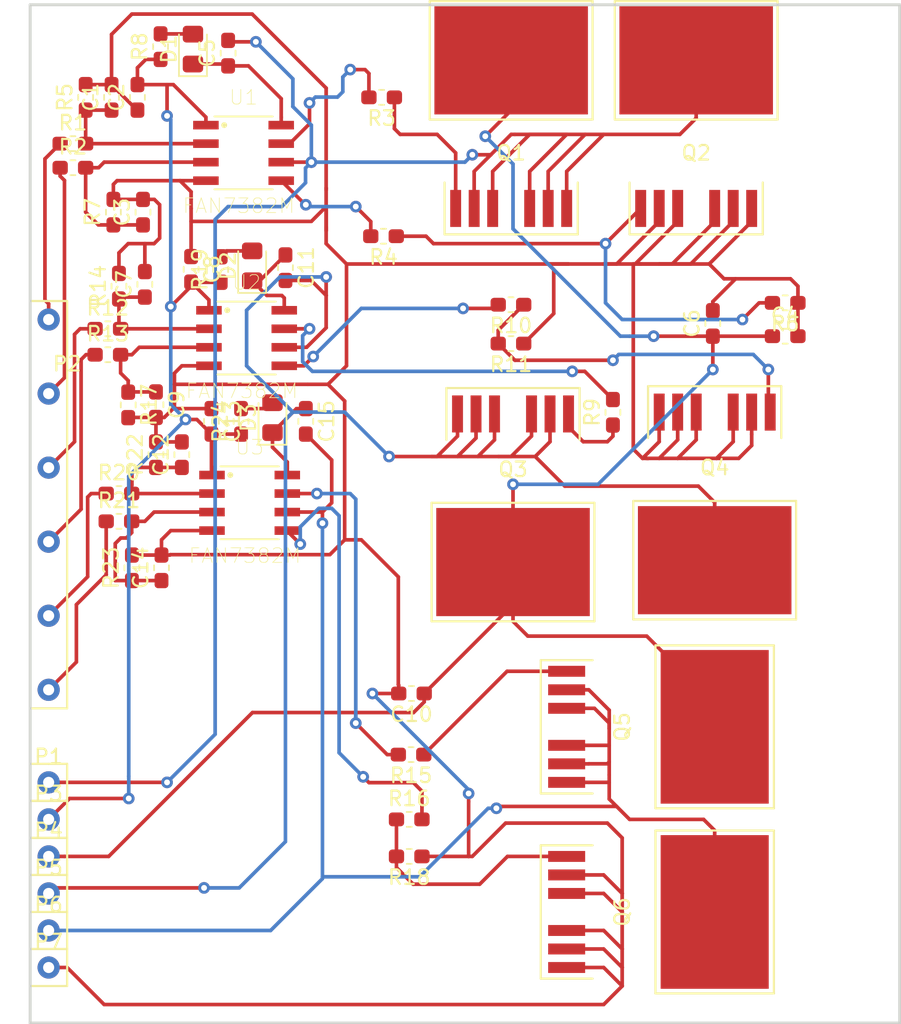
<source format=kicad_pcb>
(kicad_pcb (version 20171130) (host pcbnew "(5.0.1)-4")

  (general
    (thickness 1.6)
    (drawings 4)
    (tracks 537)
    (zones 0)
    (modules 58)
    (nets 37)
  )

  (page A4)
  (layers
    (0 F.Cu signal)
    (31 B.Cu signal)
    (32 B.Adhes user)
    (33 F.Adhes user)
    (34 B.Paste user)
    (35 F.Paste user)
    (36 B.SilkS user)
    (37 F.SilkS user)
    (38 B.Mask user)
    (39 F.Mask user)
    (40 Dwgs.User user)
    (41 Cmts.User user)
    (42 Eco1.User user)
    (43 Eco2.User user)
    (44 Edge.Cuts user)
    (45 Margin user)
    (46 B.CrtYd user)
    (47 F.CrtYd user)
    (48 B.Fab user)
    (49 F.Fab user)
  )

  (setup
    (last_trace_width 0.25)
    (trace_clearance 0.2)
    (zone_clearance 0.508)
    (zone_45_only no)
    (trace_min 0.2)
    (segment_width 0.2)
    (edge_width 0.15)
    (via_size 0.8)
    (via_drill 0.4)
    (via_min_size 0.4)
    (via_min_drill 0.3)
    (uvia_size 0.3)
    (uvia_drill 0.1)
    (uvias_allowed no)
    (uvia_min_size 0.2)
    (uvia_min_drill 0.1)
    (pcb_text_width 0.3)
    (pcb_text_size 1.5 1.5)
    (mod_edge_width 0.15)
    (mod_text_size 1 1)
    (mod_text_width 0.15)
    (pad_size 1.524 1.524)
    (pad_drill 0.762)
    (pad_to_mask_clearance 0.051)
    (solder_mask_min_width 0.25)
    (aux_axis_origin 0 0)
    (visible_elements 7FFFFFFF)
    (pcbplotparams
      (layerselection 0x010fc_ffffffff)
      (usegerberextensions false)
      (usegerberattributes false)
      (usegerberadvancedattributes false)
      (creategerberjobfile false)
      (excludeedgelayer true)
      (linewidth 0.100000)
      (plotframeref false)
      (viasonmask false)
      (mode 1)
      (useauxorigin false)
      (hpglpennumber 1)
      (hpglpenspeed 20)
      (hpglpendiameter 15.000000)
      (psnegative false)
      (psa4output false)
      (plotreference true)
      (plotvalue true)
      (plotinvisibletext false)
      (padsonsilk false)
      (subtractmaskfromsilk false)
      (outputformat 1)
      (mirror false)
      (drillshape 1)
      (scaleselection 1)
      (outputdirectory ""))
  )

  (net 0 "")
  (net 1 "Net-(C1-Pad1)")
  (net 2 GND)
  (net 3 V_supply)
  (net 4 "Net-(C3-Pad1)")
  (net 5 10V)
  (net 6 "Net-(C5-Pad1)")
  (net 7 OUT_U)
  (net 8 "Net-(C7-Pad1)")
  (net 9 "Net-(C9-Pad1)")
  (net 10 "Net-(C11-Pad1)")
  (net 11 OUT_V)
  (net 12 "Net-(C12-Pad1)")
  (net 13 "Net-(C14-Pad1)")
  (net 14 OUT_W)
  (net 15 "Net-(C15-Pad1)")
  (net 16 "Net-(D1-Pad2)")
  (net 17 "Net-(D2-Pad2)")
  (net 18 "Net-(D3-Pad2)")
  (net 19 GPT1-CA)
  (net 20 GPT1-CB)
  (net 21 GPT2-CA)
  (net 22 GPT2-CB)
  (net 23 GPT3-CA)
  (net 24 GPT3-CB)
  (net 25 "Net-(Q1-PadG)")
  (net 26 "Net-(Q2-PadG)")
  (net 27 "Net-(Q3-PadG)")
  (net 28 "Net-(Q4-PadG)")
  (net 29 "Net-(Q5-PadG)")
  (net 30 "Net-(Q6-PadG)")
  (net 31 PUH)
  (net 32 PUL)
  (net 33 PVH)
  (net 34 PVL)
  (net 35 PWH)
  (net 36 PWL)

  (net_class Default "Ceci est la Netclass par défaut."
    (clearance 0.2)
    (trace_width 0.25)
    (via_dia 0.8)
    (via_drill 0.4)
    (uvia_dia 0.3)
    (uvia_drill 0.1)
    (add_net 10V)
    (add_net GND)
    (add_net GPT1-CA)
    (add_net GPT1-CB)
    (add_net GPT2-CA)
    (add_net GPT2-CB)
    (add_net GPT3-CA)
    (add_net GPT3-CB)
    (add_net "Net-(C1-Pad1)")
    (add_net "Net-(C11-Pad1)")
    (add_net "Net-(C12-Pad1)")
    (add_net "Net-(C14-Pad1)")
    (add_net "Net-(C15-Pad1)")
    (add_net "Net-(C3-Pad1)")
    (add_net "Net-(C5-Pad1)")
    (add_net "Net-(C7-Pad1)")
    (add_net "Net-(C9-Pad1)")
    (add_net "Net-(D1-Pad2)")
    (add_net "Net-(D2-Pad2)")
    (add_net "Net-(D3-Pad2)")
    (add_net "Net-(Q1-PadG)")
    (add_net "Net-(Q2-PadG)")
    (add_net "Net-(Q3-PadG)")
    (add_net "Net-(Q4-PadG)")
    (add_net "Net-(Q5-PadG)")
    (add_net "Net-(Q6-PadG)")
    (add_net OUT_U)
    (add_net OUT_V)
    (add_net OUT_W)
    (add_net PUH)
    (add_net PUL)
    (add_net PVH)
    (add_net PVL)
    (add_net PWH)
    (add_net PWL)
    (add_net V_supply)
  )

  (module Module:D2Pak-7pin (layer F.Cu) (tedit 59EDBC13) (tstamp 5C1D9142)
    (at 152.4 77.47)
    (path /5C084450)
    (fp_text reference Q1 (at 7.62 -5.08) (layer F.SilkS)
      (effects (font (size 1 1) (thickness 0.15)))
    )
    (fp_text value MOSFET_N (at 7.62 -13.97) (layer F.Fab)
      (effects (font (size 1 1) (thickness 0.15)))
    )
    (fp_line (start 12.192 -3.048) (end 12.192 0.508) (layer F.SilkS) (width 0.15))
    (fp_line (start 12.192 0.508) (end 3.048 0.508) (layer F.SilkS) (width 0.15))
    (fp_line (start 3.048 0.508) (end 3.048 -3.048) (layer F.SilkS) (width 0.15))
    (fp_line (start 13.208 -15.494) (end 13.208 -7.366) (layer F.SilkS) (width 0.15))
    (fp_line (start 13.208 -7.366) (end 2.032 -7.366) (layer F.SilkS) (width 0.15))
    (fp_line (start 2.032 -7.366) (end 2.032 -15.494) (layer F.SilkS) (width 0.15))
    (fp_line (start 2.032 -15.494) (end 13.208 -15.494) (layer F.SilkS) (width 0.15))
    (pad G smd rect (at 3.81 -1.27) (size 0.75 2.54) (layers F.Cu F.Paste F.Mask)
      (net 25 "Net-(Q1-PadG)"))
    (pad S smd rect (at 5.08 -1.27) (size 0.75 2.54) (layers F.Cu F.Paste F.Mask)
      (net 7 OUT_U))
    (pad S smd rect (at 6.35 -1.27) (size 0.75 2.54) (layers F.Cu F.Paste F.Mask)
      (net 7 OUT_U))
    (pad S smd rect (at 8.89 -1.27) (size 0.75 2.54) (layers F.Cu F.Paste F.Mask)
      (net 7 OUT_U))
    (pad S smd rect (at 10.16 -1.27) (size 0.75 2.54) (layers F.Cu F.Paste F.Mask)
      (net 7 OUT_U))
    (pad S smd rect (at 11.43 -1.27) (size 0.75 2.54) (layers F.Cu F.Paste F.Mask)
      (net 7 OUT_U))
    (pad D smd rect (at 7.62 -11.43 90) (size 7.42 10.54) (layers F.Cu F.Paste F.Mask)
      (net 5 10V))
  )

  (module Module:D2Pak-7pin (layer F.Cu) (tedit 59EDBC13) (tstamp 5C1D918A)
    (at 162.56 104.14 270)
    (path /5C1C1DC8)
    (fp_text reference Q5 (at 7.62 -5.08 270) (layer F.SilkS)
      (effects (font (size 1 1) (thickness 0.15)))
    )
    (fp_text value MOSFET_N (at 7.62 -13.97 270) (layer F.Fab)
      (effects (font (size 1 1) (thickness 0.15)))
    )
    (fp_line (start 12.192 -3.048) (end 12.192 0.508) (layer F.SilkS) (width 0.15))
    (fp_line (start 12.192 0.508) (end 3.048 0.508) (layer F.SilkS) (width 0.15))
    (fp_line (start 3.048 0.508) (end 3.048 -3.048) (layer F.SilkS) (width 0.15))
    (fp_line (start 13.208 -15.494) (end 13.208 -7.366) (layer F.SilkS) (width 0.15))
    (fp_line (start 13.208 -7.366) (end 2.032 -7.366) (layer F.SilkS) (width 0.15))
    (fp_line (start 2.032 -7.366) (end 2.032 -15.494) (layer F.SilkS) (width 0.15))
    (fp_line (start 2.032 -15.494) (end 13.208 -15.494) (layer F.SilkS) (width 0.15))
    (pad G smd rect (at 3.81 -1.27 270) (size 0.75 2.54) (layers F.Cu F.Paste F.Mask)
      (net 29 "Net-(Q5-PadG)"))
    (pad S smd rect (at 5.08 -1.27 270) (size 0.75 2.54) (layers F.Cu F.Paste F.Mask)
      (net 14 OUT_W))
    (pad S smd rect (at 6.35 -1.27 270) (size 0.75 2.54) (layers F.Cu F.Paste F.Mask)
      (net 14 OUT_W))
    (pad S smd rect (at 8.89 -1.27 270) (size 0.75 2.54) (layers F.Cu F.Paste F.Mask)
      (net 14 OUT_W))
    (pad S smd rect (at 10.16 -1.27 270) (size 0.75 2.54) (layers F.Cu F.Paste F.Mask)
      (net 14 OUT_W))
    (pad S smd rect (at 11.43 -1.27 270) (size 0.75 2.54) (layers F.Cu F.Paste F.Mask)
      (net 14 OUT_W))
    (pad D smd rect (at 7.62 -11.43) (size 7.42 10.54) (layers F.Cu F.Paste F.Mask)
      (net 5 10V))
  )

  (module Module:D2Pak-7pin (layer F.Cu) (tedit 59EDBC13) (tstamp 5C1D9166)
    (at 167.767 89.027 180)
    (path /5C163E5A)
    (fp_text reference Q3 (at 7.62 -5.08 180) (layer F.SilkS)
      (effects (font (size 1 1) (thickness 0.15)))
    )
    (fp_text value MOSFET_N (at 7.62 -13.97 180) (layer F.Fab)
      (effects (font (size 1 1) (thickness 0.15)))
    )
    (fp_line (start 12.192 -3.048) (end 12.192 0.508) (layer F.SilkS) (width 0.15))
    (fp_line (start 12.192 0.508) (end 3.048 0.508) (layer F.SilkS) (width 0.15))
    (fp_line (start 3.048 0.508) (end 3.048 -3.048) (layer F.SilkS) (width 0.15))
    (fp_line (start 13.208 -15.494) (end 13.208 -7.366) (layer F.SilkS) (width 0.15))
    (fp_line (start 13.208 -7.366) (end 2.032 -7.366) (layer F.SilkS) (width 0.15))
    (fp_line (start 2.032 -7.366) (end 2.032 -15.494) (layer F.SilkS) (width 0.15))
    (fp_line (start 2.032 -15.494) (end 13.208 -15.494) (layer F.SilkS) (width 0.15))
    (pad G smd rect (at 3.81 -1.27 180) (size 0.75 2.54) (layers F.Cu F.Paste F.Mask)
      (net 27 "Net-(Q3-PadG)"))
    (pad S smd rect (at 5.08 -1.27 180) (size 0.75 2.54) (layers F.Cu F.Paste F.Mask)
      (net 11 OUT_V))
    (pad S smd rect (at 6.35 -1.27 180) (size 0.75 2.54) (layers F.Cu F.Paste F.Mask)
      (net 11 OUT_V))
    (pad S smd rect (at 8.89 -1.27 180) (size 0.75 2.54) (layers F.Cu F.Paste F.Mask)
      (net 11 OUT_V))
    (pad S smd rect (at 10.16 -1.27 180) (size 0.75 2.54) (layers F.Cu F.Paste F.Mask)
      (net 11 OUT_V))
    (pad S smd rect (at 11.43 -1.27 180) (size 0.75 2.54) (layers F.Cu F.Paste F.Mask)
      (net 11 OUT_V))
    (pad D smd rect (at 7.62 -11.43 270) (size 7.42 10.54) (layers F.Cu F.Paste F.Mask)
      (net 5 10V))
  )

  (module Module:D2Pak-7pin (layer F.Cu) (tedit 59EDBC13) (tstamp 5C1D9178)
    (at 181.61 88.9 180)
    (path /5C19C14B)
    (fp_text reference Q4 (at 7.62 -5.08 180) (layer F.SilkS)
      (effects (font (size 1 1) (thickness 0.15)))
    )
    (fp_text value MOSFET_N (at 7.62 -13.97 180) (layer F.Fab)
      (effects (font (size 1 1) (thickness 0.15)))
    )
    (fp_line (start 2.032 -15.494) (end 13.208 -15.494) (layer F.SilkS) (width 0.15))
    (fp_line (start 2.032 -7.366) (end 2.032 -15.494) (layer F.SilkS) (width 0.15))
    (fp_line (start 13.208 -7.366) (end 2.032 -7.366) (layer F.SilkS) (width 0.15))
    (fp_line (start 13.208 -15.494) (end 13.208 -7.366) (layer F.SilkS) (width 0.15))
    (fp_line (start 3.048 0.508) (end 3.048 -3.048) (layer F.SilkS) (width 0.15))
    (fp_line (start 12.192 0.508) (end 3.048 0.508) (layer F.SilkS) (width 0.15))
    (fp_line (start 12.192 -3.048) (end 12.192 0.508) (layer F.SilkS) (width 0.15))
    (pad D smd rect (at 7.62 -11.43 270) (size 7.42 10.54) (layers F.Cu F.Paste F.Mask)
      (net 11 OUT_V))
    (pad S smd rect (at 11.43 -1.27 180) (size 0.75 2.54) (layers F.Cu F.Paste F.Mask)
      (net 2 GND))
    (pad S smd rect (at 10.16 -1.27 180) (size 0.75 2.54) (layers F.Cu F.Paste F.Mask)
      (net 2 GND))
    (pad S smd rect (at 8.89 -1.27 180) (size 0.75 2.54) (layers F.Cu F.Paste F.Mask)
      (net 2 GND))
    (pad S smd rect (at 6.35 -1.27 180) (size 0.75 2.54) (layers F.Cu F.Paste F.Mask)
      (net 2 GND))
    (pad S smd rect (at 5.08 -1.27 180) (size 0.75 2.54) (layers F.Cu F.Paste F.Mask)
      (net 2 GND))
    (pad G smd rect (at 3.81 -1.27 180) (size 0.75 2.54) (layers F.Cu F.Paste F.Mask)
      (net 28 "Net-(Q4-PadG)"))
  )

  (module Capacitor_SMD:C_0603_1608Metric_Pad1.05x0.95mm_HandSolder (layer F.Cu) (tedit 5B301BBE) (tstamp 5C1E6587)
    (at 132.588 68.58 90)
    (descr "Capacitor SMD 0603 (1608 Metric), square (rectangular) end terminal, IPC_7351 nominal with elongated pad for handsoldering. (Body size source: http://www.tortai-tech.com/upload/download/2011102023233369053.pdf), generated with kicad-footprint-generator")
    (tags "capacitor handsolder")
    (path /5BED360C)
    (attr smd)
    (fp_text reference C1 (at 0 -1.43 90) (layer F.SilkS)
      (effects (font (size 1 1) (thickness 0.15)))
    )
    (fp_text value 1NF (at 0 1.43 90) (layer F.Fab)
      (effects (font (size 1 1) (thickness 0.15)))
    )
    (fp_line (start -0.8 0.4) (end -0.8 -0.4) (layer F.Fab) (width 0.1))
    (fp_line (start -0.8 -0.4) (end 0.8 -0.4) (layer F.Fab) (width 0.1))
    (fp_line (start 0.8 -0.4) (end 0.8 0.4) (layer F.Fab) (width 0.1))
    (fp_line (start 0.8 0.4) (end -0.8 0.4) (layer F.Fab) (width 0.1))
    (fp_line (start -0.171267 -0.51) (end 0.171267 -0.51) (layer F.SilkS) (width 0.12))
    (fp_line (start -0.171267 0.51) (end 0.171267 0.51) (layer F.SilkS) (width 0.12))
    (fp_line (start -1.65 0.73) (end -1.65 -0.73) (layer F.CrtYd) (width 0.05))
    (fp_line (start -1.65 -0.73) (end 1.65 -0.73) (layer F.CrtYd) (width 0.05))
    (fp_line (start 1.65 -0.73) (end 1.65 0.73) (layer F.CrtYd) (width 0.05))
    (fp_line (start 1.65 0.73) (end -1.65 0.73) (layer F.CrtYd) (width 0.05))
    (fp_text user %R (at 0 0 90) (layer F.Fab)
      (effects (font (size 0.4 0.4) (thickness 0.06)))
    )
    (pad 1 smd roundrect (at -0.875 0 90) (size 1.05 0.95) (layers F.Cu F.Paste F.Mask) (roundrect_rratio 0.25)
      (net 1 "Net-(C1-Pad1)"))
    (pad 2 smd roundrect (at 0.875 0 90) (size 1.05 0.95) (layers F.Cu F.Paste F.Mask) (roundrect_rratio 0.25)
      (net 2 GND))
    (model ${KISYS3DMOD}/Capacitor_SMD.3dshapes/C_0603_1608Metric.wrl
      (at (xyz 0 0 0))
      (scale (xyz 1 1 1))
      (rotate (xyz 0 0 0))
    )
  )

  (module Capacitor_SMD:C_0603_1608Metric_Pad1.05x0.95mm_HandSolder (layer F.Cu) (tedit 5B301BBE) (tstamp 5C1D8FD0)
    (at 134.366 68.58 90)
    (descr "Capacitor SMD 0603 (1608 Metric), square (rectangular) end terminal, IPC_7351 nominal with elongated pad for handsoldering. (Body size source: http://www.tortai-tech.com/upload/download/2011102023233369053.pdf), generated with kicad-footprint-generator")
    (tags "capacitor handsolder")
    (path /5BED35B0)
    (attr smd)
    (fp_text reference C2 (at 0 -1.43 90) (layer F.SilkS)
      (effects (font (size 1 1) (thickness 0.15)))
    )
    (fp_text value 10uF (at 0 1.43 90) (layer F.Fab)
      (effects (font (size 1 1) (thickness 0.15)))
    )
    (fp_text user %R (at 0 0 90) (layer F.Fab)
      (effects (font (size 0.4 0.4) (thickness 0.06)))
    )
    (fp_line (start 1.65 0.73) (end -1.65 0.73) (layer F.CrtYd) (width 0.05))
    (fp_line (start 1.65 -0.73) (end 1.65 0.73) (layer F.CrtYd) (width 0.05))
    (fp_line (start -1.65 -0.73) (end 1.65 -0.73) (layer F.CrtYd) (width 0.05))
    (fp_line (start -1.65 0.73) (end -1.65 -0.73) (layer F.CrtYd) (width 0.05))
    (fp_line (start -0.171267 0.51) (end 0.171267 0.51) (layer F.SilkS) (width 0.12))
    (fp_line (start -0.171267 -0.51) (end 0.171267 -0.51) (layer F.SilkS) (width 0.12))
    (fp_line (start 0.8 0.4) (end -0.8 0.4) (layer F.Fab) (width 0.1))
    (fp_line (start 0.8 -0.4) (end 0.8 0.4) (layer F.Fab) (width 0.1))
    (fp_line (start -0.8 -0.4) (end 0.8 -0.4) (layer F.Fab) (width 0.1))
    (fp_line (start -0.8 0.4) (end -0.8 -0.4) (layer F.Fab) (width 0.1))
    (pad 2 smd roundrect (at 0.875 0 90) (size 1.05 0.95) (layers F.Cu F.Paste F.Mask) (roundrect_rratio 0.25)
      (net 3 V_supply))
    (pad 1 smd roundrect (at -0.875 0 90) (size 1.05 0.95) (layers F.Cu F.Paste F.Mask) (roundrect_rratio 0.25)
      (net 2 GND))
    (model ${KISYS3DMOD}/Capacitor_SMD.3dshapes/C_0603_1608Metric.wrl
      (at (xyz 0 0 0))
      (scale (xyz 1 1 1))
      (rotate (xyz 0 0 0))
    )
  )

  (module Capacitor_SMD:C_0603_1608Metric_Pad1.05x0.95mm_HandSolder (layer F.Cu) (tedit 5B301BBE) (tstamp 5C1D8FE1)
    (at 134.747 76.454 90)
    (descr "Capacitor SMD 0603 (1608 Metric), square (rectangular) end terminal, IPC_7351 nominal with elongated pad for handsoldering. (Body size source: http://www.tortai-tech.com/upload/download/2011102023233369053.pdf), generated with kicad-footprint-generator")
    (tags "capacitor handsolder")
    (path /5BED3613)
    (attr smd)
    (fp_text reference C3 (at 0 -1.43 90) (layer F.SilkS)
      (effects (font (size 1 1) (thickness 0.15)))
    )
    (fp_text value 1NF (at 0 1.43 90) (layer F.Fab)
      (effects (font (size 1 1) (thickness 0.15)))
    )
    (fp_text user %R (at 0 0 90) (layer F.Fab)
      (effects (font (size 0.4 0.4) (thickness 0.06)))
    )
    (fp_line (start 1.65 0.73) (end -1.65 0.73) (layer F.CrtYd) (width 0.05))
    (fp_line (start 1.65 -0.73) (end 1.65 0.73) (layer F.CrtYd) (width 0.05))
    (fp_line (start -1.65 -0.73) (end 1.65 -0.73) (layer F.CrtYd) (width 0.05))
    (fp_line (start -1.65 0.73) (end -1.65 -0.73) (layer F.CrtYd) (width 0.05))
    (fp_line (start -0.171267 0.51) (end 0.171267 0.51) (layer F.SilkS) (width 0.12))
    (fp_line (start -0.171267 -0.51) (end 0.171267 -0.51) (layer F.SilkS) (width 0.12))
    (fp_line (start 0.8 0.4) (end -0.8 0.4) (layer F.Fab) (width 0.1))
    (fp_line (start 0.8 -0.4) (end 0.8 0.4) (layer F.Fab) (width 0.1))
    (fp_line (start -0.8 -0.4) (end 0.8 -0.4) (layer F.Fab) (width 0.1))
    (fp_line (start -0.8 0.4) (end -0.8 -0.4) (layer F.Fab) (width 0.1))
    (pad 2 smd roundrect (at 0.875 0 90) (size 1.05 0.95) (layers F.Cu F.Paste F.Mask) (roundrect_rratio 0.25)
      (net 2 GND))
    (pad 1 smd roundrect (at -0.875 0 90) (size 1.05 0.95) (layers F.Cu F.Paste F.Mask) (roundrect_rratio 0.25)
      (net 4 "Net-(C3-Pad1)"))
    (model ${KISYS3DMOD}/Capacitor_SMD.3dshapes/C_0603_1608Metric.wrl
      (at (xyz 0 0 0))
      (scale (xyz 1 1 1))
      (rotate (xyz 0 0 0))
    )
  )

  (module Capacitor_SMD:C_0603_1608Metric_Pad1.05x0.95mm_HandSolder (layer F.Cu) (tedit 5B301BBE) (tstamp 5C1D8FF2)
    (at 178.83 84.963)
    (descr "Capacitor SMD 0603 (1608 Metric), square (rectangular) end terminal, IPC_7351 nominal with elongated pad for handsoldering. (Body size source: http://www.tortai-tech.com/upload/download/2011102023233369053.pdf), generated with kicad-footprint-generator")
    (tags "capacitor handsolder")
    (path /5BFA3898)
    (attr smd)
    (fp_text reference C4 (at 0 -1.43) (layer F.SilkS)
      (effects (font (size 1 1) (thickness 0.15)))
    )
    (fp_text value 2.2nF (at 0 1.43) (layer F.Fab)
      (effects (font (size 1 1) (thickness 0.15)))
    )
    (fp_line (start -0.8 0.4) (end -0.8 -0.4) (layer F.Fab) (width 0.1))
    (fp_line (start -0.8 -0.4) (end 0.8 -0.4) (layer F.Fab) (width 0.1))
    (fp_line (start 0.8 -0.4) (end 0.8 0.4) (layer F.Fab) (width 0.1))
    (fp_line (start 0.8 0.4) (end -0.8 0.4) (layer F.Fab) (width 0.1))
    (fp_line (start -0.171267 -0.51) (end 0.171267 -0.51) (layer F.SilkS) (width 0.12))
    (fp_line (start -0.171267 0.51) (end 0.171267 0.51) (layer F.SilkS) (width 0.12))
    (fp_line (start -1.65 0.73) (end -1.65 -0.73) (layer F.CrtYd) (width 0.05))
    (fp_line (start -1.65 -0.73) (end 1.65 -0.73) (layer F.CrtYd) (width 0.05))
    (fp_line (start 1.65 -0.73) (end 1.65 0.73) (layer F.CrtYd) (width 0.05))
    (fp_line (start 1.65 0.73) (end -1.65 0.73) (layer F.CrtYd) (width 0.05))
    (fp_text user %R (at 0 0) (layer F.Fab)
      (effects (font (size 0.4 0.4) (thickness 0.06)))
    )
    (pad 1 smd roundrect (at -0.875 0) (size 1.05 0.95) (layers F.Cu F.Paste F.Mask) (roundrect_rratio 0.25)
      (net 5 10V))
    (pad 2 smd roundrect (at 0.875 0) (size 1.05 0.95) (layers F.Cu F.Paste F.Mask) (roundrect_rratio 0.25)
      (net 2 GND))
    (model ${KISYS3DMOD}/Capacitor_SMD.3dshapes/C_0603_1608Metric.wrl
      (at (xyz 0 0 0))
      (scale (xyz 1 1 1))
      (rotate (xyz 0 0 0))
    )
  )

  (module Capacitor_SMD:C_0603_1608Metric_Pad1.05x0.95mm_HandSolder (layer F.Cu) (tedit 5B301BBE) (tstamp 5C1D9003)
    (at 140.589 65.546 90)
    (descr "Capacitor SMD 0603 (1608 Metric), square (rectangular) end terminal, IPC_7351 nominal with elongated pad for handsoldering. (Body size source: http://www.tortai-tech.com/upload/download/2011102023233369053.pdf), generated with kicad-footprint-generator")
    (tags "capacitor handsolder")
    (path /5BED35DA)
    (attr smd)
    (fp_text reference C5 (at 0 -1.43 90) (layer F.SilkS)
      (effects (font (size 1 1) (thickness 0.15)))
    )
    (fp_text value 10uF (at 0 1.43 90) (layer F.Fab)
      (effects (font (size 1 1) (thickness 0.15)))
    )
    (fp_line (start -0.8 0.4) (end -0.8 -0.4) (layer F.Fab) (width 0.1))
    (fp_line (start -0.8 -0.4) (end 0.8 -0.4) (layer F.Fab) (width 0.1))
    (fp_line (start 0.8 -0.4) (end 0.8 0.4) (layer F.Fab) (width 0.1))
    (fp_line (start 0.8 0.4) (end -0.8 0.4) (layer F.Fab) (width 0.1))
    (fp_line (start -0.171267 -0.51) (end 0.171267 -0.51) (layer F.SilkS) (width 0.12))
    (fp_line (start -0.171267 0.51) (end 0.171267 0.51) (layer F.SilkS) (width 0.12))
    (fp_line (start -1.65 0.73) (end -1.65 -0.73) (layer F.CrtYd) (width 0.05))
    (fp_line (start -1.65 -0.73) (end 1.65 -0.73) (layer F.CrtYd) (width 0.05))
    (fp_line (start 1.65 -0.73) (end 1.65 0.73) (layer F.CrtYd) (width 0.05))
    (fp_line (start 1.65 0.73) (end -1.65 0.73) (layer F.CrtYd) (width 0.05))
    (fp_text user %R (at 0 0 90) (layer F.Fab)
      (effects (font (size 0.4 0.4) (thickness 0.06)))
    )
    (pad 1 smd roundrect (at -0.875 0 90) (size 1.05 0.95) (layers F.Cu F.Paste F.Mask) (roundrect_rratio 0.25)
      (net 6 "Net-(C5-Pad1)"))
    (pad 2 smd roundrect (at 0.875 0 90) (size 1.05 0.95) (layers F.Cu F.Paste F.Mask) (roundrect_rratio 0.25)
      (net 7 OUT_U))
    (model ${KISYS3DMOD}/Capacitor_SMD.3dshapes/C_0603_1608Metric.wrl
      (at (xyz 0 0 0))
      (scale (xyz 1 1 1))
      (rotate (xyz 0 0 0))
    )
  )

  (module Capacitor_SMD:C_0603_1608Metric_Pad1.05x0.95mm_HandSolder (layer F.Cu) (tedit 5B301BBE) (tstamp 5C1D9014)
    (at 173.863 84.088 90)
    (descr "Capacitor SMD 0603 (1608 Metric), square (rectangular) end terminal, IPC_7351 nominal with elongated pad for handsoldering. (Body size source: http://www.tortai-tech.com/upload/download/2011102023233369053.pdf), generated with kicad-footprint-generator")
    (tags "capacitor handsolder")
    (path /5BFAD97B)
    (attr smd)
    (fp_text reference C6 (at 0 -1.43 90) (layer F.SilkS)
      (effects (font (size 1 1) (thickness 0.15)))
    )
    (fp_text value 2.2nF (at 0 1.43 90) (layer F.Fab)
      (effects (font (size 1 1) (thickness 0.15)))
    )
    (fp_text user %R (at 0 0 90) (layer F.Fab)
      (effects (font (size 0.4 0.4) (thickness 0.06)))
    )
    (fp_line (start 1.65 0.73) (end -1.65 0.73) (layer F.CrtYd) (width 0.05))
    (fp_line (start 1.65 -0.73) (end 1.65 0.73) (layer F.CrtYd) (width 0.05))
    (fp_line (start -1.65 -0.73) (end 1.65 -0.73) (layer F.CrtYd) (width 0.05))
    (fp_line (start -1.65 0.73) (end -1.65 -0.73) (layer F.CrtYd) (width 0.05))
    (fp_line (start -0.171267 0.51) (end 0.171267 0.51) (layer F.SilkS) (width 0.12))
    (fp_line (start -0.171267 -0.51) (end 0.171267 -0.51) (layer F.SilkS) (width 0.12))
    (fp_line (start 0.8 0.4) (end -0.8 0.4) (layer F.Fab) (width 0.1))
    (fp_line (start 0.8 -0.4) (end 0.8 0.4) (layer F.Fab) (width 0.1))
    (fp_line (start -0.8 -0.4) (end 0.8 -0.4) (layer F.Fab) (width 0.1))
    (fp_line (start -0.8 0.4) (end -0.8 -0.4) (layer F.Fab) (width 0.1))
    (pad 2 smd roundrect (at 0.875 0 90) (size 1.05 0.95) (layers F.Cu F.Paste F.Mask) (roundrect_rratio 0.25)
      (net 2 GND))
    (pad 1 smd roundrect (at -0.875 0 90) (size 1.05 0.95) (layers F.Cu F.Paste F.Mask) (roundrect_rratio 0.25)
      (net 5 10V))
    (model ${KISYS3DMOD}/Capacitor_SMD.3dshapes/C_0603_1608Metric.wrl
      (at (xyz 0 0 0))
      (scale (xyz 1 1 1))
      (rotate (xyz 0 0 0))
    )
  )

  (module Capacitor_SMD:C_0603_1608Metric_Pad1.05x0.95mm_HandSolder (layer F.Cu) (tedit 5B301BBE) (tstamp 5C1D9025)
    (at 134.874 81.407 90)
    (descr "Capacitor SMD 0603 (1608 Metric), square (rectangular) end terminal, IPC_7351 nominal with elongated pad for handsoldering. (Body size source: http://www.tortai-tech.com/upload/download/2011102023233369053.pdf), generated with kicad-footprint-generator")
    (tags "capacitor handsolder")
    (path /5BECCDA0)
    (attr smd)
    (fp_text reference C7 (at 0 -1.43 90) (layer F.SilkS)
      (effects (font (size 1 1) (thickness 0.15)))
    )
    (fp_text value 1NF (at 0 1.43 90) (layer F.Fab)
      (effects (font (size 1 1) (thickness 0.15)))
    )
    (fp_text user %R (at 0 0 90) (layer F.Fab)
      (effects (font (size 0.4 0.4) (thickness 0.06)))
    )
    (fp_line (start 1.65 0.73) (end -1.65 0.73) (layer F.CrtYd) (width 0.05))
    (fp_line (start 1.65 -0.73) (end 1.65 0.73) (layer F.CrtYd) (width 0.05))
    (fp_line (start -1.65 -0.73) (end 1.65 -0.73) (layer F.CrtYd) (width 0.05))
    (fp_line (start -1.65 0.73) (end -1.65 -0.73) (layer F.CrtYd) (width 0.05))
    (fp_line (start -0.171267 0.51) (end 0.171267 0.51) (layer F.SilkS) (width 0.12))
    (fp_line (start -0.171267 -0.51) (end 0.171267 -0.51) (layer F.SilkS) (width 0.12))
    (fp_line (start 0.8 0.4) (end -0.8 0.4) (layer F.Fab) (width 0.1))
    (fp_line (start 0.8 -0.4) (end 0.8 0.4) (layer F.Fab) (width 0.1))
    (fp_line (start -0.8 -0.4) (end 0.8 -0.4) (layer F.Fab) (width 0.1))
    (fp_line (start -0.8 0.4) (end -0.8 -0.4) (layer F.Fab) (width 0.1))
    (pad 2 smd roundrect (at 0.875 0 90) (size 1.05 0.95) (layers F.Cu F.Paste F.Mask) (roundrect_rratio 0.25)
      (net 2 GND))
    (pad 1 smd roundrect (at -0.875 0 90) (size 1.05 0.95) (layers F.Cu F.Paste F.Mask) (roundrect_rratio 0.25)
      (net 8 "Net-(C7-Pad1)"))
    (model ${KISYS3DMOD}/Capacitor_SMD.3dshapes/C_0603_1608Metric.wrl
      (at (xyz 0 0 0))
      (scale (xyz 1 1 1))
      (rotate (xyz 0 0 0))
    )
  )

  (module Capacitor_SMD:C_0603_1608Metric_Pad1.05x0.95mm_HandSolder (layer F.Cu) (tedit 5B301BBE) (tstamp 5C1D9036)
    (at 138.049 80.377 270)
    (descr "Capacitor SMD 0603 (1608 Metric), square (rectangular) end terminal, IPC_7351 nominal with elongated pad for handsoldering. (Body size source: http://www.tortai-tech.com/upload/download/2011102023233369053.pdf), generated with kicad-footprint-generator")
    (tags "capacitor handsolder")
    (path /5BEC8B07)
    (attr smd)
    (fp_text reference C8 (at 0 -1.43 270) (layer F.SilkS)
      (effects (font (size 1 1) (thickness 0.15)))
    )
    (fp_text value 10uF (at 0 1.43 270) (layer F.Fab)
      (effects (font (size 1 1) (thickness 0.15)))
    )
    (fp_text user %R (at 0 0 270) (layer F.Fab)
      (effects (font (size 0.4 0.4) (thickness 0.06)))
    )
    (fp_line (start 1.65 0.73) (end -1.65 0.73) (layer F.CrtYd) (width 0.05))
    (fp_line (start 1.65 -0.73) (end 1.65 0.73) (layer F.CrtYd) (width 0.05))
    (fp_line (start -1.65 -0.73) (end 1.65 -0.73) (layer F.CrtYd) (width 0.05))
    (fp_line (start -1.65 0.73) (end -1.65 -0.73) (layer F.CrtYd) (width 0.05))
    (fp_line (start -0.171267 0.51) (end 0.171267 0.51) (layer F.SilkS) (width 0.12))
    (fp_line (start -0.171267 -0.51) (end 0.171267 -0.51) (layer F.SilkS) (width 0.12))
    (fp_line (start 0.8 0.4) (end -0.8 0.4) (layer F.Fab) (width 0.1))
    (fp_line (start 0.8 -0.4) (end 0.8 0.4) (layer F.Fab) (width 0.1))
    (fp_line (start -0.8 -0.4) (end 0.8 -0.4) (layer F.Fab) (width 0.1))
    (fp_line (start -0.8 0.4) (end -0.8 -0.4) (layer F.Fab) (width 0.1))
    (pad 2 smd roundrect (at 0.875 0 270) (size 1.05 0.95) (layers F.Cu F.Paste F.Mask) (roundrect_rratio 0.25)
      (net 3 V_supply))
    (pad 1 smd roundrect (at -0.875 0 270) (size 1.05 0.95) (layers F.Cu F.Paste F.Mask) (roundrect_rratio 0.25)
      (net 2 GND))
    (model ${KISYS3DMOD}/Capacitor_SMD.3dshapes/C_0603_1608Metric.wrl
      (at (xyz 0 0 0))
      (scale (xyz 1 1 1))
      (rotate (xyz 0 0 0))
    )
  )

  (module Capacitor_SMD:C_0603_1608Metric_Pad1.05x0.95mm_HandSolder (layer F.Cu) (tedit 5B301BBE) (tstamp 5C1D9047)
    (at 135.636 89.662 270)
    (descr "Capacitor SMD 0603 (1608 Metric), square (rectangular) end terminal, IPC_7351 nominal with elongated pad for handsoldering. (Body size source: http://www.tortai-tech.com/upload/download/2011102023233369053.pdf), generated with kicad-footprint-generator")
    (tags "capacitor handsolder")
    (path /5BECCE1C)
    (attr smd)
    (fp_text reference C9 (at 0 -1.43 270) (layer F.SilkS)
      (effects (font (size 1 1) (thickness 0.15)))
    )
    (fp_text value 1NF (at 0 1.43 270) (layer F.Fab)
      (effects (font (size 1 1) (thickness 0.15)))
    )
    (fp_line (start -0.8 0.4) (end -0.8 -0.4) (layer F.Fab) (width 0.1))
    (fp_line (start -0.8 -0.4) (end 0.8 -0.4) (layer F.Fab) (width 0.1))
    (fp_line (start 0.8 -0.4) (end 0.8 0.4) (layer F.Fab) (width 0.1))
    (fp_line (start 0.8 0.4) (end -0.8 0.4) (layer F.Fab) (width 0.1))
    (fp_line (start -0.171267 -0.51) (end 0.171267 -0.51) (layer F.SilkS) (width 0.12))
    (fp_line (start -0.171267 0.51) (end 0.171267 0.51) (layer F.SilkS) (width 0.12))
    (fp_line (start -1.65 0.73) (end -1.65 -0.73) (layer F.CrtYd) (width 0.05))
    (fp_line (start -1.65 -0.73) (end 1.65 -0.73) (layer F.CrtYd) (width 0.05))
    (fp_line (start 1.65 -0.73) (end 1.65 0.73) (layer F.CrtYd) (width 0.05))
    (fp_line (start 1.65 0.73) (end -1.65 0.73) (layer F.CrtYd) (width 0.05))
    (fp_text user %R (at 0 0 270) (layer F.Fab)
      (effects (font (size 0.4 0.4) (thickness 0.06)))
    )
    (pad 1 smd roundrect (at -0.875 0 270) (size 1.05 0.95) (layers F.Cu F.Paste F.Mask) (roundrect_rratio 0.25)
      (net 9 "Net-(C9-Pad1)"))
    (pad 2 smd roundrect (at 0.875 0 270) (size 1.05 0.95) (layers F.Cu F.Paste F.Mask) (roundrect_rratio 0.25)
      (net 2 GND))
    (model ${KISYS3DMOD}/Capacitor_SMD.3dshapes/C_0603_1608Metric.wrl
      (at (xyz 0 0 0))
      (scale (xyz 1 1 1))
      (rotate (xyz 0 0 0))
    )
  )

  (module Capacitor_SMD:C_0603_1608Metric_Pad1.05x0.95mm_HandSolder (layer F.Cu) (tedit 5B301BBE) (tstamp 5C1A4A4C)
    (at 153.176 109.474 180)
    (descr "Capacitor SMD 0603 (1608 Metric), square (rectangular) end terminal, IPC_7351 nominal with elongated pad for handsoldering. (Body size source: http://www.tortai-tech.com/upload/download/2011102023233369053.pdf), generated with kicad-footprint-generator")
    (tags "capacitor handsolder")
    (path /5C0040EA)
    (attr smd)
    (fp_text reference C10 (at 0 -1.43 180) (layer F.SilkS)
      (effects (font (size 1 1) (thickness 0.15)))
    )
    (fp_text value 2.2nF (at 0 1.43 180) (layer F.Fab)
      (effects (font (size 1 1) (thickness 0.15)))
    )
    (fp_line (start -0.8 0.4) (end -0.8 -0.4) (layer F.Fab) (width 0.1))
    (fp_line (start -0.8 -0.4) (end 0.8 -0.4) (layer F.Fab) (width 0.1))
    (fp_line (start 0.8 -0.4) (end 0.8 0.4) (layer F.Fab) (width 0.1))
    (fp_line (start 0.8 0.4) (end -0.8 0.4) (layer F.Fab) (width 0.1))
    (fp_line (start -0.171267 -0.51) (end 0.171267 -0.51) (layer F.SilkS) (width 0.12))
    (fp_line (start -0.171267 0.51) (end 0.171267 0.51) (layer F.SilkS) (width 0.12))
    (fp_line (start -1.65 0.73) (end -1.65 -0.73) (layer F.CrtYd) (width 0.05))
    (fp_line (start -1.65 -0.73) (end 1.65 -0.73) (layer F.CrtYd) (width 0.05))
    (fp_line (start 1.65 -0.73) (end 1.65 0.73) (layer F.CrtYd) (width 0.05))
    (fp_line (start 1.65 0.73) (end -1.65 0.73) (layer F.CrtYd) (width 0.05))
    (fp_text user %R (at 0 0 180) (layer F.Fab)
      (effects (font (size 0.4 0.4) (thickness 0.06)))
    )
    (pad 1 smd roundrect (at -0.875 0 180) (size 1.05 0.95) (layers F.Cu F.Paste F.Mask) (roundrect_rratio 0.25)
      (net 5 10V))
    (pad 2 smd roundrect (at 0.875 0 180) (size 1.05 0.95) (layers F.Cu F.Paste F.Mask) (roundrect_rratio 0.25)
      (net 2 GND))
    (model ${KISYS3DMOD}/Capacitor_SMD.3dshapes/C_0603_1608Metric.wrl
      (at (xyz 0 0 0))
      (scale (xyz 1 1 1))
      (rotate (xyz 0 0 0))
    )
  )

  (module Capacitor_SMD:C_0603_1608Metric_Pad1.05x0.95mm_HandSolder (layer F.Cu) (tedit 5C111AD8) (tstamp 5C1D9069)
    (at 144.526 80.264 270)
    (descr "Capacitor SMD 0603 (1608 Metric), square (rectangular) end terminal, IPC_7351 nominal with elongated pad for handsoldering. (Body size source: http://www.tortai-tech.com/upload/download/2011102023233369053.pdf), generated with kicad-footprint-generator")
    (tags "capacitor handsolder")
    (path /5BEC97E2)
    (attr smd)
    (fp_text reference C11 (at 0 -1.43 270) (layer F.SilkS)
      (effects (font (size 1 1) (thickness 0.15)))
    )
    (fp_text value 10uF (at 0 1.43 270) (layer F.Fab)
      (effects (font (size 1 1) (thickness 0.15)))
    )
    (fp_line (start -0.8 0.4) (end -0.8 -0.4) (layer F.Fab) (width 0.1))
    (fp_line (start -0.8 -0.4) (end 0.8 -0.4) (layer F.Fab) (width 0.1))
    (fp_line (start 0.8 -0.4) (end 0.8 0.4) (layer F.Fab) (width 0.1))
    (fp_line (start 0.8 0.4) (end -0.8 0.4) (layer F.Fab) (width 0.1))
    (fp_line (start -0.171267 -0.51) (end 0.171267 -0.51) (layer F.SilkS) (width 0.12))
    (fp_line (start -0.171267 0.51) (end 0.171267 0.51) (layer F.SilkS) (width 0.12))
    (fp_line (start -1.65 0.73) (end -1.65 -0.73) (layer F.CrtYd) (width 0.05))
    (fp_line (start -1.65 -0.73) (end 1.65 -0.73) (layer F.CrtYd) (width 0.05))
    (fp_line (start 1.65 -0.73) (end 1.65 0.73) (layer F.CrtYd) (width 0.05))
    (fp_line (start 1.65 0.73) (end -1.65 0.73) (layer F.CrtYd) (width 0.05))
    (fp_text user %R (at 0 0 270) (layer F.Fab)
      (effects (font (size 0.4 0.4) (thickness 0.06)))
    )
    (pad 1 smd roundrect (at -0.875 0 270) (size 1.05 0.95) (layers F.Cu F.Paste F.Mask) (roundrect_rratio 0.25)
      (net 10 "Net-(C11-Pad1)"))
    (pad 2 smd roundrect (at 0.875 0 270) (size 1.05 0.95) (layers F.Cu F.Paste F.Mask) (roundrect_rratio 0.25)
      (net 11 OUT_V))
    (model ${KISYS3DMOD}/Capacitor_SMD.3dshapes/C_0603_1608Metric.wrl
      (at (xyz 0 0 0))
      (scale (xyz 1 1 1))
      (rotate (xyz 0 0 0))
    )
  )

  (module Capacitor_SMD:C_0603_1608Metric_Pad1.05x0.95mm_HandSolder (layer F.Cu) (tedit 5C110FFF) (tstamp 5C1D907A)
    (at 137.414 93.091 90)
    (descr "Capacitor SMD 0603 (1608 Metric), square (rectangular) end terminal, IPC_7351 nominal with elongated pad for handsoldering. (Body size source: http://www.tortai-tech.com/upload/download/2011102023233369053.pdf), generated with kicad-footprint-generator")
    (tags "capacitor handsolder")
    (path /5BF56C8F)
    (attr smd)
    (fp_text reference C12 (at 0 -1.43 90) (layer F.SilkS)
      (effects (font (size 1 1) (thickness 0.15)))
    )
    (fp_text value 1NF (at 0 1.43 90) (layer F.Fab)
      (effects (font (size 1 1) (thickness 0.15)))
    )
    (fp_text user %R (at 0 0 90) (layer F.Fab)
      (effects (font (size 0.4 0.4) (thickness 0.06)))
    )
    (fp_line (start 1.65 0.73) (end -1.65 0.73) (layer F.CrtYd) (width 0.05))
    (fp_line (start 1.65 -0.73) (end 1.65 0.73) (layer F.CrtYd) (width 0.05))
    (fp_line (start -1.65 -0.73) (end 1.65 -0.73) (layer F.CrtYd) (width 0.05))
    (fp_line (start -1.65 0.73) (end -1.65 -0.73) (layer F.CrtYd) (width 0.05))
    (fp_line (start -0.171267 0.51) (end 0.171267 0.51) (layer F.SilkS) (width 0.12))
    (fp_line (start -0.171267 -0.51) (end 0.171267 -0.51) (layer F.SilkS) (width 0.12))
    (fp_line (start 0.8 0.4) (end -0.8 0.4) (layer F.Fab) (width 0.1))
    (fp_line (start 0.8 -0.4) (end 0.8 0.4) (layer F.Fab) (width 0.1))
    (fp_line (start -0.8 -0.4) (end 0.8 -0.4) (layer F.Fab) (width 0.1))
    (fp_line (start -0.8 0.4) (end -0.8 -0.4) (layer F.Fab) (width 0.1))
    (pad 2 smd roundrect (at 0.875 0 90) (size 1.05 0.95) (layers F.Cu F.Paste F.Mask) (roundrect_rratio 0.25)
      (net 2 GND))
    (pad 1 smd roundrect (at -0.875 0 90) (size 1.05 0.95) (layers F.Cu F.Paste F.Mask) (roundrect_rratio 0.25)
      (net 12 "Net-(C12-Pad1)"))
    (model ${KISYS3DMOD}/Capacitor_SMD.3dshapes/C_0603_1608Metric.wrl
      (at (xyz 0 0 0))
      (scale (xyz 1 1 1))
      (rotate (xyz 0 0 0))
    )
  )

  (module Capacitor_SMD:C_0603_1608Metric_Pad1.05x0.95mm_HandSolder (layer F.Cu) (tedit 5B301BBE) (tstamp 5C1D908B)
    (at 139.446 90.805 270)
    (descr "Capacitor SMD 0603 (1608 Metric), square (rectangular) end terminal, IPC_7351 nominal with elongated pad for handsoldering. (Body size source: http://www.tortai-tech.com/upload/download/2011102023233369053.pdf), generated with kicad-footprint-generator")
    (tags "capacitor handsolder")
    (path /5BF56C33)
    (attr smd)
    (fp_text reference C13 (at 0 -1.43 270) (layer F.SilkS)
      (effects (font (size 1 1) (thickness 0.15)))
    )
    (fp_text value 10uF (at 0 1.43 270) (layer F.Fab)
      (effects (font (size 1 1) (thickness 0.15)))
    )
    (fp_line (start -0.8 0.4) (end -0.8 -0.4) (layer F.Fab) (width 0.1))
    (fp_line (start -0.8 -0.4) (end 0.8 -0.4) (layer F.Fab) (width 0.1))
    (fp_line (start 0.8 -0.4) (end 0.8 0.4) (layer F.Fab) (width 0.1))
    (fp_line (start 0.8 0.4) (end -0.8 0.4) (layer F.Fab) (width 0.1))
    (fp_line (start -0.171267 -0.51) (end 0.171267 -0.51) (layer F.SilkS) (width 0.12))
    (fp_line (start -0.171267 0.51) (end 0.171267 0.51) (layer F.SilkS) (width 0.12))
    (fp_line (start -1.65 0.73) (end -1.65 -0.73) (layer F.CrtYd) (width 0.05))
    (fp_line (start -1.65 -0.73) (end 1.65 -0.73) (layer F.CrtYd) (width 0.05))
    (fp_line (start 1.65 -0.73) (end 1.65 0.73) (layer F.CrtYd) (width 0.05))
    (fp_line (start 1.65 0.73) (end -1.65 0.73) (layer F.CrtYd) (width 0.05))
    (fp_text user %R (at 0 0 270) (layer F.Fab)
      (effects (font (size 0.4 0.4) (thickness 0.06)))
    )
    (pad 1 smd roundrect (at -0.875 0 270) (size 1.05 0.95) (layers F.Cu F.Paste F.Mask) (roundrect_rratio 0.25)
      (net 2 GND))
    (pad 2 smd roundrect (at 0.875 0 270) (size 1.05 0.95) (layers F.Cu F.Paste F.Mask) (roundrect_rratio 0.25)
      (net 3 V_supply))
    (model ${KISYS3DMOD}/Capacitor_SMD.3dshapes/C_0603_1608Metric.wrl
      (at (xyz 0 0 0))
      (scale (xyz 1 1 1))
      (rotate (xyz 0 0 0))
    )
  )

  (module Capacitor_SMD:C_0603_1608Metric_Pad1.05x0.95mm_HandSolder (layer F.Cu) (tedit 5B301BBE) (tstamp 5C1D909C)
    (at 136.017 100.852 90)
    (descr "Capacitor SMD 0603 (1608 Metric), square (rectangular) end terminal, IPC_7351 nominal with elongated pad for handsoldering. (Body size source: http://www.tortai-tech.com/upload/download/2011102023233369053.pdf), generated with kicad-footprint-generator")
    (tags "capacitor handsolder")
    (path /5BF56C96)
    (attr smd)
    (fp_text reference C14 (at 0 -1.43 90) (layer F.SilkS)
      (effects (font (size 1 1) (thickness 0.15)))
    )
    (fp_text value 1NF (at 0 1.43 90) (layer F.Fab)
      (effects (font (size 1 1) (thickness 0.15)))
    )
    (fp_line (start -0.8 0.4) (end -0.8 -0.4) (layer F.Fab) (width 0.1))
    (fp_line (start -0.8 -0.4) (end 0.8 -0.4) (layer F.Fab) (width 0.1))
    (fp_line (start 0.8 -0.4) (end 0.8 0.4) (layer F.Fab) (width 0.1))
    (fp_line (start 0.8 0.4) (end -0.8 0.4) (layer F.Fab) (width 0.1))
    (fp_line (start -0.171267 -0.51) (end 0.171267 -0.51) (layer F.SilkS) (width 0.12))
    (fp_line (start -0.171267 0.51) (end 0.171267 0.51) (layer F.SilkS) (width 0.12))
    (fp_line (start -1.65 0.73) (end -1.65 -0.73) (layer F.CrtYd) (width 0.05))
    (fp_line (start -1.65 -0.73) (end 1.65 -0.73) (layer F.CrtYd) (width 0.05))
    (fp_line (start 1.65 -0.73) (end 1.65 0.73) (layer F.CrtYd) (width 0.05))
    (fp_line (start 1.65 0.73) (end -1.65 0.73) (layer F.CrtYd) (width 0.05))
    (fp_text user %R (at 0 0 90) (layer F.Fab)
      (effects (font (size 0.4 0.4) (thickness 0.06)))
    )
    (pad 1 smd roundrect (at -0.875 0 90) (size 1.05 0.95) (layers F.Cu F.Paste F.Mask) (roundrect_rratio 0.25)
      (net 13 "Net-(C14-Pad1)"))
    (pad 2 smd roundrect (at 0.875 0 90) (size 1.05 0.95) (layers F.Cu F.Paste F.Mask) (roundrect_rratio 0.25)
      (net 2 GND))
    (model ${KISYS3DMOD}/Capacitor_SMD.3dshapes/C_0603_1608Metric.wrl
      (at (xyz 0 0 0))
      (scale (xyz 1 1 1))
      (rotate (xyz 0 0 0))
    )
  )

  (module Capacitor_SMD:C_0603_1608Metric_Pad1.05x0.95mm_HandSolder (layer F.Cu) (tedit 5B301BBE) (tstamp 5C1D90AD)
    (at 145.923 90.805 270)
    (descr "Capacitor SMD 0603 (1608 Metric), square (rectangular) end terminal, IPC_7351 nominal with elongated pad for handsoldering. (Body size source: http://www.tortai-tech.com/upload/download/2011102023233369053.pdf), generated with kicad-footprint-generator")
    (tags "capacitor handsolder")
    (path /5BF56C5D)
    (attr smd)
    (fp_text reference C15 (at 0 -1.43 270) (layer F.SilkS)
      (effects (font (size 1 1) (thickness 0.15)))
    )
    (fp_text value 10uF (at 0 1.43 270) (layer F.Fab)
      (effects (font (size 1 1) (thickness 0.15)))
    )
    (fp_text user %R (at 0 0 270) (layer F.Fab)
      (effects (font (size 0.4 0.4) (thickness 0.06)))
    )
    (fp_line (start 1.65 0.73) (end -1.65 0.73) (layer F.CrtYd) (width 0.05))
    (fp_line (start 1.65 -0.73) (end 1.65 0.73) (layer F.CrtYd) (width 0.05))
    (fp_line (start -1.65 -0.73) (end 1.65 -0.73) (layer F.CrtYd) (width 0.05))
    (fp_line (start -1.65 0.73) (end -1.65 -0.73) (layer F.CrtYd) (width 0.05))
    (fp_line (start -0.171267 0.51) (end 0.171267 0.51) (layer F.SilkS) (width 0.12))
    (fp_line (start -0.171267 -0.51) (end 0.171267 -0.51) (layer F.SilkS) (width 0.12))
    (fp_line (start 0.8 0.4) (end -0.8 0.4) (layer F.Fab) (width 0.1))
    (fp_line (start 0.8 -0.4) (end 0.8 0.4) (layer F.Fab) (width 0.1))
    (fp_line (start -0.8 -0.4) (end 0.8 -0.4) (layer F.Fab) (width 0.1))
    (fp_line (start -0.8 0.4) (end -0.8 -0.4) (layer F.Fab) (width 0.1))
    (pad 2 smd roundrect (at 0.875 0 270) (size 1.05 0.95) (layers F.Cu F.Paste F.Mask) (roundrect_rratio 0.25)
      (net 14 OUT_W))
    (pad 1 smd roundrect (at -0.875 0 270) (size 1.05 0.95) (layers F.Cu F.Paste F.Mask) (roundrect_rratio 0.25)
      (net 15 "Net-(C15-Pad1)"))
    (model ${KISYS3DMOD}/Capacitor_SMD.3dshapes/C_0603_1608Metric.wrl
      (at (xyz 0 0 0))
      (scale (xyz 1 1 1))
      (rotate (xyz 0 0 0))
    )
  )

  (module Diode_SMD:D_0805_2012Metric_Pad1.15x1.40mm_HandSolder (layer F.Cu) (tedit 5B4B45C8) (tstamp 5C1D90C0)
    (at 138.176 65.269 90)
    (descr "Diode SMD 0805 (2012 Metric), square (rectangular) end terminal, IPC_7351 nominal, (Body size source: https://docs.google.com/spreadsheets/d/1BsfQQcO9C6DZCsRaXUlFlo91Tg2WpOkGARC1WS5S8t0/edit?usp=sharing), generated with kicad-footprint-generator")
    (tags "diode handsolder")
    (path /5BED35CD)
    (attr smd)
    (fp_text reference D1 (at 0 -1.65 90) (layer F.SilkS)
      (effects (font (size 1 1) (thickness 0.15)))
    )
    (fp_text value D (at 0 1.65 90) (layer F.Fab)
      (effects (font (size 1 1) (thickness 0.15)))
    )
    (fp_line (start 1 -0.6) (end -0.7 -0.6) (layer F.Fab) (width 0.1))
    (fp_line (start -0.7 -0.6) (end -1 -0.3) (layer F.Fab) (width 0.1))
    (fp_line (start -1 -0.3) (end -1 0.6) (layer F.Fab) (width 0.1))
    (fp_line (start -1 0.6) (end 1 0.6) (layer F.Fab) (width 0.1))
    (fp_line (start 1 0.6) (end 1 -0.6) (layer F.Fab) (width 0.1))
    (fp_line (start 1 -0.96) (end -1.86 -0.96) (layer F.SilkS) (width 0.12))
    (fp_line (start -1.86 -0.96) (end -1.86 0.96) (layer F.SilkS) (width 0.12))
    (fp_line (start -1.86 0.96) (end 1 0.96) (layer F.SilkS) (width 0.12))
    (fp_line (start -1.85 0.95) (end -1.85 -0.95) (layer F.CrtYd) (width 0.05))
    (fp_line (start -1.85 -0.95) (end 1.85 -0.95) (layer F.CrtYd) (width 0.05))
    (fp_line (start 1.85 -0.95) (end 1.85 0.95) (layer F.CrtYd) (width 0.05))
    (fp_line (start 1.85 0.95) (end -1.85 0.95) (layer F.CrtYd) (width 0.05))
    (fp_text user %R (at 0 0 90) (layer F.Fab)
      (effects (font (size 0.5 0.5) (thickness 0.08)))
    )
    (pad 1 smd roundrect (at -1.025 0 90) (size 1.15 1.4) (layers F.Cu F.Paste F.Mask) (roundrect_rratio 0.217391)
      (net 6 "Net-(C5-Pad1)"))
    (pad 2 smd roundrect (at 1.025 0 90) (size 1.15 1.4) (layers F.Cu F.Paste F.Mask) (roundrect_rratio 0.217391)
      (net 16 "Net-(D1-Pad2)"))
    (model ${KISYS3DMOD}/Diode_SMD.3dshapes/D_0805_2012Metric.wrl
      (at (xyz 0 0 0))
      (scale (xyz 1 1 1))
      (rotate (xyz 0 0 0))
    )
  )

  (module Diode_SMD:D_0805_2012Metric_Pad1.15x1.40mm_HandSolder (layer F.Cu) (tedit 5B4B45C8) (tstamp 5C1D90D3)
    (at 142.24 80.137 90)
    (descr "Diode SMD 0805 (2012 Metric), square (rectangular) end terminal, IPC_7351 nominal, (Body size source: https://docs.google.com/spreadsheets/d/1BsfQQcO9C6DZCsRaXUlFlo91Tg2WpOkGARC1WS5S8t0/edit?usp=sharing), generated with kicad-footprint-generator")
    (tags "diode handsolder")
    (path /5BEC9043)
    (attr smd)
    (fp_text reference D2 (at 0 -1.65 90) (layer F.SilkS)
      (effects (font (size 1 1) (thickness 0.15)))
    )
    (fp_text value D (at 0 1.65 90) (layer F.Fab)
      (effects (font (size 1 1) (thickness 0.15)))
    )
    (fp_text user %R (at 0 0 90) (layer F.Fab)
      (effects (font (size 0.5 0.5) (thickness 0.08)))
    )
    (fp_line (start 1.85 0.95) (end -1.85 0.95) (layer F.CrtYd) (width 0.05))
    (fp_line (start 1.85 -0.95) (end 1.85 0.95) (layer F.CrtYd) (width 0.05))
    (fp_line (start -1.85 -0.95) (end 1.85 -0.95) (layer F.CrtYd) (width 0.05))
    (fp_line (start -1.85 0.95) (end -1.85 -0.95) (layer F.CrtYd) (width 0.05))
    (fp_line (start -1.86 0.96) (end 1 0.96) (layer F.SilkS) (width 0.12))
    (fp_line (start -1.86 -0.96) (end -1.86 0.96) (layer F.SilkS) (width 0.12))
    (fp_line (start 1 -0.96) (end -1.86 -0.96) (layer F.SilkS) (width 0.12))
    (fp_line (start 1 0.6) (end 1 -0.6) (layer F.Fab) (width 0.1))
    (fp_line (start -1 0.6) (end 1 0.6) (layer F.Fab) (width 0.1))
    (fp_line (start -1 -0.3) (end -1 0.6) (layer F.Fab) (width 0.1))
    (fp_line (start -0.7 -0.6) (end -1 -0.3) (layer F.Fab) (width 0.1))
    (fp_line (start 1 -0.6) (end -0.7 -0.6) (layer F.Fab) (width 0.1))
    (pad 2 smd roundrect (at 1.025 0 90) (size 1.15 1.4) (layers F.Cu F.Paste F.Mask) (roundrect_rratio 0.217391)
      (net 17 "Net-(D2-Pad2)"))
    (pad 1 smd roundrect (at -1.025 0 90) (size 1.15 1.4) (layers F.Cu F.Paste F.Mask) (roundrect_rratio 0.217391)
      (net 10 "Net-(C11-Pad1)"))
    (model ${KISYS3DMOD}/Diode_SMD.3dshapes/D_0805_2012Metric.wrl
      (at (xyz 0 0 0))
      (scale (xyz 1 1 1))
      (rotate (xyz 0 0 0))
    )
  )

  (module Diode_SMD:D_0805_2012Metric_Pad1.15x1.40mm_HandSolder (layer F.Cu) (tedit 5B4B45C8) (tstamp 5C1D90E6)
    (at 143.637 90.551 90)
    (descr "Diode SMD 0805 (2012 Metric), square (rectangular) end terminal, IPC_7351 nominal, (Body size source: https://docs.google.com/spreadsheets/d/1BsfQQcO9C6DZCsRaXUlFlo91Tg2WpOkGARC1WS5S8t0/edit?usp=sharing), generated with kicad-footprint-generator")
    (tags "diode handsolder")
    (path /5BF56C50)
    (attr smd)
    (fp_text reference D3 (at 0 -1.65 90) (layer F.SilkS)
      (effects (font (size 1 1) (thickness 0.15)))
    )
    (fp_text value D (at 0 1.65 90) (layer F.Fab)
      (effects (font (size 1 1) (thickness 0.15)))
    )
    (fp_line (start 1 -0.6) (end -0.7 -0.6) (layer F.Fab) (width 0.1))
    (fp_line (start -0.7 -0.6) (end -1 -0.3) (layer F.Fab) (width 0.1))
    (fp_line (start -1 -0.3) (end -1 0.6) (layer F.Fab) (width 0.1))
    (fp_line (start -1 0.6) (end 1 0.6) (layer F.Fab) (width 0.1))
    (fp_line (start 1 0.6) (end 1 -0.6) (layer F.Fab) (width 0.1))
    (fp_line (start 1 -0.96) (end -1.86 -0.96) (layer F.SilkS) (width 0.12))
    (fp_line (start -1.86 -0.96) (end -1.86 0.96) (layer F.SilkS) (width 0.12))
    (fp_line (start -1.86 0.96) (end 1 0.96) (layer F.SilkS) (width 0.12))
    (fp_line (start -1.85 0.95) (end -1.85 -0.95) (layer F.CrtYd) (width 0.05))
    (fp_line (start -1.85 -0.95) (end 1.85 -0.95) (layer F.CrtYd) (width 0.05))
    (fp_line (start 1.85 -0.95) (end 1.85 0.95) (layer F.CrtYd) (width 0.05))
    (fp_line (start 1.85 0.95) (end -1.85 0.95) (layer F.CrtYd) (width 0.05))
    (fp_text user %R (at 0 0 90) (layer F.Fab)
      (effects (font (size 0.5 0.5) (thickness 0.08)))
    )
    (pad 1 smd roundrect (at -1.025 0 90) (size 1.15 1.4) (layers F.Cu F.Paste F.Mask) (roundrect_rratio 0.217391)
      (net 15 "Net-(C15-Pad1)"))
    (pad 2 smd roundrect (at 1.025 0 90) (size 1.15 1.4) (layers F.Cu F.Paste F.Mask) (roundrect_rratio 0.217391)
      (net 18 "Net-(D3-Pad2)"))
    (model ${KISYS3DMOD}/Diode_SMD.3dshapes/D_0805_2012Metric.wrl
      (at (xyz 0 0 0))
      (scale (xyz 1 1 1))
      (rotate (xyz 0 0 0))
    )
  )

  (module Module:PIN (layer F.Cu) (tedit 5C10FD70) (tstamp 5C1D90F0)
    (at 128.27 114.3 180)
    (path /5C0CD0CE)
    (fp_text reference P1 (at 0 0.5 180) (layer F.SilkS)
      (effects (font (size 1 1) (thickness 0.15)))
    )
    (fp_text value OUT_U (at 0 -0.5 180) (layer F.Fab)
      (effects (font (size 1 1) (thickness 0.15)))
    )
    (fp_line (start 0 0) (end -1.27 0) (layer F.SilkS) (width 0.15))
    (fp_line (start 1.27 0) (end 0 0) (layer F.SilkS) (width 0.15))
    (fp_line (start 1.27 -2.54) (end 1.27 0) (layer F.SilkS) (width 0.15))
    (fp_line (start -1.27 -2.54) (end 1.27 -2.54) (layer F.SilkS) (width 0.15))
    (fp_line (start -1.27 0) (end -1.27 -2.54) (layer F.SilkS) (width 0.15))
    (pad 1 thru_hole circle (at 0 -1.27 180) (size 1.524 1.524) (drill 0.762) (layers *.Cu *.Mask)
      (net 7 OUT_U))
  )

  (module Module:PIN_MAIS_EN_PLUS_GRAND (layer F.Cu) (tedit 5C07E0A2) (tstamp 5C1D90FE)
    (at 129.54 86.36)
    (path /5C0DBB20)
    (fp_text reference P2 (at 0 0.5) (layer F.SilkS)
      (effects (font (size 1 1) (thickness 0.15)))
    )
    (fp_text value PWM (at 0 -0.5) (layer F.Fab)
      (effects (font (size 1 1) (thickness 0.15)))
    )
    (fp_line (start -2.54 -3.81) (end -2.54 24.13) (layer F.SilkS) (width 0.15))
    (fp_line (start -2.54 24.13) (end 0 24.13) (layer F.SilkS) (width 0.15))
    (fp_line (start 0 24.13) (end 0 -3.81) (layer F.SilkS) (width 0.15))
    (fp_line (start 0 -3.81) (end -2.54 -3.81) (layer F.SilkS) (width 0.15))
    (pad 1 thru_hole circle (at -1.27 -2.54) (size 1.524 1.524) (drill 0.762) (layers *.Cu *.Mask)
      (net 19 GPT1-CA))
    (pad 2 thru_hole circle (at -1.27 2.54) (size 1.524 1.524) (drill 0.762) (layers *.Cu *.Mask)
      (net 20 GPT1-CB))
    (pad 3 thru_hole circle (at -1.27 7.62) (size 1.524 1.524) (drill 0.762) (layers *.Cu *.Mask)
      (net 21 GPT2-CA))
    (pad 4 thru_hole circle (at -1.27 12.7) (size 1.524 1.524) (drill 0.762) (layers *.Cu *.Mask)
      (net 22 GPT2-CB))
    (pad 5 thru_hole circle (at -1.27 17.78) (size 1.524 1.524) (drill 0.762) (layers *.Cu *.Mask)
      (net 23 GPT3-CA))
    (pad 6 thru_hole circle (at -1.27 22.86) (size 1.524 1.524) (drill 0.762) (layers *.Cu *.Mask)
      (net 24 GPT3-CB))
  )

  (module Module:PIN (layer F.Cu) (tedit 5C10FD70) (tstamp 5C1D9108)
    (at 128.27 116.84 180)
    (path /5C2C0104)
    (fp_text reference P3 (at 0 0.5 180) (layer F.SilkS)
      (effects (font (size 1 1) (thickness 0.15)))
    )
    (fp_text value V_supply (at 0 -0.5 180) (layer F.Fab)
      (effects (font (size 1 1) (thickness 0.15)))
    )
    (fp_line (start -1.27 0) (end -1.27 -2.54) (layer F.SilkS) (width 0.15))
    (fp_line (start -1.27 -2.54) (end 1.27 -2.54) (layer F.SilkS) (width 0.15))
    (fp_line (start 1.27 -2.54) (end 1.27 0) (layer F.SilkS) (width 0.15))
    (fp_line (start 1.27 0) (end 0 0) (layer F.SilkS) (width 0.15))
    (fp_line (start 0 0) (end -1.27 0) (layer F.SilkS) (width 0.15))
    (pad 1 thru_hole circle (at 0 -1.27 180) (size 1.524 1.524) (drill 0.762) (layers *.Cu *.Mask)
      (net 3 V_supply))
  )

  (module Module:PIN (layer F.Cu) (tedit 5C10FD70) (tstamp 5C1D9112)
    (at 128.27 119.38 180)
    (path /5C2C7135)
    (fp_text reference P4 (at 0 0.5 180) (layer F.SilkS)
      (effects (font (size 1 1) (thickness 0.15)))
    )
    (fp_text value 10V (at 0 -0.5 180) (layer F.Fab)
      (effects (font (size 1 1) (thickness 0.15)))
    )
    (fp_line (start 0 0) (end -1.27 0) (layer F.SilkS) (width 0.15))
    (fp_line (start 1.27 0) (end 0 0) (layer F.SilkS) (width 0.15))
    (fp_line (start 1.27 -2.54) (end 1.27 0) (layer F.SilkS) (width 0.15))
    (fp_line (start -1.27 -2.54) (end 1.27 -2.54) (layer F.SilkS) (width 0.15))
    (fp_line (start -1.27 0) (end -1.27 -2.54) (layer F.SilkS) (width 0.15))
    (pad 1 thru_hole circle (at 0 -1.27 180) (size 1.524 1.524) (drill 0.762) (layers *.Cu *.Mask)
      (net 5 10V))
  )

  (module Module:PIN (layer F.Cu) (tedit 5C10FD70) (tstamp 5C1D911C)
    (at 128.27 121.92 180)
    (path /5C0CD170)
    (fp_text reference P5 (at 0 0.5 180) (layer F.SilkS)
      (effects (font (size 1 1) (thickness 0.15)))
    )
    (fp_text value OUT_V (at 0 -0.5 180) (layer F.Fab)
      (effects (font (size 1 1) (thickness 0.15)))
    )
    (fp_line (start -1.27 0) (end -1.27 -2.54) (layer F.SilkS) (width 0.15))
    (fp_line (start -1.27 -2.54) (end 1.27 -2.54) (layer F.SilkS) (width 0.15))
    (fp_line (start 1.27 -2.54) (end 1.27 0) (layer F.SilkS) (width 0.15))
    (fp_line (start 1.27 0) (end 0 0) (layer F.SilkS) (width 0.15))
    (fp_line (start 0 0) (end -1.27 0) (layer F.SilkS) (width 0.15))
    (pad 1 thru_hole circle (at 0 -1.27 180) (size 1.524 1.524) (drill 0.762) (layers *.Cu *.Mask)
      (net 11 OUT_V))
  )

  (module Module:PIN (layer F.Cu) (tedit 5C10FD70) (tstamp 5C1D9126)
    (at 128.27 124.46 180)
    (path /5C0CD214)
    (fp_text reference P6 (at 0 0.5 180) (layer F.SilkS)
      (effects (font (size 1 1) (thickness 0.15)))
    )
    (fp_text value OUT_W (at 0 -0.5 180) (layer F.Fab)
      (effects (font (size 1 1) (thickness 0.15)))
    )
    (fp_line (start 0 0) (end -1.27 0) (layer F.SilkS) (width 0.15))
    (fp_line (start 1.27 0) (end 0 0) (layer F.SilkS) (width 0.15))
    (fp_line (start 1.27 -2.54) (end 1.27 0) (layer F.SilkS) (width 0.15))
    (fp_line (start -1.27 -2.54) (end 1.27 -2.54) (layer F.SilkS) (width 0.15))
    (fp_line (start -1.27 0) (end -1.27 -2.54) (layer F.SilkS) (width 0.15))
    (pad 1 thru_hole circle (at 0 -1.27 180) (size 1.524 1.524) (drill 0.762) (layers *.Cu *.Mask)
      (net 14 OUT_W))
  )

  (module Module:PIN (layer F.Cu) (tedit 5C10FD70) (tstamp 5C1D9130)
    (at 128.27 127 180)
    (path /5C2E3555)
    (fp_text reference P7 (at 0 0.5 180) (layer F.SilkS)
      (effects (font (size 1 1) (thickness 0.15)))
    )
    (fp_text value GND (at 0 -0.5 180) (layer F.Fab)
      (effects (font (size 1 1) (thickness 0.15)))
    )
    (fp_line (start -1.27 0) (end -1.27 -2.54) (layer F.SilkS) (width 0.15))
    (fp_line (start -1.27 -2.54) (end 1.27 -2.54) (layer F.SilkS) (width 0.15))
    (fp_line (start 1.27 -2.54) (end 1.27 0) (layer F.SilkS) (width 0.15))
    (fp_line (start 1.27 0) (end 0 0) (layer F.SilkS) (width 0.15))
    (fp_line (start 0 0) (end -1.27 0) (layer F.SilkS) (width 0.15))
    (pad 1 thru_hole circle (at 0 -1.27 180) (size 1.524 1.524) (drill 0.762) (layers *.Cu *.Mask)
      (net 2 GND))
  )

  (module Module:D2Pak-7pin (layer F.Cu) (tedit 59EDBC13) (tstamp 5C1D9154)
    (at 165.1 77.47)
    (path /5C0D219C)
    (fp_text reference Q2 (at 7.62 -5.08) (layer F.SilkS)
      (effects (font (size 1 1) (thickness 0.15)))
    )
    (fp_text value MOSFET_N (at 7.62 -13.97) (layer F.Fab)
      (effects (font (size 1 1) (thickness 0.15)))
    )
    (fp_line (start 2.032 -15.494) (end 13.208 -15.494) (layer F.SilkS) (width 0.15))
    (fp_line (start 2.032 -7.366) (end 2.032 -15.494) (layer F.SilkS) (width 0.15))
    (fp_line (start 13.208 -7.366) (end 2.032 -7.366) (layer F.SilkS) (width 0.15))
    (fp_line (start 13.208 -15.494) (end 13.208 -7.366) (layer F.SilkS) (width 0.15))
    (fp_line (start 3.048 0.508) (end 3.048 -3.048) (layer F.SilkS) (width 0.15))
    (fp_line (start 12.192 0.508) (end 3.048 0.508) (layer F.SilkS) (width 0.15))
    (fp_line (start 12.192 -3.048) (end 12.192 0.508) (layer F.SilkS) (width 0.15))
    (pad D smd rect (at 7.62 -11.43 90) (size 7.42 10.54) (layers F.Cu F.Paste F.Mask)
      (net 7 OUT_U))
    (pad S smd rect (at 11.43 -1.27) (size 0.75 2.54) (layers F.Cu F.Paste F.Mask)
      (net 2 GND))
    (pad S smd rect (at 10.16 -1.27) (size 0.75 2.54) (layers F.Cu F.Paste F.Mask)
      (net 2 GND))
    (pad S smd rect (at 8.89 -1.27) (size 0.75 2.54) (layers F.Cu F.Paste F.Mask)
      (net 2 GND))
    (pad S smd rect (at 6.35 -1.27) (size 0.75 2.54) (layers F.Cu F.Paste F.Mask)
      (net 2 GND))
    (pad S smd rect (at 5.08 -1.27) (size 0.75 2.54) (layers F.Cu F.Paste F.Mask)
      (net 2 GND))
    (pad G smd rect (at 3.81 -1.27) (size 0.75 2.54) (layers F.Cu F.Paste F.Mask)
      (net 26 "Net-(Q2-PadG)"))
  )

  (module Module:D2Pak-7pin (layer F.Cu) (tedit 59EDBC13) (tstamp 5C1D919C)
    (at 162.56 116.84 270)
    (path /5C1E32B2)
    (fp_text reference Q6 (at 7.62 -5.08 270) (layer F.SilkS)
      (effects (font (size 1 1) (thickness 0.15)))
    )
    (fp_text value MOSFET_N (at 7.62 -13.97 270) (layer F.Fab)
      (effects (font (size 1 1) (thickness 0.15)))
    )
    (fp_line (start 2.032 -15.494) (end 13.208 -15.494) (layer F.SilkS) (width 0.15))
    (fp_line (start 2.032 -7.366) (end 2.032 -15.494) (layer F.SilkS) (width 0.15))
    (fp_line (start 13.208 -7.366) (end 2.032 -7.366) (layer F.SilkS) (width 0.15))
    (fp_line (start 13.208 -15.494) (end 13.208 -7.366) (layer F.SilkS) (width 0.15))
    (fp_line (start 3.048 0.508) (end 3.048 -3.048) (layer F.SilkS) (width 0.15))
    (fp_line (start 12.192 0.508) (end 3.048 0.508) (layer F.SilkS) (width 0.15))
    (fp_line (start 12.192 -3.048) (end 12.192 0.508) (layer F.SilkS) (width 0.15))
    (pad D smd rect (at 7.62 -11.43) (size 7.42 10.54) (layers F.Cu F.Paste F.Mask)
      (net 14 OUT_W))
    (pad S smd rect (at 11.43 -1.27 270) (size 0.75 2.54) (layers F.Cu F.Paste F.Mask)
      (net 2 GND))
    (pad S smd rect (at 10.16 -1.27 270) (size 0.75 2.54) (layers F.Cu F.Paste F.Mask)
      (net 2 GND))
    (pad S smd rect (at 8.89 -1.27 270) (size 0.75 2.54) (layers F.Cu F.Paste F.Mask)
      (net 2 GND))
    (pad S smd rect (at 6.35 -1.27 270) (size 0.75 2.54) (layers F.Cu F.Paste F.Mask)
      (net 2 GND))
    (pad S smd rect (at 5.08 -1.27 270) (size 0.75 2.54) (layers F.Cu F.Paste F.Mask)
      (net 2 GND))
    (pad G smd rect (at 3.81 -1.27 270) (size 0.75 2.54) (layers F.Cu F.Paste F.Mask)
      (net 30 "Net-(Q6-PadG)"))
  )

  (module Resistor_SMD:R_0603_1608Metric_Pad1.05x0.95mm_HandSolder (layer F.Cu) (tedit 5B301BBD) (tstamp 5C1DA037)
    (at 129.935 71.755)
    (descr "Resistor SMD 0603 (1608 Metric), square (rectangular) end terminal, IPC_7351 nominal with elongated pad for handsoldering. (Body size source: http://www.tortai-tech.com/upload/download/2011102023233369053.pdf), generated with kicad-footprint-generator")
    (tags "resistor handsolder")
    (path /5BED35EB)
    (attr smd)
    (fp_text reference R1 (at 0 -1.43) (layer F.SilkS)
      (effects (font (size 1 1) (thickness 0.15)))
    )
    (fp_text value 100 (at 0 1.43) (layer F.Fab)
      (effects (font (size 1 1) (thickness 0.15)))
    )
    (fp_text user %R (at 0 0) (layer F.Fab)
      (effects (font (size 0.4 0.4) (thickness 0.06)))
    )
    (fp_line (start 1.65 0.73) (end -1.65 0.73) (layer F.CrtYd) (width 0.05))
    (fp_line (start 1.65 -0.73) (end 1.65 0.73) (layer F.CrtYd) (width 0.05))
    (fp_line (start -1.65 -0.73) (end 1.65 -0.73) (layer F.CrtYd) (width 0.05))
    (fp_line (start -1.65 0.73) (end -1.65 -0.73) (layer F.CrtYd) (width 0.05))
    (fp_line (start -0.171267 0.51) (end 0.171267 0.51) (layer F.SilkS) (width 0.12))
    (fp_line (start -0.171267 -0.51) (end 0.171267 -0.51) (layer F.SilkS) (width 0.12))
    (fp_line (start 0.8 0.4) (end -0.8 0.4) (layer F.Fab) (width 0.1))
    (fp_line (start 0.8 -0.4) (end 0.8 0.4) (layer F.Fab) (width 0.1))
    (fp_line (start -0.8 -0.4) (end 0.8 -0.4) (layer F.Fab) (width 0.1))
    (fp_line (start -0.8 0.4) (end -0.8 -0.4) (layer F.Fab) (width 0.1))
    (pad 2 smd roundrect (at 0.875 0) (size 1.05 0.95) (layers F.Cu F.Paste F.Mask) (roundrect_rratio 0.25)
      (net 1 "Net-(C1-Pad1)"))
    (pad 1 smd roundrect (at -0.875 0) (size 1.05 0.95) (layers F.Cu F.Paste F.Mask) (roundrect_rratio 0.25)
      (net 19 GPT1-CA))
    (model ${KISYS3DMOD}/Resistor_SMD.3dshapes/R_0603_1608Metric.wrl
      (at (xyz 0 0 0))
      (scale (xyz 1 1 1))
      (rotate (xyz 0 0 0))
    )
  )

  (module Resistor_SMD:R_0603_1608Metric_Pad1.05x0.95mm_HandSolder (layer F.Cu) (tedit 5B301BBD) (tstamp 5C1E60D6)
    (at 129.935 73.406)
    (descr "Resistor SMD 0603 (1608 Metric), square (rectangular) end terminal, IPC_7351 nominal with elongated pad for handsoldering. (Body size source: http://www.tortai-tech.com/upload/download/2011102023233369053.pdf), generated with kicad-footprint-generator")
    (tags "resistor handsolder")
    (path /5BED35F4)
    (attr smd)
    (fp_text reference R2 (at 0 -1.43) (layer F.SilkS)
      (effects (font (size 1 1) (thickness 0.15)))
    )
    (fp_text value 100 (at 0 1.43) (layer F.Fab)
      (effects (font (size 1 1) (thickness 0.15)))
    )
    (fp_line (start -0.8 0.4) (end -0.8 -0.4) (layer F.Fab) (width 0.1))
    (fp_line (start -0.8 -0.4) (end 0.8 -0.4) (layer F.Fab) (width 0.1))
    (fp_line (start 0.8 -0.4) (end 0.8 0.4) (layer F.Fab) (width 0.1))
    (fp_line (start 0.8 0.4) (end -0.8 0.4) (layer F.Fab) (width 0.1))
    (fp_line (start -0.171267 -0.51) (end 0.171267 -0.51) (layer F.SilkS) (width 0.12))
    (fp_line (start -0.171267 0.51) (end 0.171267 0.51) (layer F.SilkS) (width 0.12))
    (fp_line (start -1.65 0.73) (end -1.65 -0.73) (layer F.CrtYd) (width 0.05))
    (fp_line (start -1.65 -0.73) (end 1.65 -0.73) (layer F.CrtYd) (width 0.05))
    (fp_line (start 1.65 -0.73) (end 1.65 0.73) (layer F.CrtYd) (width 0.05))
    (fp_line (start 1.65 0.73) (end -1.65 0.73) (layer F.CrtYd) (width 0.05))
    (fp_text user %R (at 0 0) (layer F.Fab)
      (effects (font (size 0.4 0.4) (thickness 0.06)))
    )
    (pad 1 smd roundrect (at -0.875 0) (size 1.05 0.95) (layers F.Cu F.Paste F.Mask) (roundrect_rratio 0.25)
      (net 20 GPT1-CB))
    (pad 2 smd roundrect (at 0.875 0) (size 1.05 0.95) (layers F.Cu F.Paste F.Mask) (roundrect_rratio 0.25)
      (net 4 "Net-(C3-Pad1)"))
    (model ${KISYS3DMOD}/Resistor_SMD.3dshapes/R_0603_1608Metric.wrl
      (at (xyz 0 0 0))
      (scale (xyz 1 1 1))
      (rotate (xyz 0 0 0))
    )
  )

  (module Resistor_SMD:R_0603_1608Metric_Pad1.05x0.95mm_HandSolder (layer F.Cu) (tedit 5B301BBD) (tstamp 5C1D91CF)
    (at 151.13 68.58 180)
    (descr "Resistor SMD 0603 (1608 Metric), square (rectangular) end terminal, IPC_7351 nominal with elongated pad for handsoldering. (Body size source: http://www.tortai-tech.com/upload/download/2011102023233369053.pdf), generated with kicad-footprint-generator")
    (tags "resistor handsolder")
    (path /5BF8BBB1)
    (attr smd)
    (fp_text reference R3 (at 0 -1.43 180) (layer F.SilkS)
      (effects (font (size 1 1) (thickness 0.15)))
    )
    (fp_text value 4.7 (at 0 1.43 180) (layer F.Fab)
      (effects (font (size 1 1) (thickness 0.15)))
    )
    (fp_text user %R (at 0 0 180) (layer F.Fab)
      (effects (font (size 0.4 0.4) (thickness 0.06)))
    )
    (fp_line (start 1.65 0.73) (end -1.65 0.73) (layer F.CrtYd) (width 0.05))
    (fp_line (start 1.65 -0.73) (end 1.65 0.73) (layer F.CrtYd) (width 0.05))
    (fp_line (start -1.65 -0.73) (end 1.65 -0.73) (layer F.CrtYd) (width 0.05))
    (fp_line (start -1.65 0.73) (end -1.65 -0.73) (layer F.CrtYd) (width 0.05))
    (fp_line (start -0.171267 0.51) (end 0.171267 0.51) (layer F.SilkS) (width 0.12))
    (fp_line (start -0.171267 -0.51) (end 0.171267 -0.51) (layer F.SilkS) (width 0.12))
    (fp_line (start 0.8 0.4) (end -0.8 0.4) (layer F.Fab) (width 0.1))
    (fp_line (start 0.8 -0.4) (end 0.8 0.4) (layer F.Fab) (width 0.1))
    (fp_line (start -0.8 -0.4) (end 0.8 -0.4) (layer F.Fab) (width 0.1))
    (fp_line (start -0.8 0.4) (end -0.8 -0.4) (layer F.Fab) (width 0.1))
    (pad 2 smd roundrect (at 0.875 0 180) (size 1.05 0.95) (layers F.Cu F.Paste F.Mask) (roundrect_rratio 0.25)
      (net 31 PUH))
    (pad 1 smd roundrect (at -0.875 0 180) (size 1.05 0.95) (layers F.Cu F.Paste F.Mask) (roundrect_rratio 0.25)
      (net 25 "Net-(Q1-PadG)"))
    (model ${KISYS3DMOD}/Resistor_SMD.3dshapes/R_0603_1608Metric.wrl
      (at (xyz 0 0 0))
      (scale (xyz 1 1 1))
      (rotate (xyz 0 0 0))
    )
  )

  (module Resistor_SMD:R_0603_1608Metric_Pad1.05x0.95mm_HandSolder (layer F.Cu) (tedit 5B301BBD) (tstamp 5C1A6727)
    (at 151.257 78.105 180)
    (descr "Resistor SMD 0603 (1608 Metric), square (rectangular) end terminal, IPC_7351 nominal with elongated pad for handsoldering. (Body size source: http://www.tortai-tech.com/upload/download/2011102023233369053.pdf), generated with kicad-footprint-generator")
    (tags "resistor handsolder")
    (path /5BF8FA90)
    (attr smd)
    (fp_text reference R4 (at 0 -1.43 180) (layer F.SilkS)
      (effects (font (size 1 1) (thickness 0.15)))
    )
    (fp_text value 4.7 (at 0 1.43 180) (layer F.Fab)
      (effects (font (size 1 1) (thickness 0.15)))
    )
    (fp_line (start -0.8 0.4) (end -0.8 -0.4) (layer F.Fab) (width 0.1))
    (fp_line (start -0.8 -0.4) (end 0.8 -0.4) (layer F.Fab) (width 0.1))
    (fp_line (start 0.8 -0.4) (end 0.8 0.4) (layer F.Fab) (width 0.1))
    (fp_line (start 0.8 0.4) (end -0.8 0.4) (layer F.Fab) (width 0.1))
    (fp_line (start -0.171267 -0.51) (end 0.171267 -0.51) (layer F.SilkS) (width 0.12))
    (fp_line (start -0.171267 0.51) (end 0.171267 0.51) (layer F.SilkS) (width 0.12))
    (fp_line (start -1.65 0.73) (end -1.65 -0.73) (layer F.CrtYd) (width 0.05))
    (fp_line (start -1.65 -0.73) (end 1.65 -0.73) (layer F.CrtYd) (width 0.05))
    (fp_line (start 1.65 -0.73) (end 1.65 0.73) (layer F.CrtYd) (width 0.05))
    (fp_line (start 1.65 0.73) (end -1.65 0.73) (layer F.CrtYd) (width 0.05))
    (fp_text user %R (at 0 0 180) (layer F.Fab)
      (effects (font (size 0.4 0.4) (thickness 0.06)))
    )
    (pad 1 smd roundrect (at -0.875 0 180) (size 1.05 0.95) (layers F.Cu F.Paste F.Mask) (roundrect_rratio 0.25)
      (net 26 "Net-(Q2-PadG)"))
    (pad 2 smd roundrect (at 0.875 0 180) (size 1.05 0.95) (layers F.Cu F.Paste F.Mask) (roundrect_rratio 0.25)
      (net 32 PUL))
    (model ${KISYS3DMOD}/Resistor_SMD.3dshapes/R_0603_1608Metric.wrl
      (at (xyz 0 0 0))
      (scale (xyz 1 1 1))
      (rotate (xyz 0 0 0))
    )
  )

  (module Resistor_SMD:R_0603_1608Metric_Pad1.05x0.95mm_HandSolder (layer F.Cu) (tedit 5B301BBD) (tstamp 5C1E5F5E)
    (at 130.81 68.58 90)
    (descr "Resistor SMD 0603 (1608 Metric), square (rectangular) end terminal, IPC_7351 nominal with elongated pad for handsoldering. (Body size source: http://www.tortai-tech.com/upload/download/2011102023233369053.pdf), generated with kicad-footprint-generator")
    (tags "resistor handsolder")
    (path /5BED35FE)
    (attr smd)
    (fp_text reference R5 (at 0 -1.43 90) (layer F.SilkS)
      (effects (font (size 1 1) (thickness 0.15)))
    )
    (fp_text value 10K (at 0 1.43 90) (layer F.Fab)
      (effects (font (size 1 1) (thickness 0.15)))
    )
    (fp_text user %R (at 0 0 90) (layer F.Fab)
      (effects (font (size 0.4 0.4) (thickness 0.06)))
    )
    (fp_line (start 1.65 0.73) (end -1.65 0.73) (layer F.CrtYd) (width 0.05))
    (fp_line (start 1.65 -0.73) (end 1.65 0.73) (layer F.CrtYd) (width 0.05))
    (fp_line (start -1.65 -0.73) (end 1.65 -0.73) (layer F.CrtYd) (width 0.05))
    (fp_line (start -1.65 0.73) (end -1.65 -0.73) (layer F.CrtYd) (width 0.05))
    (fp_line (start -0.171267 0.51) (end 0.171267 0.51) (layer F.SilkS) (width 0.12))
    (fp_line (start -0.171267 -0.51) (end 0.171267 -0.51) (layer F.SilkS) (width 0.12))
    (fp_line (start 0.8 0.4) (end -0.8 0.4) (layer F.Fab) (width 0.1))
    (fp_line (start 0.8 -0.4) (end 0.8 0.4) (layer F.Fab) (width 0.1))
    (fp_line (start -0.8 -0.4) (end 0.8 -0.4) (layer F.Fab) (width 0.1))
    (fp_line (start -0.8 0.4) (end -0.8 -0.4) (layer F.Fab) (width 0.1))
    (pad 2 smd roundrect (at 0.875 0 90) (size 1.05 0.95) (layers F.Cu F.Paste F.Mask) (roundrect_rratio 0.25)
      (net 2 GND))
    (pad 1 smd roundrect (at -0.875 0 90) (size 1.05 0.95) (layers F.Cu F.Paste F.Mask) (roundrect_rratio 0.25)
      (net 1 "Net-(C1-Pad1)"))
    (model ${KISYS3DMOD}/Resistor_SMD.3dshapes/R_0603_1608Metric.wrl
      (at (xyz 0 0 0))
      (scale (xyz 1 1 1))
      (rotate (xyz 0 0 0))
    )
  )

  (module Resistor_SMD:R_0603_1608Metric_Pad1.05x0.95mm_HandSolder (layer F.Cu) (tedit 5B301BBD) (tstamp 5C1D9202)
    (at 178.83 82.677 180)
    (descr "Resistor SMD 0603 (1608 Metric), square (rectangular) end terminal, IPC_7351 nominal with elongated pad for handsoldering. (Body size source: http://www.tortai-tech.com/upload/download/2011102023233369053.pdf), generated with kicad-footprint-generator")
    (tags "resistor handsolder")
    (path /5BF97B4B)
    (attr smd)
    (fp_text reference R6 (at 0 -1.43 180) (layer F.SilkS)
      (effects (font (size 1 1) (thickness 0.15)))
    )
    (fp_text value 39K (at 0 1.43 180) (layer F.Fab)
      (effects (font (size 1 1) (thickness 0.15)))
    )
    (fp_line (start -0.8 0.4) (end -0.8 -0.4) (layer F.Fab) (width 0.1))
    (fp_line (start -0.8 -0.4) (end 0.8 -0.4) (layer F.Fab) (width 0.1))
    (fp_line (start 0.8 -0.4) (end 0.8 0.4) (layer F.Fab) (width 0.1))
    (fp_line (start 0.8 0.4) (end -0.8 0.4) (layer F.Fab) (width 0.1))
    (fp_line (start -0.171267 -0.51) (end 0.171267 -0.51) (layer F.SilkS) (width 0.12))
    (fp_line (start -0.171267 0.51) (end 0.171267 0.51) (layer F.SilkS) (width 0.12))
    (fp_line (start -1.65 0.73) (end -1.65 -0.73) (layer F.CrtYd) (width 0.05))
    (fp_line (start -1.65 -0.73) (end 1.65 -0.73) (layer F.CrtYd) (width 0.05))
    (fp_line (start 1.65 -0.73) (end 1.65 0.73) (layer F.CrtYd) (width 0.05))
    (fp_line (start 1.65 0.73) (end -1.65 0.73) (layer F.CrtYd) (width 0.05))
    (fp_text user %R (at 0 0 180) (layer F.Fab)
      (effects (font (size 0.4 0.4) (thickness 0.06)))
    )
    (pad 1 smd roundrect (at -0.875 0 180) (size 1.05 0.95) (layers F.Cu F.Paste F.Mask) (roundrect_rratio 0.25)
      (net 2 GND))
    (pad 2 smd roundrect (at 0.875 0 180) (size 1.05 0.95) (layers F.Cu F.Paste F.Mask) (roundrect_rratio 0.25)
      (net 26 "Net-(Q2-PadG)"))
    (model ${KISYS3DMOD}/Resistor_SMD.3dshapes/R_0603_1608Metric.wrl
      (at (xyz 0 0 0))
      (scale (xyz 1 1 1))
      (rotate (xyz 0 0 0))
    )
  )

  (module Resistor_SMD:R_0603_1608Metric_Pad1.05x0.95mm_HandSolder (layer F.Cu) (tedit 5B301BBD) (tstamp 5C1DA20A)
    (at 132.715 76.454 90)
    (descr "Resistor SMD 0603 (1608 Metric), square (rectangular) end terminal, IPC_7351 nominal with elongated pad for handsoldering. (Body size source: http://www.tortai-tech.com/upload/download/2011102023233369053.pdf), generated with kicad-footprint-generator")
    (tags "resistor handsolder")
    (path /5BED3605)
    (attr smd)
    (fp_text reference R7 (at 0 -1.43 90) (layer F.SilkS)
      (effects (font (size 1 1) (thickness 0.15)))
    )
    (fp_text value 10K (at 0 1.43 90) (layer F.Fab)
      (effects (font (size 1 1) (thickness 0.15)))
    )
    (fp_line (start -0.8 0.4) (end -0.8 -0.4) (layer F.Fab) (width 0.1))
    (fp_line (start -0.8 -0.4) (end 0.8 -0.4) (layer F.Fab) (width 0.1))
    (fp_line (start 0.8 -0.4) (end 0.8 0.4) (layer F.Fab) (width 0.1))
    (fp_line (start 0.8 0.4) (end -0.8 0.4) (layer F.Fab) (width 0.1))
    (fp_line (start -0.171267 -0.51) (end 0.171267 -0.51) (layer F.SilkS) (width 0.12))
    (fp_line (start -0.171267 0.51) (end 0.171267 0.51) (layer F.SilkS) (width 0.12))
    (fp_line (start -1.65 0.73) (end -1.65 -0.73) (layer F.CrtYd) (width 0.05))
    (fp_line (start -1.65 -0.73) (end 1.65 -0.73) (layer F.CrtYd) (width 0.05))
    (fp_line (start 1.65 -0.73) (end 1.65 0.73) (layer F.CrtYd) (width 0.05))
    (fp_line (start 1.65 0.73) (end -1.65 0.73) (layer F.CrtYd) (width 0.05))
    (fp_text user %R (at 0 0 90) (layer F.Fab)
      (effects (font (size 0.4 0.4) (thickness 0.06)))
    )
    (pad 1 smd roundrect (at -0.875 0 90) (size 1.05 0.95) (layers F.Cu F.Paste F.Mask) (roundrect_rratio 0.25)
      (net 4 "Net-(C3-Pad1)"))
    (pad 2 smd roundrect (at 0.875 0 90) (size 1.05 0.95) (layers F.Cu F.Paste F.Mask) (roundrect_rratio 0.25)
      (net 2 GND))
    (model ${KISYS3DMOD}/Resistor_SMD.3dshapes/R_0603_1608Metric.wrl
      (at (xyz 0 0 0))
      (scale (xyz 1 1 1))
      (rotate (xyz 0 0 0))
    )
  )

  (module Resistor_SMD:R_0603_1608Metric_Pad1.05x0.95mm_HandSolder (layer F.Cu) (tedit 5B301BBD) (tstamp 5C1E75A6)
    (at 135.9535 65.1015 90)
    (descr "Resistor SMD 0603 (1608 Metric), square (rectangular) end terminal, IPC_7351 nominal with elongated pad for handsoldering. (Body size source: http://www.tortai-tech.com/upload/download/2011102023233369053.pdf), generated with kicad-footprint-generator")
    (tags "resistor handsolder")
    (path /5BED35C3)
    (attr smd)
    (fp_text reference R8 (at 0 -1.43 90) (layer F.SilkS)
      (effects (font (size 1 1) (thickness 0.15)))
    )
    (fp_text value 10 (at 0 1.43 90) (layer F.Fab)
      (effects (font (size 1 1) (thickness 0.15)))
    )
    (fp_text user %R (at 0 0 90) (layer F.Fab)
      (effects (font (size 0.4 0.4) (thickness 0.06)))
    )
    (fp_line (start 1.65 0.73) (end -1.65 0.73) (layer F.CrtYd) (width 0.05))
    (fp_line (start 1.65 -0.73) (end 1.65 0.73) (layer F.CrtYd) (width 0.05))
    (fp_line (start -1.65 -0.73) (end 1.65 -0.73) (layer F.CrtYd) (width 0.05))
    (fp_line (start -1.65 0.73) (end -1.65 -0.73) (layer F.CrtYd) (width 0.05))
    (fp_line (start -0.171267 0.51) (end 0.171267 0.51) (layer F.SilkS) (width 0.12))
    (fp_line (start -0.171267 -0.51) (end 0.171267 -0.51) (layer F.SilkS) (width 0.12))
    (fp_line (start 0.8 0.4) (end -0.8 0.4) (layer F.Fab) (width 0.1))
    (fp_line (start 0.8 -0.4) (end 0.8 0.4) (layer F.Fab) (width 0.1))
    (fp_line (start -0.8 -0.4) (end 0.8 -0.4) (layer F.Fab) (width 0.1))
    (fp_line (start -0.8 0.4) (end -0.8 -0.4) (layer F.Fab) (width 0.1))
    (pad 2 smd roundrect (at 0.875 0 90) (size 1.05 0.95) (layers F.Cu F.Paste F.Mask) (roundrect_rratio 0.25)
      (net 16 "Net-(D1-Pad2)"))
    (pad 1 smd roundrect (at -0.875 0 90) (size 1.05 0.95) (layers F.Cu F.Paste F.Mask) (roundrect_rratio 0.25)
      (net 3 V_supply))
    (model ${KISYS3DMOD}/Resistor_SMD.3dshapes/R_0603_1608Metric.wrl
      (at (xyz 0 0 0))
      (scale (xyz 1 1 1))
      (rotate (xyz 0 0 0))
    )
  )

  (module Resistor_SMD:R_0603_1608Metric_Pad1.05x0.95mm_HandSolder (layer F.Cu) (tedit 5B301BBD) (tstamp 5C1D9235)
    (at 167.005 90.184 90)
    (descr "Resistor SMD 0603 (1608 Metric), square (rectangular) end terminal, IPC_7351 nominal with elongated pad for handsoldering. (Body size source: http://www.tortai-tech.com/upload/download/2011102023233369053.pdf), generated with kicad-footprint-generator")
    (tags "resistor handsolder")
    (path /5BFAA276)
    (attr smd)
    (fp_text reference R9 (at 0 -1.43 90) (layer F.SilkS)
      (effects (font (size 1 1) (thickness 0.15)))
    )
    (fp_text value 4.7 (at 0 1.43 90) (layer F.Fab)
      (effects (font (size 1 1) (thickness 0.15)))
    )
    (fp_text user %R (at 0 0 90) (layer F.Fab)
      (effects (font (size 0.4 0.4) (thickness 0.06)))
    )
    (fp_line (start 1.65 0.73) (end -1.65 0.73) (layer F.CrtYd) (width 0.05))
    (fp_line (start 1.65 -0.73) (end 1.65 0.73) (layer F.CrtYd) (width 0.05))
    (fp_line (start -1.65 -0.73) (end 1.65 -0.73) (layer F.CrtYd) (width 0.05))
    (fp_line (start -1.65 0.73) (end -1.65 -0.73) (layer F.CrtYd) (width 0.05))
    (fp_line (start -0.171267 0.51) (end 0.171267 0.51) (layer F.SilkS) (width 0.12))
    (fp_line (start -0.171267 -0.51) (end 0.171267 -0.51) (layer F.SilkS) (width 0.12))
    (fp_line (start 0.8 0.4) (end -0.8 0.4) (layer F.Fab) (width 0.1))
    (fp_line (start 0.8 -0.4) (end 0.8 0.4) (layer F.Fab) (width 0.1))
    (fp_line (start -0.8 -0.4) (end 0.8 -0.4) (layer F.Fab) (width 0.1))
    (fp_line (start -0.8 0.4) (end -0.8 -0.4) (layer F.Fab) (width 0.1))
    (pad 2 smd roundrect (at 0.875 0 90) (size 1.05 0.95) (layers F.Cu F.Paste F.Mask) (roundrect_rratio 0.25)
      (net 33 PVH))
    (pad 1 smd roundrect (at -0.875 0 90) (size 1.05 0.95) (layers F.Cu F.Paste F.Mask) (roundrect_rratio 0.25)
      (net 27 "Net-(Q3-PadG)"))
    (model ${KISYS3DMOD}/Resistor_SMD.3dshapes/R_0603_1608Metric.wrl
      (at (xyz 0 0 0))
      (scale (xyz 1 1 1))
      (rotate (xyz 0 0 0))
    )
  )

  (module Resistor_SMD:R_0603_1608Metric_Pad1.05x0.95mm_HandSolder (layer F.Cu) (tedit 5B301BBD) (tstamp 5C1A4833)
    (at 160.006 82.804 180)
    (descr "Resistor SMD 0603 (1608 Metric), square (rectangular) end terminal, IPC_7351 nominal with elongated pad for handsoldering. (Body size source: http://www.tortai-tech.com/upload/download/2011102023233369053.pdf), generated with kicad-footprint-generator")
    (tags "resistor handsolder")
    (path /5BFAA32C)
    (attr smd)
    (fp_text reference R10 (at 0 -1.43 180) (layer F.SilkS)
      (effects (font (size 1 1) (thickness 0.15)))
    )
    (fp_text value 4.7 (at 0 1.43 180) (layer F.Fab)
      (effects (font (size 1 1) (thickness 0.15)))
    )
    (fp_line (start -0.8 0.4) (end -0.8 -0.4) (layer F.Fab) (width 0.1))
    (fp_line (start -0.8 -0.4) (end 0.8 -0.4) (layer F.Fab) (width 0.1))
    (fp_line (start 0.8 -0.4) (end 0.8 0.4) (layer F.Fab) (width 0.1))
    (fp_line (start 0.8 0.4) (end -0.8 0.4) (layer F.Fab) (width 0.1))
    (fp_line (start -0.171267 -0.51) (end 0.171267 -0.51) (layer F.SilkS) (width 0.12))
    (fp_line (start -0.171267 0.51) (end 0.171267 0.51) (layer F.SilkS) (width 0.12))
    (fp_line (start -1.65 0.73) (end -1.65 -0.73) (layer F.CrtYd) (width 0.05))
    (fp_line (start -1.65 -0.73) (end 1.65 -0.73) (layer F.CrtYd) (width 0.05))
    (fp_line (start 1.65 -0.73) (end 1.65 0.73) (layer F.CrtYd) (width 0.05))
    (fp_line (start 1.65 0.73) (end -1.65 0.73) (layer F.CrtYd) (width 0.05))
    (fp_text user %R (at 0 0 180) (layer F.Fab)
      (effects (font (size 0.4 0.4) (thickness 0.06)))
    )
    (pad 1 smd roundrect (at -0.875 0 180) (size 1.05 0.95) (layers F.Cu F.Paste F.Mask) (roundrect_rratio 0.25)
      (net 28 "Net-(Q4-PadG)"))
    (pad 2 smd roundrect (at 0.875 0 180) (size 1.05 0.95) (layers F.Cu F.Paste F.Mask) (roundrect_rratio 0.25)
      (net 34 PVL))
    (model ${KISYS3DMOD}/Resistor_SMD.3dshapes/R_0603_1608Metric.wrl
      (at (xyz 0 0 0))
      (scale (xyz 1 1 1))
      (rotate (xyz 0 0 0))
    )
  )

  (module Resistor_SMD:R_0603_1608Metric_Pad1.05x0.95mm_HandSolder (layer F.Cu) (tedit 5B301BBD) (tstamp 5C1A4791)
    (at 160.006 85.471 180)
    (descr "Resistor SMD 0603 (1608 Metric), square (rectangular) end terminal, IPC_7351 nominal with elongated pad for handsoldering. (Body size source: http://www.tortai-tech.com/upload/download/2011102023233369053.pdf), generated with kicad-footprint-generator")
    (tags "resistor handsolder")
    (path /5BFAA402)
    (attr smd)
    (fp_text reference R11 (at 0 -1.43 180) (layer F.SilkS)
      (effects (font (size 1 1) (thickness 0.15)))
    )
    (fp_text value 39K (at 0 1.43 180) (layer F.Fab)
      (effects (font (size 1 1) (thickness 0.15)))
    )
    (fp_text user %R (at 0 0 180) (layer F.Fab)
      (effects (font (size 0.4 0.4) (thickness 0.06)))
    )
    (fp_line (start 1.65 0.73) (end -1.65 0.73) (layer F.CrtYd) (width 0.05))
    (fp_line (start 1.65 -0.73) (end 1.65 0.73) (layer F.CrtYd) (width 0.05))
    (fp_line (start -1.65 -0.73) (end 1.65 -0.73) (layer F.CrtYd) (width 0.05))
    (fp_line (start -1.65 0.73) (end -1.65 -0.73) (layer F.CrtYd) (width 0.05))
    (fp_line (start -0.171267 0.51) (end 0.171267 0.51) (layer F.SilkS) (width 0.12))
    (fp_line (start -0.171267 -0.51) (end 0.171267 -0.51) (layer F.SilkS) (width 0.12))
    (fp_line (start 0.8 0.4) (end -0.8 0.4) (layer F.Fab) (width 0.1))
    (fp_line (start 0.8 -0.4) (end 0.8 0.4) (layer F.Fab) (width 0.1))
    (fp_line (start -0.8 -0.4) (end 0.8 -0.4) (layer F.Fab) (width 0.1))
    (fp_line (start -0.8 0.4) (end -0.8 -0.4) (layer F.Fab) (width 0.1))
    (pad 2 smd roundrect (at 0.875 0 180) (size 1.05 0.95) (layers F.Cu F.Paste F.Mask) (roundrect_rratio 0.25)
      (net 28 "Net-(Q4-PadG)"))
    (pad 1 smd roundrect (at -0.875 0 180) (size 1.05 0.95) (layers F.Cu F.Paste F.Mask) (roundrect_rratio 0.25)
      (net 2 GND))
    (model ${KISYS3DMOD}/Resistor_SMD.3dshapes/R_0603_1608Metric.wrl
      (at (xyz 0 0 0))
      (scale (xyz 1 1 1))
      (rotate (xyz 0 0 0))
    )
  )

  (module Resistor_SMD:R_0603_1608Metric_Pad1.05x0.95mm_HandSolder (layer F.Cu) (tedit 5B301BBD) (tstamp 5C1D9268)
    (at 132.334 84.455)
    (descr "Resistor SMD 0603 (1608 Metric), square (rectangular) end terminal, IPC_7351 nominal with elongated pad for handsoldering. (Body size source: http://www.tortai-tech.com/upload/download/2011102023233369053.pdf), generated with kicad-footprint-generator")
    (tags "resistor handsolder")
    (path /5BECA66B)
    (attr smd)
    (fp_text reference R12 (at 0 -1.43) (layer F.SilkS)
      (effects (font (size 1 1) (thickness 0.15)))
    )
    (fp_text value 100 (at 0 1.43) (layer F.Fab)
      (effects (font (size 1 1) (thickness 0.15)))
    )
    (fp_line (start -0.8 0.4) (end -0.8 -0.4) (layer F.Fab) (width 0.1))
    (fp_line (start -0.8 -0.4) (end 0.8 -0.4) (layer F.Fab) (width 0.1))
    (fp_line (start 0.8 -0.4) (end 0.8 0.4) (layer F.Fab) (width 0.1))
    (fp_line (start 0.8 0.4) (end -0.8 0.4) (layer F.Fab) (width 0.1))
    (fp_line (start -0.171267 -0.51) (end 0.171267 -0.51) (layer F.SilkS) (width 0.12))
    (fp_line (start -0.171267 0.51) (end 0.171267 0.51) (layer F.SilkS) (width 0.12))
    (fp_line (start -1.65 0.73) (end -1.65 -0.73) (layer F.CrtYd) (width 0.05))
    (fp_line (start -1.65 -0.73) (end 1.65 -0.73) (layer F.CrtYd) (width 0.05))
    (fp_line (start 1.65 -0.73) (end 1.65 0.73) (layer F.CrtYd) (width 0.05))
    (fp_line (start 1.65 0.73) (end -1.65 0.73) (layer F.CrtYd) (width 0.05))
    (fp_text user %R (at 0 0) (layer F.Fab)
      (effects (font (size 0.4 0.4) (thickness 0.06)))
    )
    (pad 1 smd roundrect (at -0.875 0) (size 1.05 0.95) (layers F.Cu F.Paste F.Mask) (roundrect_rratio 0.25)
      (net 21 GPT2-CA))
    (pad 2 smd roundrect (at 0.875 0) (size 1.05 0.95) (layers F.Cu F.Paste F.Mask) (roundrect_rratio 0.25)
      (net 8 "Net-(C7-Pad1)"))
    (model ${KISYS3DMOD}/Resistor_SMD.3dshapes/R_0603_1608Metric.wrl
      (at (xyz 0 0 0))
      (scale (xyz 1 1 1))
      (rotate (xyz 0 0 0))
    )
  )

  (module Resistor_SMD:R_0603_1608Metric_Pad1.05x0.95mm_HandSolder (layer F.Cu) (tedit 5B301BBD) (tstamp 5C1D9279)
    (at 132.334 86.233)
    (descr "Resistor SMD 0603 (1608 Metric), square (rectangular) end terminal, IPC_7351 nominal with elongated pad for handsoldering. (Body size source: http://www.tortai-tech.com/upload/download/2011102023233369053.pdf), generated with kicad-footprint-generator")
    (tags "resistor handsolder")
    (path /5BECAA92)
    (attr smd)
    (fp_text reference R13 (at 0 -1.43) (layer F.SilkS)
      (effects (font (size 1 1) (thickness 0.15)))
    )
    (fp_text value 100 (at 0 1.43) (layer F.Fab)
      (effects (font (size 1 1) (thickness 0.15)))
    )
    (fp_text user %R (at 0 0) (layer F.Fab)
      (effects (font (size 0.4 0.4) (thickness 0.06)))
    )
    (fp_line (start 1.65 0.73) (end -1.65 0.73) (layer F.CrtYd) (width 0.05))
    (fp_line (start 1.65 -0.73) (end 1.65 0.73) (layer F.CrtYd) (width 0.05))
    (fp_line (start -1.65 -0.73) (end 1.65 -0.73) (layer F.CrtYd) (width 0.05))
    (fp_line (start -1.65 0.73) (end -1.65 -0.73) (layer F.CrtYd) (width 0.05))
    (fp_line (start -0.171267 0.51) (end 0.171267 0.51) (layer F.SilkS) (width 0.12))
    (fp_line (start -0.171267 -0.51) (end 0.171267 -0.51) (layer F.SilkS) (width 0.12))
    (fp_line (start 0.8 0.4) (end -0.8 0.4) (layer F.Fab) (width 0.1))
    (fp_line (start 0.8 -0.4) (end 0.8 0.4) (layer F.Fab) (width 0.1))
    (fp_line (start -0.8 -0.4) (end 0.8 -0.4) (layer F.Fab) (width 0.1))
    (fp_line (start -0.8 0.4) (end -0.8 -0.4) (layer F.Fab) (width 0.1))
    (pad 2 smd roundrect (at 0.875 0) (size 1.05 0.95) (layers F.Cu F.Paste F.Mask) (roundrect_rratio 0.25)
      (net 9 "Net-(C9-Pad1)"))
    (pad 1 smd roundrect (at -0.875 0) (size 1.05 0.95) (layers F.Cu F.Paste F.Mask) (roundrect_rratio 0.25)
      (net 22 GPT2-CB))
    (model ${KISYS3DMOD}/Resistor_SMD.3dshapes/R_0603_1608Metric.wrl
      (at (xyz 0 0 0))
      (scale (xyz 1 1 1))
      (rotate (xyz 0 0 0))
    )
  )

  (module Resistor_SMD:R_0603_1608Metric_Pad1.05x0.95mm_HandSolder (layer F.Cu) (tedit 5B301BBD) (tstamp 5C1D928A)
    (at 133.096 81.534 90)
    (descr "Resistor SMD 0603 (1608 Metric), square (rectangular) end terminal, IPC_7351 nominal with elongated pad for handsoldering. (Body size source: http://www.tortai-tech.com/upload/download/2011102023233369053.pdf), generated with kicad-footprint-generator")
    (tags "resistor handsolder")
    (path /5BECB61B)
    (attr smd)
    (fp_text reference R14 (at 0 -1.43 90) (layer F.SilkS)
      (effects (font (size 1 1) (thickness 0.15)))
    )
    (fp_text value 10K (at 0 1.43 90) (layer F.Fab)
      (effects (font (size 1 1) (thickness 0.15)))
    )
    (fp_line (start -0.8 0.4) (end -0.8 -0.4) (layer F.Fab) (width 0.1))
    (fp_line (start -0.8 -0.4) (end 0.8 -0.4) (layer F.Fab) (width 0.1))
    (fp_line (start 0.8 -0.4) (end 0.8 0.4) (layer F.Fab) (width 0.1))
    (fp_line (start 0.8 0.4) (end -0.8 0.4) (layer F.Fab) (width 0.1))
    (fp_line (start -0.171267 -0.51) (end 0.171267 -0.51) (layer F.SilkS) (width 0.12))
    (fp_line (start -0.171267 0.51) (end 0.171267 0.51) (layer F.SilkS) (width 0.12))
    (fp_line (start -1.65 0.73) (end -1.65 -0.73) (layer F.CrtYd) (width 0.05))
    (fp_line (start -1.65 -0.73) (end 1.65 -0.73) (layer F.CrtYd) (width 0.05))
    (fp_line (start 1.65 -0.73) (end 1.65 0.73) (layer F.CrtYd) (width 0.05))
    (fp_line (start 1.65 0.73) (end -1.65 0.73) (layer F.CrtYd) (width 0.05))
    (fp_text user %R (at 0 0 90) (layer F.Fab)
      (effects (font (size 0.4 0.4) (thickness 0.06)))
    )
    (pad 1 smd roundrect (at -0.875 0 90) (size 1.05 0.95) (layers F.Cu F.Paste F.Mask) (roundrect_rratio 0.25)
      (net 8 "Net-(C7-Pad1)"))
    (pad 2 smd roundrect (at 0.875 0 90) (size 1.05 0.95) (layers F.Cu F.Paste F.Mask) (roundrect_rratio 0.25)
      (net 2 GND))
    (model ${KISYS3DMOD}/Resistor_SMD.3dshapes/R_0603_1608Metric.wrl
      (at (xyz 0 0 0))
      (scale (xyz 1 1 1))
      (rotate (xyz 0 0 0))
    )
  )

  (module Resistor_SMD:R_0603_1608Metric_Pad1.05x0.95mm_HandSolder (layer F.Cu) (tedit 5B301BBD) (tstamp 5C1D929B)
    (at 153.148 113.665 180)
    (descr "Resistor SMD 0603 (1608 Metric), square (rectangular) end terminal, IPC_7351 nominal with elongated pad for handsoldering. (Body size source: http://www.tortai-tech.com/upload/download/2011102023233369053.pdf), generated with kicad-footprint-generator")
    (tags "resistor handsolder")
    (path /5BFEB2F0)
    (attr smd)
    (fp_text reference R15 (at 0 -1.43 180) (layer F.SilkS)
      (effects (font (size 1 1) (thickness 0.15)))
    )
    (fp_text value 4.7 (at 0 1.43 180) (layer F.Fab)
      (effects (font (size 1 1) (thickness 0.15)))
    )
    (fp_line (start -0.8 0.4) (end -0.8 -0.4) (layer F.Fab) (width 0.1))
    (fp_line (start -0.8 -0.4) (end 0.8 -0.4) (layer F.Fab) (width 0.1))
    (fp_line (start 0.8 -0.4) (end 0.8 0.4) (layer F.Fab) (width 0.1))
    (fp_line (start 0.8 0.4) (end -0.8 0.4) (layer F.Fab) (width 0.1))
    (fp_line (start -0.171267 -0.51) (end 0.171267 -0.51) (layer F.SilkS) (width 0.12))
    (fp_line (start -0.171267 0.51) (end 0.171267 0.51) (layer F.SilkS) (width 0.12))
    (fp_line (start -1.65 0.73) (end -1.65 -0.73) (layer F.CrtYd) (width 0.05))
    (fp_line (start -1.65 -0.73) (end 1.65 -0.73) (layer F.CrtYd) (width 0.05))
    (fp_line (start 1.65 -0.73) (end 1.65 0.73) (layer F.CrtYd) (width 0.05))
    (fp_line (start 1.65 0.73) (end -1.65 0.73) (layer F.CrtYd) (width 0.05))
    (fp_text user %R (at 0 0 180) (layer F.Fab)
      (effects (font (size 0.4 0.4) (thickness 0.06)))
    )
    (pad 1 smd roundrect (at -0.875 0 180) (size 1.05 0.95) (layers F.Cu F.Paste F.Mask) (roundrect_rratio 0.25)
      (net 29 "Net-(Q5-PadG)"))
    (pad 2 smd roundrect (at 0.875 0 180) (size 1.05 0.95) (layers F.Cu F.Paste F.Mask) (roundrect_rratio 0.25)
      (net 35 PWH))
    (model ${KISYS3DMOD}/Resistor_SMD.3dshapes/R_0603_1608Metric.wrl
      (at (xyz 0 0 0))
      (scale (xyz 1 1 1))
      (rotate (xyz 0 0 0))
    )
  )

  (module Resistor_SMD:R_0603_1608Metric_Pad1.05x0.95mm_HandSolder (layer F.Cu) (tedit 5B301BBD) (tstamp 5C1D92AC)
    (at 153.021 118.11)
    (descr "Resistor SMD 0603 (1608 Metric), square (rectangular) end terminal, IPC_7351 nominal with elongated pad for handsoldering. (Body size source: http://www.tortai-tech.com/upload/download/2011102023233369053.pdf), generated with kicad-footprint-generator")
    (tags "resistor handsolder")
    (path /5BFEB3B1)
    (attr smd)
    (fp_text reference R16 (at 0 -1.43) (layer F.SilkS)
      (effects (font (size 1 1) (thickness 0.15)))
    )
    (fp_text value 4.7 (at 0 1.43) (layer F.Fab)
      (effects (font (size 1 1) (thickness 0.15)))
    )
    (fp_line (start -0.8 0.4) (end -0.8 -0.4) (layer F.Fab) (width 0.1))
    (fp_line (start -0.8 -0.4) (end 0.8 -0.4) (layer F.Fab) (width 0.1))
    (fp_line (start 0.8 -0.4) (end 0.8 0.4) (layer F.Fab) (width 0.1))
    (fp_line (start 0.8 0.4) (end -0.8 0.4) (layer F.Fab) (width 0.1))
    (fp_line (start -0.171267 -0.51) (end 0.171267 -0.51) (layer F.SilkS) (width 0.12))
    (fp_line (start -0.171267 0.51) (end 0.171267 0.51) (layer F.SilkS) (width 0.12))
    (fp_line (start -1.65 0.73) (end -1.65 -0.73) (layer F.CrtYd) (width 0.05))
    (fp_line (start -1.65 -0.73) (end 1.65 -0.73) (layer F.CrtYd) (width 0.05))
    (fp_line (start 1.65 -0.73) (end 1.65 0.73) (layer F.CrtYd) (width 0.05))
    (fp_line (start 1.65 0.73) (end -1.65 0.73) (layer F.CrtYd) (width 0.05))
    (fp_text user %R (at 0 0) (layer F.Fab)
      (effects (font (size 0.4 0.4) (thickness 0.06)))
    )
    (pad 1 smd roundrect (at -0.875 0) (size 1.05 0.95) (layers F.Cu F.Paste F.Mask) (roundrect_rratio 0.25)
      (net 30 "Net-(Q6-PadG)"))
    (pad 2 smd roundrect (at 0.875 0) (size 1.05 0.95) (layers F.Cu F.Paste F.Mask) (roundrect_rratio 0.25)
      (net 36 PWL))
    (model ${KISYS3DMOD}/Resistor_SMD.3dshapes/R_0603_1608Metric.wrl
      (at (xyz 0 0 0))
      (scale (xyz 1 1 1))
      (rotate (xyz 0 0 0))
    )
  )

  (module Resistor_SMD:R_0603_1608Metric_Pad1.05x0.95mm_HandSolder (layer F.Cu) (tedit 5B301BBD) (tstamp 5C1D92BD)
    (at 133.731 89.676 270)
    (descr "Resistor SMD 0603 (1608 Metric), square (rectangular) end terminal, IPC_7351 nominal with elongated pad for handsoldering. (Body size source: http://www.tortai-tech.com/upload/download/2011102023233369053.pdf), generated with kicad-footprint-generator")
    (tags "resistor handsolder")
    (path /5BECB687)
    (attr smd)
    (fp_text reference R17 (at 0 -1.43 270) (layer F.SilkS)
      (effects (font (size 1 1) (thickness 0.15)))
    )
    (fp_text value 10K (at 0 1.43 270) (layer F.Fab)
      (effects (font (size 1 1) (thickness 0.15)))
    )
    (fp_text user %R (at 0 0 270) (layer F.Fab)
      (effects (font (size 0.4 0.4) (thickness 0.06)))
    )
    (fp_line (start 1.65 0.73) (end -1.65 0.73) (layer F.CrtYd) (width 0.05))
    (fp_line (start 1.65 -0.73) (end 1.65 0.73) (layer F.CrtYd) (width 0.05))
    (fp_line (start -1.65 -0.73) (end 1.65 -0.73) (layer F.CrtYd) (width 0.05))
    (fp_line (start -1.65 0.73) (end -1.65 -0.73) (layer F.CrtYd) (width 0.05))
    (fp_line (start -0.171267 0.51) (end 0.171267 0.51) (layer F.SilkS) (width 0.12))
    (fp_line (start -0.171267 -0.51) (end 0.171267 -0.51) (layer F.SilkS) (width 0.12))
    (fp_line (start 0.8 0.4) (end -0.8 0.4) (layer F.Fab) (width 0.1))
    (fp_line (start 0.8 -0.4) (end 0.8 0.4) (layer F.Fab) (width 0.1))
    (fp_line (start -0.8 -0.4) (end 0.8 -0.4) (layer F.Fab) (width 0.1))
    (fp_line (start -0.8 0.4) (end -0.8 -0.4) (layer F.Fab) (width 0.1))
    (pad 2 smd roundrect (at 0.875 0 270) (size 1.05 0.95) (layers F.Cu F.Paste F.Mask) (roundrect_rratio 0.25)
      (net 2 GND))
    (pad 1 smd roundrect (at -0.875 0 270) (size 1.05 0.95) (layers F.Cu F.Paste F.Mask) (roundrect_rratio 0.25)
      (net 9 "Net-(C9-Pad1)"))
    (model ${KISYS3DMOD}/Resistor_SMD.3dshapes/R_0603_1608Metric.wrl
      (at (xyz 0 0 0))
      (scale (xyz 1 1 1))
      (rotate (xyz 0 0 0))
    )
  )

  (module Resistor_SMD:R_0603_1608Metric_Pad1.05x0.95mm_HandSolder (layer F.Cu) (tedit 5B301BBD) (tstamp 5C1A471E)
    (at 153.021 120.65 180)
    (descr "Resistor SMD 0603 (1608 Metric), square (rectangular) end terminal, IPC_7351 nominal with elongated pad for handsoldering. (Body size source: http://www.tortai-tech.com/upload/download/2011102023233369053.pdf), generated with kicad-footprint-generator")
    (tags "resistor handsolder")
    (path /5BFEB6F5)
    (attr smd)
    (fp_text reference R18 (at 0 -1.43 180) (layer F.SilkS)
      (effects (font (size 1 1) (thickness 0.15)))
    )
    (fp_text value 39K (at 0 1.43 180) (layer F.Fab)
      (effects (font (size 1 1) (thickness 0.15)))
    )
    (fp_line (start -0.8 0.4) (end -0.8 -0.4) (layer F.Fab) (width 0.1))
    (fp_line (start -0.8 -0.4) (end 0.8 -0.4) (layer F.Fab) (width 0.1))
    (fp_line (start 0.8 -0.4) (end 0.8 0.4) (layer F.Fab) (width 0.1))
    (fp_line (start 0.8 0.4) (end -0.8 0.4) (layer F.Fab) (width 0.1))
    (fp_line (start -0.171267 -0.51) (end 0.171267 -0.51) (layer F.SilkS) (width 0.12))
    (fp_line (start -0.171267 0.51) (end 0.171267 0.51) (layer F.SilkS) (width 0.12))
    (fp_line (start -1.65 0.73) (end -1.65 -0.73) (layer F.CrtYd) (width 0.05))
    (fp_line (start -1.65 -0.73) (end 1.65 -0.73) (layer F.CrtYd) (width 0.05))
    (fp_line (start 1.65 -0.73) (end 1.65 0.73) (layer F.CrtYd) (width 0.05))
    (fp_line (start 1.65 0.73) (end -1.65 0.73) (layer F.CrtYd) (width 0.05))
    (fp_text user %R (at 0 0 180) (layer F.Fab)
      (effects (font (size 0.4 0.4) (thickness 0.06)))
    )
    (pad 1 smd roundrect (at -0.875 0 180) (size 1.05 0.95) (layers F.Cu F.Paste F.Mask) (roundrect_rratio 0.25)
      (net 2 GND))
    (pad 2 smd roundrect (at 0.875 0 180) (size 1.05 0.95) (layers F.Cu F.Paste F.Mask) (roundrect_rratio 0.25)
      (net 30 "Net-(Q6-PadG)"))
    (model ${KISYS3DMOD}/Resistor_SMD.3dshapes/R_0603_1608Metric.wrl
      (at (xyz 0 0 0))
      (scale (xyz 1 1 1))
      (rotate (xyz 0 0 0))
    )
  )

  (module Resistor_SMD:R_0603_1608Metric_Pad1.05x0.95mm_HandSolder (layer F.Cu) (tedit 5B301BBD) (tstamp 5C1D92DF)
    (at 140.081 80.391 90)
    (descr "Resistor SMD 0603 (1608 Metric), square (rectangular) end terminal, IPC_7351 nominal with elongated pad for handsoldering. (Body size source: http://www.tortai-tech.com/upload/download/2011102023233369053.pdf), generated with kicad-footprint-generator")
    (tags "resistor handsolder")
    (path /5BEC8E64)
    (attr smd)
    (fp_text reference R19 (at 0 -1.43 90) (layer F.SilkS)
      (effects (font (size 1 1) (thickness 0.15)))
    )
    (fp_text value 10 (at 0 1.43 90) (layer F.Fab)
      (effects (font (size 1 1) (thickness 0.15)))
    )
    (fp_text user %R (at 0 0 90) (layer F.Fab)
      (effects (font (size 0.4 0.4) (thickness 0.06)))
    )
    (fp_line (start 1.65 0.73) (end -1.65 0.73) (layer F.CrtYd) (width 0.05))
    (fp_line (start 1.65 -0.73) (end 1.65 0.73) (layer F.CrtYd) (width 0.05))
    (fp_line (start -1.65 -0.73) (end 1.65 -0.73) (layer F.CrtYd) (width 0.05))
    (fp_line (start -1.65 0.73) (end -1.65 -0.73) (layer F.CrtYd) (width 0.05))
    (fp_line (start -0.171267 0.51) (end 0.171267 0.51) (layer F.SilkS) (width 0.12))
    (fp_line (start -0.171267 -0.51) (end 0.171267 -0.51) (layer F.SilkS) (width 0.12))
    (fp_line (start 0.8 0.4) (end -0.8 0.4) (layer F.Fab) (width 0.1))
    (fp_line (start 0.8 -0.4) (end 0.8 0.4) (layer F.Fab) (width 0.1))
    (fp_line (start -0.8 -0.4) (end 0.8 -0.4) (layer F.Fab) (width 0.1))
    (fp_line (start -0.8 0.4) (end -0.8 -0.4) (layer F.Fab) (width 0.1))
    (pad 2 smd roundrect (at 0.875 0 90) (size 1.05 0.95) (layers F.Cu F.Paste F.Mask) (roundrect_rratio 0.25)
      (net 17 "Net-(D2-Pad2)"))
    (pad 1 smd roundrect (at -0.875 0 90) (size 1.05 0.95) (layers F.Cu F.Paste F.Mask) (roundrect_rratio 0.25)
      (net 3 V_supply))
    (model ${KISYS3DMOD}/Resistor_SMD.3dshapes/R_0603_1608Metric.wrl
      (at (xyz 0 0 0))
      (scale (xyz 1 1 1))
      (rotate (xyz 0 0 0))
    )
  )

  (module Resistor_SMD:R_0603_1608Metric_Pad1.05x0.95mm_HandSolder (layer F.Cu) (tedit 5B301BBD) (tstamp 5C1D92F0)
    (at 133.096 95.758)
    (descr "Resistor SMD 0603 (1608 Metric), square (rectangular) end terminal, IPC_7351 nominal with elongated pad for handsoldering. (Body size source: http://www.tortai-tech.com/upload/download/2011102023233369053.pdf), generated with kicad-footprint-generator")
    (tags "resistor handsolder")
    (path /5BF56C6E)
    (attr smd)
    (fp_text reference R20 (at 0 -1.43) (layer F.SilkS)
      (effects (font (size 1 1) (thickness 0.15)))
    )
    (fp_text value 100 (at 0 1.43) (layer F.Fab)
      (effects (font (size 1 1) (thickness 0.15)))
    )
    (fp_line (start -0.8 0.4) (end -0.8 -0.4) (layer F.Fab) (width 0.1))
    (fp_line (start -0.8 -0.4) (end 0.8 -0.4) (layer F.Fab) (width 0.1))
    (fp_line (start 0.8 -0.4) (end 0.8 0.4) (layer F.Fab) (width 0.1))
    (fp_line (start 0.8 0.4) (end -0.8 0.4) (layer F.Fab) (width 0.1))
    (fp_line (start -0.171267 -0.51) (end 0.171267 -0.51) (layer F.SilkS) (width 0.12))
    (fp_line (start -0.171267 0.51) (end 0.171267 0.51) (layer F.SilkS) (width 0.12))
    (fp_line (start -1.65 0.73) (end -1.65 -0.73) (layer F.CrtYd) (width 0.05))
    (fp_line (start -1.65 -0.73) (end 1.65 -0.73) (layer F.CrtYd) (width 0.05))
    (fp_line (start 1.65 -0.73) (end 1.65 0.73) (layer F.CrtYd) (width 0.05))
    (fp_line (start 1.65 0.73) (end -1.65 0.73) (layer F.CrtYd) (width 0.05))
    (fp_text user %R (at 0 0) (layer F.Fab)
      (effects (font (size 0.4 0.4) (thickness 0.06)))
    )
    (pad 1 smd roundrect (at -0.875 0) (size 1.05 0.95) (layers F.Cu F.Paste F.Mask) (roundrect_rratio 0.25)
      (net 23 GPT3-CA))
    (pad 2 smd roundrect (at 0.875 0) (size 1.05 0.95) (layers F.Cu F.Paste F.Mask) (roundrect_rratio 0.25)
      (net 12 "Net-(C12-Pad1)"))
    (model ${KISYS3DMOD}/Resistor_SMD.3dshapes/R_0603_1608Metric.wrl
      (at (xyz 0 0 0))
      (scale (xyz 1 1 1))
      (rotate (xyz 0 0 0))
    )
  )

  (module Resistor_SMD:R_0603_1608Metric_Pad1.05x0.95mm_HandSolder (layer F.Cu) (tedit 5B301BBD) (tstamp 5C1D9301)
    (at 133.096 97.663)
    (descr "Resistor SMD 0603 (1608 Metric), square (rectangular) end terminal, IPC_7351 nominal with elongated pad for handsoldering. (Body size source: http://www.tortai-tech.com/upload/download/2011102023233369053.pdf), generated with kicad-footprint-generator")
    (tags "resistor handsolder")
    (path /5BF56C77)
    (attr smd)
    (fp_text reference R21 (at 0 -1.43) (layer F.SilkS)
      (effects (font (size 1 1) (thickness 0.15)))
    )
    (fp_text value 100 (at 0 1.43) (layer F.Fab)
      (effects (font (size 1 1) (thickness 0.15)))
    )
    (fp_text user %R (at 0 0) (layer F.Fab)
      (effects (font (size 0.4 0.4) (thickness 0.06)))
    )
    (fp_line (start 1.65 0.73) (end -1.65 0.73) (layer F.CrtYd) (width 0.05))
    (fp_line (start 1.65 -0.73) (end 1.65 0.73) (layer F.CrtYd) (width 0.05))
    (fp_line (start -1.65 -0.73) (end 1.65 -0.73) (layer F.CrtYd) (width 0.05))
    (fp_line (start -1.65 0.73) (end -1.65 -0.73) (layer F.CrtYd) (width 0.05))
    (fp_line (start -0.171267 0.51) (end 0.171267 0.51) (layer F.SilkS) (width 0.12))
    (fp_line (start -0.171267 -0.51) (end 0.171267 -0.51) (layer F.SilkS) (width 0.12))
    (fp_line (start 0.8 0.4) (end -0.8 0.4) (layer F.Fab) (width 0.1))
    (fp_line (start 0.8 -0.4) (end 0.8 0.4) (layer F.Fab) (width 0.1))
    (fp_line (start -0.8 -0.4) (end 0.8 -0.4) (layer F.Fab) (width 0.1))
    (fp_line (start -0.8 0.4) (end -0.8 -0.4) (layer F.Fab) (width 0.1))
    (pad 2 smd roundrect (at 0.875 0) (size 1.05 0.95) (layers F.Cu F.Paste F.Mask) (roundrect_rratio 0.25)
      (net 13 "Net-(C14-Pad1)"))
    (pad 1 smd roundrect (at -0.875 0) (size 1.05 0.95) (layers F.Cu F.Paste F.Mask) (roundrect_rratio 0.25)
      (net 24 GPT3-CB))
    (model ${KISYS3DMOD}/Resistor_SMD.3dshapes/R_0603_1608Metric.wrl
      (at (xyz 0 0 0))
      (scale (xyz 1 1 1))
      (rotate (xyz 0 0 0))
    )
  )

  (module Resistor_SMD:R_0603_1608Metric_Pad1.05x0.95mm_HandSolder (layer F.Cu) (tedit 5B301BBD) (tstamp 5C1D9312)
    (at 135.636 93.091 90)
    (descr "Resistor SMD 0603 (1608 Metric), square (rectangular) end terminal, IPC_7351 nominal with elongated pad for handsoldering. (Body size source: http://www.tortai-tech.com/upload/download/2011102023233369053.pdf), generated with kicad-footprint-generator")
    (tags "resistor handsolder")
    (path /5BF56C81)
    (attr smd)
    (fp_text reference R22 (at 0 -1.43 90) (layer F.SilkS)
      (effects (font (size 1 1) (thickness 0.15)))
    )
    (fp_text value 10K (at 0 1.43 90) (layer F.Fab)
      (effects (font (size 1 1) (thickness 0.15)))
    )
    (fp_line (start -0.8 0.4) (end -0.8 -0.4) (layer F.Fab) (width 0.1))
    (fp_line (start -0.8 -0.4) (end 0.8 -0.4) (layer F.Fab) (width 0.1))
    (fp_line (start 0.8 -0.4) (end 0.8 0.4) (layer F.Fab) (width 0.1))
    (fp_line (start 0.8 0.4) (end -0.8 0.4) (layer F.Fab) (width 0.1))
    (fp_line (start -0.171267 -0.51) (end 0.171267 -0.51) (layer F.SilkS) (width 0.12))
    (fp_line (start -0.171267 0.51) (end 0.171267 0.51) (layer F.SilkS) (width 0.12))
    (fp_line (start -1.65 0.73) (end -1.65 -0.73) (layer F.CrtYd) (width 0.05))
    (fp_line (start -1.65 -0.73) (end 1.65 -0.73) (layer F.CrtYd) (width 0.05))
    (fp_line (start 1.65 -0.73) (end 1.65 0.73) (layer F.CrtYd) (width 0.05))
    (fp_line (start 1.65 0.73) (end -1.65 0.73) (layer F.CrtYd) (width 0.05))
    (fp_text user %R (at 0 0 90) (layer F.Fab)
      (effects (font (size 0.4 0.4) (thickness 0.06)))
    )
    (pad 1 smd roundrect (at -0.875 0 90) (size 1.05 0.95) (layers F.Cu F.Paste F.Mask) (roundrect_rratio 0.25)
      (net 12 "Net-(C12-Pad1)"))
    (pad 2 smd roundrect (at 0.875 0 90) (size 1.05 0.95) (layers F.Cu F.Paste F.Mask) (roundrect_rratio 0.25)
      (net 2 GND))
    (model ${KISYS3DMOD}/Resistor_SMD.3dshapes/R_0603_1608Metric.wrl
      (at (xyz 0 0 0))
      (scale (xyz 1 1 1))
      (rotate (xyz 0 0 0))
    )
  )

  (module Resistor_SMD:R_0603_1608Metric_Pad1.05x0.95mm_HandSolder (layer F.Cu) (tedit 5B301BBD) (tstamp 5C1D9323)
    (at 133.985 100.852 90)
    (descr "Resistor SMD 0603 (1608 Metric), square (rectangular) end terminal, IPC_7351 nominal with elongated pad for handsoldering. (Body size source: http://www.tortai-tech.com/upload/download/2011102023233369053.pdf), generated with kicad-footprint-generator")
    (tags "resistor handsolder")
    (path /5BF56C88)
    (attr smd)
    (fp_text reference R23 (at 0 -1.43 90) (layer F.SilkS)
      (effects (font (size 1 1) (thickness 0.15)))
    )
    (fp_text value 10K (at 0 1.43 90) (layer F.Fab)
      (effects (font (size 1 1) (thickness 0.15)))
    )
    (fp_text user %R (at 0 0 90) (layer F.Fab)
      (effects (font (size 0.4 0.4) (thickness 0.06)))
    )
    (fp_line (start 1.65 0.73) (end -1.65 0.73) (layer F.CrtYd) (width 0.05))
    (fp_line (start 1.65 -0.73) (end 1.65 0.73) (layer F.CrtYd) (width 0.05))
    (fp_line (start -1.65 -0.73) (end 1.65 -0.73) (layer F.CrtYd) (width 0.05))
    (fp_line (start -1.65 0.73) (end -1.65 -0.73) (layer F.CrtYd) (width 0.05))
    (fp_line (start -0.171267 0.51) (end 0.171267 0.51) (layer F.SilkS) (width 0.12))
    (fp_line (start -0.171267 -0.51) (end 0.171267 -0.51) (layer F.SilkS) (width 0.12))
    (fp_line (start 0.8 0.4) (end -0.8 0.4) (layer F.Fab) (width 0.1))
    (fp_line (start 0.8 -0.4) (end 0.8 0.4) (layer F.Fab) (width 0.1))
    (fp_line (start -0.8 -0.4) (end 0.8 -0.4) (layer F.Fab) (width 0.1))
    (fp_line (start -0.8 0.4) (end -0.8 -0.4) (layer F.Fab) (width 0.1))
    (pad 2 smd roundrect (at 0.875 0 90) (size 1.05 0.95) (layers F.Cu F.Paste F.Mask) (roundrect_rratio 0.25)
      (net 2 GND))
    (pad 1 smd roundrect (at -0.875 0 90) (size 1.05 0.95) (layers F.Cu F.Paste F.Mask) (roundrect_rratio 0.25)
      (net 13 "Net-(C14-Pad1)"))
    (model ${KISYS3DMOD}/Resistor_SMD.3dshapes/R_0603_1608Metric.wrl
      (at (xyz 0 0 0))
      (scale (xyz 1 1 1))
      (rotate (xyz 0 0 0))
    )
  )

  (module Resistor_SMD:R_0603_1608Metric_Pad1.05x0.95mm_HandSolder (layer F.Cu) (tedit 5B301BBD) (tstamp 5C1D9334)
    (at 141.478 90.805 90)
    (descr "Resistor SMD 0603 (1608 Metric), square (rectangular) end terminal, IPC_7351 nominal with elongated pad for handsoldering. (Body size source: http://www.tortai-tech.com/upload/download/2011102023233369053.pdf), generated with kicad-footprint-generator")
    (tags "resistor handsolder")
    (path /5BF56C46)
    (attr smd)
    (fp_text reference R24 (at 0 -1.43 90) (layer F.SilkS)
      (effects (font (size 1 1) (thickness 0.15)))
    )
    (fp_text value 10 (at 0 1.43 90) (layer F.Fab)
      (effects (font (size 1 1) (thickness 0.15)))
    )
    (fp_text user %R (at 0 0 90) (layer F.Fab)
      (effects (font (size 0.4 0.4) (thickness 0.06)))
    )
    (fp_line (start 1.65 0.73) (end -1.65 0.73) (layer F.CrtYd) (width 0.05))
    (fp_line (start 1.65 -0.73) (end 1.65 0.73) (layer F.CrtYd) (width 0.05))
    (fp_line (start -1.65 -0.73) (end 1.65 -0.73) (layer F.CrtYd) (width 0.05))
    (fp_line (start -1.65 0.73) (end -1.65 -0.73) (layer F.CrtYd) (width 0.05))
    (fp_line (start -0.171267 0.51) (end 0.171267 0.51) (layer F.SilkS) (width 0.12))
    (fp_line (start -0.171267 -0.51) (end 0.171267 -0.51) (layer F.SilkS) (width 0.12))
    (fp_line (start 0.8 0.4) (end -0.8 0.4) (layer F.Fab) (width 0.1))
    (fp_line (start 0.8 -0.4) (end 0.8 0.4) (layer F.Fab) (width 0.1))
    (fp_line (start -0.8 -0.4) (end 0.8 -0.4) (layer F.Fab) (width 0.1))
    (fp_line (start -0.8 0.4) (end -0.8 -0.4) (layer F.Fab) (width 0.1))
    (pad 2 smd roundrect (at 0.875 0 90) (size 1.05 0.95) (layers F.Cu F.Paste F.Mask) (roundrect_rratio 0.25)
      (net 18 "Net-(D3-Pad2)"))
    (pad 1 smd roundrect (at -0.875 0 90) (size 1.05 0.95) (layers F.Cu F.Paste F.Mask) (roundrect_rratio 0.25)
      (net 3 V_supply))
    (model ${KISYS3DMOD}/Resistor_SMD.3dshapes/R_0603_1608Metric.wrl
      (at (xyz 0 0 0))
      (scale (xyz 1 1 1))
      (rotate (xyz 0 0 0))
    )
  )

  (module Module:Fan7382MX (layer F.Cu) (tedit 5AB12A59) (tstamp 5C1A6787)
    (at 141.65 72.39)
    (path /5BED35A9)
    (attr smd)
    (fp_text reference U1 (at 0 -3.81) (layer F.SilkS)
      (effects (font (size 1.00279 1.00279) (thickness 0.05)))
    )
    (fp_text value FAN7382M (at -0.326124 3.62748) (layer F.SilkS)
      (effects (font (size 1.00345 1.00345) (thickness 0.05)))
    )
    (fp_circle (center -1.329 -1.905) (end -1.229 -1.905) (layer F.SilkS) (width 0.2))
    (fp_line (start -2.25 -2.45) (end -2.25 -2.75) (layer Dwgs.User) (width 0.05))
    (fp_line (start -3.71 -2.45) (end -2.25 -2.45) (layer Dwgs.User) (width 0.05))
    (fp_line (start -3.71 2.45) (end -3.71 -2.45) (layer Dwgs.User) (width 0.05))
    (fp_line (start -2.25 2.45) (end -3.71 2.45) (layer Dwgs.User) (width 0.05))
    (fp_line (start -2.25 2.75) (end -2.25 2.45) (layer Dwgs.User) (width 0.05))
    (fp_line (start 2.25 2.75) (end -2.25 2.75) (layer Dwgs.User) (width 0.05))
    (fp_line (start 2.25 2.45) (end 2.25 2.75) (layer Dwgs.User) (width 0.05))
    (fp_line (start 3.71 2.45) (end 2.25 2.45) (layer Dwgs.User) (width 0.05))
    (fp_line (start 3.71 -2.45) (end 3.71 2.45) (layer Dwgs.User) (width 0.05))
    (fp_line (start 2.25 -2.45) (end 3.71 -2.45) (layer Dwgs.User) (width 0.05))
    (fp_line (start 2.25 -2.75) (end 2.25 -2.45) (layer Dwgs.User) (width 0.05))
    (fp_line (start -2.25 -2.75) (end 2.25 -2.75) (layer Dwgs.User) (width 0.05))
    (fp_line (start -2 2.5) (end 2 2.5) (layer F.SilkS) (width 0.127))
    (fp_line (start -2 -2.5) (end 2 -2.5) (layer F.SilkS) (width 0.127))
    (fp_line (start 2 2.5) (end -2 2.5) (layer Dwgs.User) (width 0.127))
    (fp_line (start 2 -2.5) (end 2 2.5) (layer Dwgs.User) (width 0.127))
    (fp_line (start -2 -2.5) (end 2 -2.5) (layer Dwgs.User) (width 0.127))
    (fp_line (start -2 2.5) (end -2 -2.5) (layer Dwgs.User) (width 0.127))
    (pad 8 smd rect (at 2.585 -1.905) (size 1.75 0.59) (layers F.Cu F.Paste F.Mask)
      (net 6 "Net-(C5-Pad1)"))
    (pad 7 smd rect (at 2.585 -0.635) (size 1.75 0.59) (layers F.Cu F.Paste F.Mask)
      (net 31 PUH))
    (pad 6 smd rect (at 2.585 0.635) (size 1.75 0.59) (layers F.Cu F.Paste F.Mask)
      (net 7 OUT_U))
    (pad 5 smd rect (at 2.585 1.905) (size 1.75 0.59) (layers F.Cu F.Paste F.Mask)
      (net 32 PUL))
    (pad 4 smd rect (at -2.585 1.905) (size 1.75 0.59) (layers F.Cu F.Paste F.Mask)
      (net 2 GND))
    (pad 3 smd rect (at -2.585 0.635) (size 1.75 0.59) (layers F.Cu F.Paste F.Mask)
      (net 4 "Net-(C3-Pad1)"))
    (pad 2 smd rect (at -2.585 -0.635) (size 1.75 0.59) (layers F.Cu F.Paste F.Mask)
      (net 1 "Net-(C1-Pad1)"))
    (pad 1 smd rect (at -2.585 -1.905) (size 1.75 0.59) (layers F.Cu F.Paste F.Mask)
      (net 3 V_supply))
  )

  (module Module:Fan7382MX (layer F.Cu) (tedit 5AB12A59) (tstamp 5C1D9372)
    (at 141.859 85.09)
    (path /5BEC8987)
    (attr smd)
    (fp_text reference U2 (at 0 -3.81) (layer F.SilkS)
      (effects (font (size 1.00279 1.00279) (thickness 0.05)))
    )
    (fp_text value FAN7382M (at -0.326124 3.62748) (layer F.SilkS)
      (effects (font (size 1.00345 1.00345) (thickness 0.05)))
    )
    (fp_circle (center -1.329 -1.905) (end -1.229 -1.905) (layer F.SilkS) (width 0.2))
    (fp_line (start -2.25 -2.45) (end -2.25 -2.75) (layer Dwgs.User) (width 0.05))
    (fp_line (start -3.71 -2.45) (end -2.25 -2.45) (layer Dwgs.User) (width 0.05))
    (fp_line (start -3.71 2.45) (end -3.71 -2.45) (layer Dwgs.User) (width 0.05))
    (fp_line (start -2.25 2.45) (end -3.71 2.45) (layer Dwgs.User) (width 0.05))
    (fp_line (start -2.25 2.75) (end -2.25 2.45) (layer Dwgs.User) (width 0.05))
    (fp_line (start 2.25 2.75) (end -2.25 2.75) (layer Dwgs.User) (width 0.05))
    (fp_line (start 2.25 2.45) (end 2.25 2.75) (layer Dwgs.User) (width 0.05))
    (fp_line (start 3.71 2.45) (end 2.25 2.45) (layer Dwgs.User) (width 0.05))
    (fp_line (start 3.71 -2.45) (end 3.71 2.45) (layer Dwgs.User) (width 0.05))
    (fp_line (start 2.25 -2.45) (end 3.71 -2.45) (layer Dwgs.User) (width 0.05))
    (fp_line (start 2.25 -2.75) (end 2.25 -2.45) (layer Dwgs.User) (width 0.05))
    (fp_line (start -2.25 -2.75) (end 2.25 -2.75) (layer Dwgs.User) (width 0.05))
    (fp_line (start -2 2.5) (end 2 2.5) (layer F.SilkS) (width 0.127))
    (fp_line (start -2 -2.5) (end 2 -2.5) (layer F.SilkS) (width 0.127))
    (fp_line (start 2 2.5) (end -2 2.5) (layer Dwgs.User) (width 0.127))
    (fp_line (start 2 -2.5) (end 2 2.5) (layer Dwgs.User) (width 0.127))
    (fp_line (start -2 -2.5) (end 2 -2.5) (layer Dwgs.User) (width 0.127))
    (fp_line (start -2 2.5) (end -2 -2.5) (layer Dwgs.User) (width 0.127))
    (pad 8 smd rect (at 2.585 -1.905) (size 1.75 0.59) (layers F.Cu F.Paste F.Mask)
      (net 10 "Net-(C11-Pad1)"))
    (pad 7 smd rect (at 2.585 -0.635) (size 1.75 0.59) (layers F.Cu F.Paste F.Mask)
      (net 33 PVH))
    (pad 6 smd rect (at 2.585 0.635) (size 1.75 0.59) (layers F.Cu F.Paste F.Mask)
      (net 11 OUT_V))
    (pad 5 smd rect (at 2.585 1.905) (size 1.75 0.59) (layers F.Cu F.Paste F.Mask)
      (net 34 PVL))
    (pad 4 smd rect (at -2.585 1.905) (size 1.75 0.59) (layers F.Cu F.Paste F.Mask)
      (net 2 GND))
    (pad 3 smd rect (at -2.585 0.635) (size 1.75 0.59) (layers F.Cu F.Paste F.Mask)
      (net 9 "Net-(C9-Pad1)"))
    (pad 2 smd rect (at -2.585 -0.635) (size 1.75 0.59) (layers F.Cu F.Paste F.Mask)
      (net 8 "Net-(C7-Pad1)"))
    (pad 1 smd rect (at -2.585 -1.905) (size 1.75 0.59) (layers F.Cu F.Paste F.Mask)
      (net 3 V_supply))
  )

  (module Module:Fan7382MX (layer F.Cu) (tedit 5AB12A59) (tstamp 5C1D9391)
    (at 142.068 96.393)
    (path /5BF56C2C)
    (attr smd)
    (fp_text reference U3 (at 0 -3.81) (layer F.SilkS)
      (effects (font (size 1.00279 1.00279) (thickness 0.05)))
    )
    (fp_text value FAN7382M (at -0.326124 3.62748) (layer F.SilkS)
      (effects (font (size 1.00345 1.00345) (thickness 0.05)))
    )
    (fp_line (start -2 2.5) (end -2 -2.5) (layer Dwgs.User) (width 0.127))
    (fp_line (start -2 -2.5) (end 2 -2.5) (layer Dwgs.User) (width 0.127))
    (fp_line (start 2 -2.5) (end 2 2.5) (layer Dwgs.User) (width 0.127))
    (fp_line (start 2 2.5) (end -2 2.5) (layer Dwgs.User) (width 0.127))
    (fp_line (start -2 -2.5) (end 2 -2.5) (layer F.SilkS) (width 0.127))
    (fp_line (start -2 2.5) (end 2 2.5) (layer F.SilkS) (width 0.127))
    (fp_line (start -2.25 -2.75) (end 2.25 -2.75) (layer Dwgs.User) (width 0.05))
    (fp_line (start 2.25 -2.75) (end 2.25 -2.45) (layer Dwgs.User) (width 0.05))
    (fp_line (start 2.25 -2.45) (end 3.71 -2.45) (layer Dwgs.User) (width 0.05))
    (fp_line (start 3.71 -2.45) (end 3.71 2.45) (layer Dwgs.User) (width 0.05))
    (fp_line (start 3.71 2.45) (end 2.25 2.45) (layer Dwgs.User) (width 0.05))
    (fp_line (start 2.25 2.45) (end 2.25 2.75) (layer Dwgs.User) (width 0.05))
    (fp_line (start 2.25 2.75) (end -2.25 2.75) (layer Dwgs.User) (width 0.05))
    (fp_line (start -2.25 2.75) (end -2.25 2.45) (layer Dwgs.User) (width 0.05))
    (fp_line (start -2.25 2.45) (end -3.71 2.45) (layer Dwgs.User) (width 0.05))
    (fp_line (start -3.71 2.45) (end -3.71 -2.45) (layer Dwgs.User) (width 0.05))
    (fp_line (start -3.71 -2.45) (end -2.25 -2.45) (layer Dwgs.User) (width 0.05))
    (fp_line (start -2.25 -2.45) (end -2.25 -2.75) (layer Dwgs.User) (width 0.05))
    (fp_circle (center -1.329 -1.905) (end -1.229 -1.905) (layer F.SilkS) (width 0.2))
    (pad 1 smd rect (at -2.585 -1.905) (size 1.75 0.59) (layers F.Cu F.Paste F.Mask)
      (net 3 V_supply))
    (pad 2 smd rect (at -2.585 -0.635) (size 1.75 0.59) (layers F.Cu F.Paste F.Mask)
      (net 12 "Net-(C12-Pad1)"))
    (pad 3 smd rect (at -2.585 0.635) (size 1.75 0.59) (layers F.Cu F.Paste F.Mask)
      (net 13 "Net-(C14-Pad1)"))
    (pad 4 smd rect (at -2.585 1.905) (size 1.75 0.59) (layers F.Cu F.Paste F.Mask)
      (net 2 GND))
    (pad 5 smd rect (at 2.585 1.905) (size 1.75 0.59) (layers F.Cu F.Paste F.Mask)
      (net 36 PWL))
    (pad 6 smd rect (at 2.585 0.635) (size 1.75 0.59) (layers F.Cu F.Paste F.Mask)
      (net 14 OUT_W))
    (pad 7 smd rect (at 2.585 -0.635) (size 1.75 0.59) (layers F.Cu F.Paste F.Mask)
      (net 35 PWH))
    (pad 8 smd rect (at 2.585 -1.905) (size 1.75 0.59) (layers F.Cu F.Paste F.Mask)
      (net 15 "Net-(C15-Pad1)"))
  )

  (gr_line (start 186.69 132.08) (end 127 132.08) (layer Edge.Cuts) (width 0.2))
  (gr_line (start 186.69 62.23) (end 186.69 132.08) (layer Edge.Cuts) (width 0.2))
  (gr_line (start 127 62.23) (end 186.69 62.23) (layer Edge.Cuts) (width 0.2))
  (gr_line (start 127 132.08) (end 127 62.23) (layer Edge.Cuts) (width 0.2))

  (segment (start 130.81 71.755) (end 139.065 71.755) (width 0.25) (layer F.Cu) (net 1))
  (segment (start 130.81 69.455) (end 130.81 71.755) (width 0.25) (layer F.Cu) (net 1))
  (segment (start 130.81 69.455) (end 132.588 69.455) (width 0.25) (layer F.Cu) (net 1))
  (segment (start 132.715 75.579) (end 132.715 74.549) (width 0.25) (layer F.Cu) (net 2))
  (segment (start 132.715 74.549) (end 132.969 74.295) (width 0.25) (layer F.Cu) (net 2))
  (segment (start 134.747 75.579) (end 132.715 75.579) (width 0.25) (layer F.Cu) (net 2))
  (segment (start 135.523 75.579) (end 134.747 75.579) (width 0.25) (layer F.Cu) (net 2))
  (segment (start 133.096 80.659) (end 133.096 79.248) (width 0.25) (layer F.Cu) (net 2))
  (segment (start 135.509 78.613) (end 135.89 78.232) (width 0.25) (layer F.Cu) (net 2))
  (segment (start 133.096 79.248) (end 133.731 78.613) (width 0.25) (layer F.Cu) (net 2))
  (segment (start 135.89 78.232) (end 135.89 75.946) (width 0.25) (layer F.Cu) (net 2))
  (segment (start 135.89 75.946) (end 135.523 75.579) (width 0.25) (layer F.Cu) (net 2))
  (segment (start 134.874 79.907) (end 134.874 78.613) (width 0.25) (layer F.Cu) (net 2))
  (segment (start 134.874 80.532) (end 134.874 79.907) (width 0.25) (layer F.Cu) (net 2))
  (segment (start 133.731 78.613) (end 134.874 78.613) (width 0.25) (layer F.Cu) (net 2))
  (segment (start 134.874 78.613) (end 135.509 78.613) (width 0.25) (layer F.Cu) (net 2))
  (segment (start 133.745 90.537) (end 133.731 90.551) (width 0.25) (layer F.Cu) (net 2))
  (segment (start 135.636 90.537) (end 133.745 90.537) (width 0.25) (layer F.Cu) (net 2))
  (segment (start 137.414 86.995) (end 139.274 86.995) (width 0.25) (layer F.Cu) (net 2))
  (segment (start 136.906 87.503) (end 137.414 86.995) (width 0.25) (layer F.Cu) (net 2))
  (segment (start 135.636 90.537) (end 136.211 90.537) (width 0.25) (layer F.Cu) (net 2))
  (segment (start 136.211 90.537) (end 136.906 89.842) (width 0.25) (layer F.Cu) (net 2))
  (segment (start 138.049 75.057) (end 137.287 74.295) (width 0.25) (layer F.Cu) (net 2))
  (segment (start 132.969 74.295) (end 137.287 74.295) (width 0.25) (layer F.Cu) (net 2))
  (segment (start 137.287 74.295) (end 139.065 74.295) (width 0.25) (layer F.Cu) (net 2))
  (segment (start 135.636 92.216) (end 135.636 90.537) (width 0.25) (layer F.Cu) (net 2))
  (segment (start 137.414 92.216) (end 135.636 92.216) (width 0.25) (layer F.Cu) (net 2))
  (segment (start 133.985 99.977) (end 136.017 99.977) (width 0.25) (layer F.Cu) (net 2))
  (segment (start 136.017 99.977) (end 136.017 98.933) (width 0.25) (layer F.Cu) (net 2))
  (segment (start 136.652 98.298) (end 139.483 98.298) (width 0.25) (layer F.Cu) (net 2))
  (segment (start 136.017 98.933) (end 136.652 98.298) (width 0.25) (layer F.Cu) (net 2))
  (segment (start 136.994 89.93) (end 136.906 89.842) (width 0.25) (layer F.Cu) (net 2))
  (segment (start 139.446 89.93) (end 136.994 89.93) (width 0.25) (layer F.Cu) (net 2))
  (segment (start 132.588 67.705) (end 130.81 67.705) (width 0.25) (layer F.Cu) (net 2))
  (segment (start 134.338 69.455) (end 134.366 69.455) (width 0.25) (layer F.Cu) (net 2))
  (segment (start 132.588 67.705) (end 134.338 69.455) (width 0.25) (layer F.Cu) (net 2))
  (segment (start 138.049 75.565) (end 138.049 75.057) (width 0.25) (layer F.Cu) (net 2))
  (segment (start 136.906 89.842) (end 136.906 88.265) (width 0.25) (layer F.Cu) (net 2))
  (segment (start 136.906 88.265) (end 136.906 87.503) (width 0.25) (layer F.Cu) (net 2))
  (segment (start 132.588 67.705) (end 132.588 64.262) (width 0.25) (layer F.Cu) (net 2))
  (segment (start 132.588 64.262) (end 133.985 62.865) (width 0.25) (layer F.Cu) (net 2))
  (segment (start 133.985 62.865) (end 142.24 62.865) (width 0.25) (layer F.Cu) (net 2))
  (segment (start 142.24 62.865) (end 147.32 67.945) (width 0.25) (layer F.Cu) (net 2))
  (segment (start 138.049 76.2) (end 138.049 75.565) (width 0.25) (layer F.Cu) (net 2))
  (segment (start 146.05 88.265) (end 136.906 88.265) (width 0.25) (layer F.Cu) (net 2))
  (segment (start 148.717 86.995) (end 147.447 88.265) (width 0.25) (layer F.Cu) (net 2))
  (segment (start 173.99 77.095) (end 171.075 80.01) (width 0.25) (layer F.Cu) (net 2))
  (segment (start 173.99 76.2) (end 173.99 77.095) (width 0.25) (layer F.Cu) (net 2))
  (segment (start 148.717 80.01) (end 148.717 86.995) (width 0.25) (layer F.Cu) (net 2))
  (segment (start 175.26 77.095) (end 172.345 80.01) (width 0.25) (layer F.Cu) (net 2))
  (segment (start 175.26 76.2) (end 175.26 77.095) (width 0.25) (layer F.Cu) (net 2))
  (segment (start 172.345 80.01) (end 170.18 80.01) (width 0.25) (layer F.Cu) (net 2))
  (segment (start 176.53 77.095) (end 173.615 80.01) (width 0.25) (layer F.Cu) (net 2))
  (segment (start 176.53 76.2) (end 176.53 77.095) (width 0.25) (layer F.Cu) (net 2))
  (segment (start 173.615 80.01) (end 168.91 80.01) (width 0.25) (layer F.Cu) (net 2))
  (segment (start 171.075 80.01) (end 168.91 80.01) (width 0.25) (layer F.Cu) (net 2))
  (segment (start 171.45 77.095) (end 168.535 80.01) (width 0.25) (layer F.Cu) (net 2))
  (segment (start 171.45 76.2) (end 171.45 77.095) (width 0.25) (layer F.Cu) (net 2))
  (segment (start 168.535 80.01) (end 168.91 80.01) (width 0.25) (layer F.Cu) (net 2))
  (segment (start 167.265 80.01) (end 166.37 80.01) (width 0.25) (layer F.Cu) (net 2))
  (segment (start 170.18 77.095) (end 167.265 80.01) (width 0.25) (layer F.Cu) (net 2))
  (segment (start 170.18 76.2) (end 170.18 77.095) (width 0.25) (layer F.Cu) (net 2))
  (segment (start 168.91 80.01) (end 168.402 80.01) (width 0.25) (layer F.Cu) (net 2))
  (segment (start 176.53 90.17) (end 176.53 91.69) (width 0.25) (layer F.Cu) (net 2))
  (segment (start 168.402 80.01) (end 166.37 80.01) (width 0.25) (layer F.Cu) (net 2))
  (segment (start 176.53 91.69) (end 176.53 92.456) (width 0.25) (layer F.Cu) (net 2))
  (segment (start 176.53 92.456) (end 175.641 93.345) (width 0.25) (layer F.Cu) (net 2))
  (segment (start 169.418 93.345) (end 169.037 93.345) (width 0.25) (layer F.Cu) (net 2))
  (segment (start 169.418 93.345) (end 169.291 93.345) (width 0.25) (layer F.Cu) (net 2))
  (segment (start 168.402 92.71) (end 168.402 80.01) (width 0.25) (layer F.Cu) (net 2))
  (segment (start 169.037 93.345) (end 168.402 92.71) (width 0.25) (layer F.Cu) (net 2))
  (segment (start 175.26 92.202) (end 174.117 93.345) (width 0.25) (layer F.Cu) (net 2))
  (segment (start 175.26 90.17) (end 175.26 92.202) (width 0.25) (layer F.Cu) (net 2))
  (segment (start 175.641 93.345) (end 174.117 93.345) (width 0.25) (layer F.Cu) (net 2))
  (segment (start 172.72 91.313) (end 172.72 90.17) (width 0.25) (layer F.Cu) (net 2))
  (segment (start 174.117 93.345) (end 172.085 93.345) (width 0.25) (layer F.Cu) (net 2))
  (segment (start 172.72 92.075) (end 171.45 93.345) (width 0.25) (layer F.Cu) (net 2))
  (segment (start 172.72 90.17) (end 172.72 92.075) (width 0.25) (layer F.Cu) (net 2))
  (segment (start 172.085 93.345) (end 171.45 93.345) (width 0.25) (layer F.Cu) (net 2))
  (segment (start 171.45 92.075) (end 171.45 90.17) (width 0.25) (layer F.Cu) (net 2))
  (segment (start 170.18 93.345) (end 171.45 92.075) (width 0.25) (layer F.Cu) (net 2))
  (segment (start 170.18 93.345) (end 169.418 93.345) (width 0.25) (layer F.Cu) (net 2))
  (segment (start 171.45 93.345) (end 170.18 93.345) (width 0.25) (layer F.Cu) (net 2))
  (segment (start 170.18 92.202) (end 170.18 90.17) (width 0.25) (layer F.Cu) (net 2))
  (segment (start 169.037 93.345) (end 170.18 92.202) (width 0.25) (layer F.Cu) (net 2))
  (segment (start 128.27 128.27) (end 129.54 128.27) (width 0.25) (layer F.Cu) (net 2))
  (segment (start 129.54 128.27) (end 132.08 130.81) (width 0.25) (layer F.Cu) (net 2))
  (segment (start 132.08 130.81) (end 166.37 130.81) (width 0.25) (layer F.Cu) (net 2))
  (segment (start 166.37 130.81) (end 167.64 129.54) (width 0.25) (layer F.Cu) (net 2))
  (segment (start 166.37 121.92) (end 163.83 121.92) (width 0.25) (layer F.Cu) (net 2))
  (segment (start 167.64 123.19) (end 166.37 121.92) (width 0.25) (layer F.Cu) (net 2))
  (segment (start 166.37 123.19) (end 167.64 124.46) (width 0.25) (layer F.Cu) (net 2))
  (segment (start 163.83 123.19) (end 166.37 123.19) (width 0.25) (layer F.Cu) (net 2))
  (segment (start 167.64 124.46) (end 167.64 123.19) (width 0.25) (layer F.Cu) (net 2))
  (segment (start 166.37 125.73) (end 167.64 127) (width 0.25) (layer F.Cu) (net 2))
  (segment (start 163.83 125.73) (end 166.37 125.73) (width 0.25) (layer F.Cu) (net 2))
  (segment (start 167.64 127) (end 167.64 124.46) (width 0.25) (layer F.Cu) (net 2))
  (segment (start 166.37 128.27) (end 167.64 129.54) (width 0.25) (layer F.Cu) (net 2))
  (segment (start 163.83 128.27) (end 166.37 128.27) (width 0.25) (layer F.Cu) (net 2))
  (segment (start 166.37 127) (end 163.83 127) (width 0.25) (layer F.Cu) (net 2))
  (segment (start 167.64 128.27) (end 166.37 127) (width 0.25) (layer F.Cu) (net 2))
  (segment (start 167.64 128.27) (end 167.64 127) (width 0.25) (layer F.Cu) (net 2))
  (segment (start 167.64 129.54) (end 167.64 128.27) (width 0.25) (layer F.Cu) (net 2))
  (segment (start 157.353 120.65) (end 159.639 118.364) (width 0.25) (layer F.Cu) (net 2))
  (segment (start 159.639 118.364) (end 166.624 118.364) (width 0.25) (layer F.Cu) (net 2))
  (segment (start 167.64 119.38) (end 167.64 123.19) (width 0.25) (layer F.Cu) (net 2))
  (segment (start 166.624 118.364) (end 167.64 119.38) (width 0.25) (layer F.Cu) (net 2))
  (segment (start 152.301 108.899) (end 152.301 109.474) (width 0.25) (layer F.Cu) (net 2))
  (segment (start 152.273 108.871) (end 152.301 108.899) (width 0.25) (layer F.Cu) (net 2))
  (segment (start 152.273 101.473) (end 152.273 108.871) (width 0.25) (layer F.Cu) (net 2))
  (segment (start 149.733 98.933) (end 152.273 101.473) (width 0.25) (layer F.Cu) (net 2))
  (segment (start 148.59 89.408) (end 148.59 98.933) (width 0.25) (layer F.Cu) (net 2))
  (segment (start 148.59 98.933) (end 149.733 98.933) (width 0.25) (layer F.Cu) (net 2))
  (segment (start 136.592 99.977) (end 136.62 99.949) (width 0.25) (layer F.Cu) (net 2))
  (segment (start 136.017 99.977) (end 136.592 99.977) (width 0.25) (layer F.Cu) (net 2))
  (segment (start 147.574 99.949) (end 148.59 98.933) (width 0.25) (layer F.Cu) (net 2))
  (segment (start 136.62 99.949) (end 147.574 99.949) (width 0.25) (layer F.Cu) (net 2))
  (segment (start 147.447 88.265) (end 148.59 89.408) (width 0.25) (layer F.Cu) (net 2))
  (segment (start 146.05 88.265) (end 147.447 88.265) (width 0.25) (layer F.Cu) (net 2))
  (segment (start 179.705 84.963) (end 179.705 82.677) (width 0.25) (layer F.Cu) (net 2))
  (segment (start 179.705 81.534) (end 179.705 82.677) (width 0.25) (layer F.Cu) (net 2))
  (segment (start 179.197 81.026) (end 179.705 81.534) (width 0.25) (layer F.Cu) (net 2))
  (segment (start 175.425 81.026) (end 179.197 81.026) (width 0.25) (layer F.Cu) (net 2))
  (segment (start 173.863 83.213) (end 173.863 82.588) (width 0.25) (layer F.Cu) (net 2))
  (segment (start 173.863 82.588) (end 175.425 81.026) (width 0.25) (layer F.Cu) (net 2))
  (segment (start 174.631 81.026) (end 173.615 80.01) (width 0.25) (layer F.Cu) (net 2))
  (segment (start 175.425 81.026) (end 174.631 81.026) (width 0.25) (layer F.Cu) (net 2))
  (segment (start 162.941 80.391) (end 162.56 80.01) (width 0.25) (layer F.Cu) (net 2))
  (segment (start 162.941 83.411) (end 162.941 80.391) (width 0.25) (layer F.Cu) (net 2))
  (segment (start 160.881 85.471) (end 162.941 83.411) (width 0.25) (layer F.Cu) (net 2))
  (segment (start 166.37 80.01) (end 162.56 80.01) (width 0.25) (layer F.Cu) (net 2))
  (segment (start 163.957 80.01) (end 148.717 80.01) (width 0.25) (layer F.Cu) (net 2))
  (segment (start 147.32 77.47) (end 147.32 77.724) (width 0.25) (layer F.Cu) (net 2))
  (segment (start 147.32 74.803) (end 147.32 74.93) (width 0.25) (layer F.Cu) (net 2))
  (segment (start 147.32 67.945) (end 147.32 74.803) (width 0.25) (layer F.Cu) (net 2))
  (segment (start 147.32 76.073) (end 146.304 77.089) (width 0.25) (layer F.Cu) (net 2))
  (segment (start 147.32 76.073) (end 147.32 77.724) (width 0.25) (layer F.Cu) (net 2))
  (segment (start 147.32 74.803) (end 147.32 76.073) (width 0.25) (layer F.Cu) (net 2))
  (segment (start 146.304 77.089) (end 138.049 77.089) (width 0.25) (layer F.Cu) (net 2))
  (segment (start 138.049 79.502) (end 138.049 77.089) (width 0.25) (layer F.Cu) (net 2))
  (segment (start 138.049 77.089) (end 138.049 76.2) (width 0.25) (layer F.Cu) (net 2))
  (via (at 150.495 109.474) (size 0.8) (drill 0.4) (layers F.Cu B.Cu) (net 2))
  (segment (start 152.301 109.474) (end 150.495 109.474) (width 0.25) (layer F.Cu) (net 2))
  (via (at 157.099 116.332) (size 0.8) (drill 0.4) (layers F.Cu B.Cu) (net 2))
  (segment (start 150.495 109.474) (end 157.099 116.078) (width 0.25) (layer B.Cu) (net 2))
  (segment (start 157.099 116.078) (end 157.099 116.332) (width 0.25) (layer B.Cu) (net 2))
  (segment (start 157.099 116.897685) (end 157.099 120.65) (width 0.25) (layer F.Cu) (net 2))
  (segment (start 157.099 116.332) (end 157.099 116.897685) (width 0.25) (layer F.Cu) (net 2))
  (segment (start 153.896 120.65) (end 157.099 120.65) (width 0.25) (layer F.Cu) (net 2))
  (segment (start 157.099 120.65) (end 157.353 120.65) (width 0.25) (layer F.Cu) (net 2))
  (segment (start 147.32 78.613) (end 148.717 80.01) (width 0.25) (layer F.Cu) (net 2))
  (segment (start 147.32 76.2) (end 147.32 78.613) (width 0.25) (layer F.Cu) (net 2))
  (segment (start 139.274 82.477) (end 138.049 81.252) (width 0.25) (layer F.Cu) (net 3))
  (segment (start 139.274 83.185) (end 139.274 82.477) (width 0.25) (layer F.Cu) (net 3))
  (segment (start 138.063 81.266) (end 138.049 81.252) (width 0.25) (layer F.Cu) (net 3))
  (segment (start 140.081 81.266) (end 138.063 81.266) (width 0.25) (layer F.Cu) (net 3))
  (segment (start 139.483 93.943) (end 139.483 94.488) (width 0.25) (layer F.Cu) (net 3))
  (segment (start 139.446 91.68) (end 139.446 94.451) (width 0.25) (layer F.Cu) (net 3))
  (segment (start 141.478 91.68) (end 139.446 91.68) (width 0.25) (layer F.Cu) (net 3))
  (segment (start 139.065 69.94) (end 139.065 70.485) (width 0.25) (layer F.Cu) (net 3))
  (segment (start 136.83 67.705) (end 139.065 69.94) (width 0.25) (layer F.Cu) (net 3))
  (segment (start 134.9375 65.9765) (end 135.9535 65.9765) (width 0.25) (layer F.Cu) (net 3))
  (segment (start 134.366 67.705) (end 134.366 66.548) (width 0.25) (layer F.Cu) (net 3))
  (segment (start 134.366 66.548) (end 134.9375 65.9765) (width 0.25) (layer F.Cu) (net 3))
  (via (at 136.652 82.931) (size 0.8) (drill 0.4) (layers F.Cu B.Cu) (net 3))
  (segment (start 138.049 81.252) (end 138.049 81.534) (width 0.25) (layer F.Cu) (net 3))
  (segment (start 138.049 81.534) (end 136.652 82.931) (width 0.25) (layer F.Cu) (net 3))
  (segment (start 136.652 82.931) (end 136.652 70.104) (width 0.25) (layer B.Cu) (net 3))
  (via (at 136.398 69.85) (size 0.8) (drill 0.4) (layers F.Cu B.Cu) (net 3))
  (segment (start 136.652 70.104) (end 136.398 69.85) (width 0.25) (layer B.Cu) (net 3))
  (segment (start 136.398 69.85) (end 136.398 67.705) (width 0.25) (layer F.Cu) (net 3))
  (segment (start 134.366 67.705) (end 136.398 67.705) (width 0.25) (layer F.Cu) (net 3))
  (segment (start 136.398 67.705) (end 136.83 67.705) (width 0.25) (layer F.Cu) (net 3))
  (via (at 137.668 90.678) (size 0.8) (drill 0.4) (layers F.Cu B.Cu) (net 3))
  (segment (start 136.652 82.931) (end 136.652 89.662) (width 0.25) (layer B.Cu) (net 3))
  (segment (start 136.652 89.662) (end 137.668 90.678) (width 0.25) (layer B.Cu) (net 3))
  (segment (start 138.444 90.678) (end 139.446 91.68) (width 0.25) (layer F.Cu) (net 3))
  (segment (start 137.668 90.678) (end 138.444 90.678) (width 0.25) (layer F.Cu) (net 3))
  (segment (start 133.767999 94.578001) (end 133.767999 115.152001) (width 0.25) (layer B.Cu) (net 3))
  (segment (start 137.668 90.678) (end 133.767999 94.578001) (width 0.25) (layer B.Cu) (net 3))
  (segment (start 133.767999 115.152001) (end 133.767999 116.676001) (width 0.25) (layer B.Cu) (net 3))
  (via (at 133.767999 116.676001) (size 0.8) (drill 0.4) (layers F.Cu B.Cu) (net 3))
  (segment (start 129.703999 116.676001) (end 128.27 118.11) (width 0.25) (layer F.Cu) (net 3))
  (segment (start 133.767999 116.676001) (end 129.703999 116.676001) (width 0.25) (layer F.Cu) (net 3))
  (segment (start 130.81 73.406) (end 131.699 73.406) (width 0.25) (layer F.Cu) (net 4))
  (segment (start 132.08 73.025) (end 139.065 73.025) (width 0.25) (layer F.Cu) (net 4))
  (segment (start 131.699 73.406) (end 132.08 73.025) (width 0.25) (layer F.Cu) (net 4))
  (segment (start 132.715 77.329) (end 131.685 77.329) (width 0.25) (layer F.Cu) (net 4))
  (segment (start 130.81 76.454) (end 130.81 73.406) (width 0.25) (layer F.Cu) (net 4))
  (segment (start 131.685 77.329) (end 130.81 76.454) (width 0.25) (layer F.Cu) (net 4))
  (segment (start 134.747 77.329) (end 132.715 77.329) (width 0.25) (layer F.Cu) (net 4))
  (segment (start 160.147 103.378) (end 160.147 100.457) (width 0.25) (layer F.Cu) (net 5))
  (segment (start 154.051 109.474) (end 160.147 103.378) (width 0.25) (layer F.Cu) (net 5))
  (segment (start 160.147 104.521) (end 160.147 100.457) (width 0.25) (layer F.Cu) (net 5))
  (segment (start 161.163 105.537) (end 160.147 104.521) (width 0.25) (layer F.Cu) (net 5))
  (segment (start 169.327 105.537) (end 161.163 105.537) (width 0.25) (layer F.Cu) (net 5))
  (segment (start 173.99 111.76) (end 173.99 110.2) (width 0.25) (layer F.Cu) (net 5))
  (segment (start 173.99 110.2) (end 169.327 105.537) (width 0.25) (layer F.Cu) (net 5))
  (via (at 160.147 95.123) (size 0.8) (drill 0.4) (layers F.Cu B.Cu) (net 5))
  (segment (start 160.147 100.457) (end 160.147 95.123) (width 0.25) (layer F.Cu) (net 5))
  (via (at 173.863 87.249) (size 0.8) (drill 0.4) (layers F.Cu B.Cu) (net 5))
  (segment (start 160.147 95.123) (end 165.989 95.123) (width 0.25) (layer B.Cu) (net 5))
  (segment (start 165.989 95.123) (end 173.863 87.249) (width 0.25) (layer B.Cu) (net 5))
  (segment (start 173.863 87.249) (end 173.863 84.963) (width 0.25) (layer F.Cu) (net 5))
  (segment (start 177.955 84.963) (end 173.863 84.963) (width 0.25) (layer F.Cu) (net 5))
  (segment (start 129.34763 120.65) (end 128.27 120.65) (width 0.25) (layer F.Cu) (net 5))
  (segment (start 132.391002 120.65) (end 129.34763 120.65) (width 0.25) (layer F.Cu) (net 5))
  (segment (start 142.260003 110.780999) (end 132.391002 120.65) (width 0.25) (layer F.Cu) (net 5))
  (segment (start 153.319001 110.780999) (end 142.260003 110.780999) (width 0.25) (layer F.Cu) (net 5))
  (segment (start 154.051 110.049) (end 153.319001 110.780999) (width 0.25) (layer F.Cu) (net 5))
  (segment (start 154.051 109.474) (end 154.051 110.049) (width 0.25) (layer F.Cu) (net 5))
  (via (at 169.799 84.963) (size 0.8) (drill 0.4) (layers F.Cu B.Cu) (net 5))
  (segment (start 173.863 84.963) (end 169.799 84.963) (width 0.25) (layer F.Cu) (net 5))
  (segment (start 169.799 84.963) (end 168.14659 84.963) (width 0.25) (layer B.Cu) (net 5))
  (segment (start 168.14659 84.963) (end 167.513 84.963) (width 0.25) (layer B.Cu) (net 5))
  (segment (start 167.513 84.963) (end 160.147 77.597) (width 0.25) (layer B.Cu) (net 5))
  (via (at 158.242 71.247) (size 0.8) (drill 0.4) (layers F.Cu B.Cu) (net 5))
  (segment (start 160.147 77.597) (end 160.147 73.152) (width 0.25) (layer B.Cu) (net 5))
  (segment (start 160.147 73.152) (end 158.242 71.247) (width 0.25) (layer B.Cu) (net 5))
  (segment (start 160.02 69.469) (end 160.02 66.04) (width 0.25) (layer F.Cu) (net 5))
  (segment (start 158.242 71.247) (end 160.02 69.469) (width 0.25) (layer F.Cu) (net 5))
  (segment (start 140.462 66.294) (end 140.589 66.421) (width 0.25) (layer F.Cu) (net 6))
  (segment (start 138.176 66.294) (end 140.462 66.294) (width 0.25) (layer F.Cu) (net 6))
  (segment (start 140.589 66.421) (end 141.986 66.421) (width 0.25) (layer F.Cu) (net 6))
  (segment (start 144.235 69.94) (end 144.235 70.485) (width 0.25) (layer F.Cu) (net 6))
  (segment (start 144.235 68.67) (end 144.235 69.94) (width 0.25) (layer F.Cu) (net 6))
  (segment (start 141.986 66.421) (end 144.235 68.67) (width 0.25) (layer F.Cu) (net 6))
  (segment (start 158.75 76.2) (end 158.75 75.305) (width 0.25) (layer F.Cu) (net 7))
  (segment (start 161.29 76.2) (end 161.29 74.93) (width 0.25) (layer F.Cu) (net 7))
  (segment (start 161.29 73.66) (end 161.29 76.2) (width 0.25) (layer F.Cu) (net 7))
  (segment (start 163.83 71.12) (end 161.29 73.66) (width 0.25) (layer F.Cu) (net 7))
  (segment (start 172.72 66.04) (end 172.72 70) (width 0.25) (layer F.Cu) (net 7))
  (segment (start 172.72 70) (end 171.6 71.12) (width 0.25) (layer F.Cu) (net 7))
  (segment (start 162.56 73.66) (end 165.1 71.12) (width 0.25) (layer F.Cu) (net 7))
  (segment (start 162.56 76.2) (end 162.56 73.66) (width 0.25) (layer F.Cu) (net 7))
  (segment (start 171.6 71.12) (end 165.1 71.12) (width 0.25) (layer F.Cu) (net 7))
  (segment (start 165.1 71.12) (end 163.83 71.12) (width 0.25) (layer F.Cu) (net 7))
  (segment (start 163.83 76.2) (end 163.83 75.305) (width 0.25) (layer F.Cu) (net 7))
  (segment (start 163.83 75.305) (end 163.83 73.66) (width 0.25) (layer F.Cu) (net 7))
  (segment (start 163.83 73.66) (end 166.37 71.12) (width 0.25) (layer F.Cu) (net 7))
  (segment (start 158.75 76.2) (end 158.75 73.66) (width 0.25) (layer F.Cu) (net 7))
  (segment (start 158.75 73.66) (end 161.29 71.12) (width 0.25) (layer F.Cu) (net 7))
  (segment (start 161.29 71.12) (end 163.83 71.12) (width 0.25) (layer F.Cu) (net 7))
  (segment (start 157.48 73.66) (end 157.48 76.2) (width 0.25) (layer F.Cu) (net 7))
  (via (at 146.304 73.025) (size 0.8) (drill 0.4) (layers F.Cu B.Cu) (net 7))
  (segment (start 144.235 73.025) (end 146.304 73.025) (width 0.25) (layer F.Cu) (net 7))
  (segment (start 146.304 73.025) (end 146.304 72.459315) (width 0.25) (layer B.Cu) (net 7))
  (segment (start 146.304 72.459315) (end 146.304 70.485) (width 0.25) (layer B.Cu) (net 7))
  (segment (start 146.304 70.485) (end 145.034 69.215) (width 0.25) (layer B.Cu) (net 7))
  (segment (start 145.034 69.215) (end 145.034 67.31) (width 0.25) (layer B.Cu) (net 7))
  (via (at 142.494 64.77) (size 0.8) (drill 0.4) (layers F.Cu B.Cu) (net 7))
  (segment (start 145.034 67.31) (end 142.494 64.77) (width 0.25) (layer B.Cu) (net 7))
  (segment (start 140.688 64.77) (end 140.589 64.671) (width 0.25) (layer F.Cu) (net 7))
  (segment (start 142.494 64.77) (end 140.688 64.77) (width 0.25) (layer F.Cu) (net 7))
  (segment (start 163.83 71.12) (end 160.274 71.12) (width 0.25) (layer F.Cu) (net 7))
  (segment (start 160.274 71.12) (end 160.02 71.12) (width 0.25) (layer F.Cu) (net 7))
  (via (at 157.353 72.517) (size 0.8) (drill 0.4) (layers F.Cu B.Cu) (net 7))
  (segment (start 160.02 71.12) (end 159.893 71.247) (width 0.25) (layer F.Cu) (net 7))
  (via (at 136.398 115.57) (size 0.8) (drill 0.4) (layers F.Cu B.Cu) (net 7))
  (segment (start 136.398 115.57) (end 128.27 115.57) (width 0.25) (layer F.Cu) (net 7))
  (segment (start 145.904001 74.440999) (end 144.272 76.073) (width 0.25) (layer B.Cu) (net 7))
  (segment (start 139.7 112.268) (end 136.398 115.57) (width 0.25) (layer B.Cu) (net 7))
  (segment (start 144.272 76.073) (end 140.589 76.073) (width 0.25) (layer B.Cu) (net 7))
  (segment (start 146.304 73.025) (end 145.904001 73.424999) (width 0.25) (layer B.Cu) (net 7))
  (segment (start 140.589 76.073) (end 139.7 76.962) (width 0.25) (layer B.Cu) (net 7))
  (segment (start 145.904001 73.424999) (end 145.904001 74.440999) (width 0.25) (layer B.Cu) (net 7))
  (segment (start 139.7 76.962) (end 139.7 112.268) (width 0.25) (layer B.Cu) (net 7))
  (segment (start 156.845 73.025) (end 157.353 72.517) (width 0.25) (layer B.Cu) (net 7))
  (segment (start 146.304 73.025) (end 156.845 73.025) (width 0.25) (layer B.Cu) (net 7))
  (segment (start 157.353 72.517) (end 158.623 72.517) (width 0.25) (layer F.Cu) (net 7))
  (segment (start 159.893 71.247) (end 158.623 72.517) (width 0.25) (layer F.Cu) (net 7))
  (segment (start 158.623 72.517) (end 157.48 73.66) (width 0.25) (layer F.Cu) (net 7))
  (segment (start 133.209 84.455) (end 139.274 84.455) (width 0.25) (layer F.Cu) (net 8))
  (segment (start 133.096 84.342) (end 133.209 84.455) (width 0.25) (layer F.Cu) (net 8))
  (segment (start 133.096 82.409) (end 133.096 84.342) (width 0.25) (layer F.Cu) (net 8))
  (segment (start 133.223 82.282) (end 133.096 82.409) (width 0.25) (layer F.Cu) (net 8))
  (segment (start 134.874 82.282) (end 133.223 82.282) (width 0.25) (layer F.Cu) (net 8))
  (segment (start 133.209 86.233) (end 133.985 86.233) (width 0.25) (layer F.Cu) (net 9))
  (segment (start 134.493 85.725) (end 139.274 85.725) (width 0.25) (layer F.Cu) (net 9))
  (segment (start 133.985 86.233) (end 134.493 85.725) (width 0.25) (layer F.Cu) (net 9))
  (segment (start 133.731 88.801) (end 133.731 88.011) (width 0.25) (layer F.Cu) (net 9))
  (segment (start 133.209 87.489) (end 133.209 86.233) (width 0.25) (layer F.Cu) (net 9))
  (segment (start 133.731 88.011) (end 133.209 87.489) (width 0.25) (layer F.Cu) (net 9))
  (segment (start 133.745 88.787) (end 133.731 88.801) (width 0.25) (layer F.Cu) (net 9))
  (segment (start 135.636 88.787) (end 133.745 88.787) (width 0.25) (layer F.Cu) (net 9))
  (segment (start 142.24 81.162) (end 143.247 82.169) (width 0.25) (layer F.Cu) (net 10))
  (segment (start 143.247 82.169) (end 144.272 82.169) (width 0.25) (layer F.Cu) (net 10))
  (segment (start 144.444 82.341) (end 144.444 83.185) (width 0.25) (layer F.Cu) (net 10))
  (segment (start 144.272 82.169) (end 144.444 82.341) (width 0.25) (layer F.Cu) (net 10))
  (segment (start 142.753 81.162) (end 142.24 81.162) (width 0.25) (layer F.Cu) (net 10))
  (segment (start 144.526 79.389) (end 142.753 81.162) (width 0.25) (layer F.Cu) (net 10))
  (segment (start 162.687 90.297) (end 162.687 91.192) (width 0.25) (layer F.Cu) (net 11))
  (segment (start 162.687 91.192) (end 162.687 92.202) (width 0.25) (layer F.Cu) (net 11))
  (segment (start 162.687 92.202) (end 161.671 93.218) (width 0.25) (layer F.Cu) (net 11))
  (segment (start 160.016 93.218) (end 159.131 93.218) (width 0.25) (layer F.Cu) (net 11))
  (segment (start 161.417 91.817) (end 160.016 93.218) (width 0.25) (layer F.Cu) (net 11))
  (segment (start 161.417 90.297) (end 161.417 91.817) (width 0.25) (layer F.Cu) (net 11))
  (segment (start 161.671 93.218) (end 159.131 93.218) (width 0.25) (layer F.Cu) (net 11))
  (segment (start 158.877 92.075) (end 157.734 93.218) (width 0.25) (layer F.Cu) (net 11))
  (segment (start 158.877 90.297) (end 158.877 92.075) (width 0.25) (layer F.Cu) (net 11))
  (segment (start 159.131 93.218) (end 157.734 93.218) (width 0.25) (layer F.Cu) (net 11))
  (segment (start 157.607 91.948) (end 156.337 93.218) (width 0.25) (layer F.Cu) (net 11))
  (segment (start 157.607 90.297) (end 157.607 91.948) (width 0.25) (layer F.Cu) (net 11))
  (segment (start 157.734 93.218) (end 156.337 93.218) (width 0.25) (layer F.Cu) (net 11))
  (segment (start 156.337 93.218) (end 155.575 93.218) (width 0.25) (layer F.Cu) (net 11))
  (segment (start 154.936 93.218) (end 154.559 93.218) (width 0.25) (layer F.Cu) (net 11))
  (segment (start 156.337 91.817) (end 154.936 93.218) (width 0.25) (layer F.Cu) (net 11))
  (segment (start 156.337 90.297) (end 156.337 91.817) (width 0.25) (layer F.Cu) (net 11))
  (segment (start 155.575 93.218) (end 154.559 93.218) (width 0.25) (layer F.Cu) (net 11))
  (segment (start 151.511 93.218) (end 151.511 93.218) (width 0.25) (layer F.Cu) (net 11) (tstamp 5C1A3B5C))
  (segment (start 151.511 93.218) (end 151.511 93.218) (width 0.25) (layer F.Cu) (net 11) (tstamp 5C1A3C65))
  (segment (start 163.703 95.25) (end 161.671 93.218) (width 0.25) (layer F.Cu) (net 11))
  (segment (start 172.87 95.25) (end 163.703 95.25) (width 0.25) (layer F.Cu) (net 11))
  (segment (start 173.99 100.33) (end 173.99 96.37) (width 0.25) (layer F.Cu) (net 11))
  (segment (start 173.99 96.37) (end 172.87 95.25) (width 0.25) (layer F.Cu) (net 11))
  (segment (start 145.980002 85.725) (end 147.32 84.385002) (width 0.25) (layer F.Cu) (net 11))
  (segment (start 144.444 85.725) (end 145.980002 85.725) (width 0.25) (layer F.Cu) (net 11))
  (segment (start 147.32 84.385002) (end 147.32 82.169) (width 0.25) (layer F.Cu) (net 11))
  (segment (start 146.29 81.139) (end 144.526 81.139) (width 0.25) (layer F.Cu) (net 11))
  (segment (start 147.32 82.169) (end 146.29 81.139) (width 0.25) (layer F.Cu) (net 11))
  (via (at 147.32 80.899) (size 0.8) (drill 0.4) (layers F.Cu B.Cu) (net 11))
  (segment (start 147.32 82.169) (end 147.32 80.899) (width 0.25) (layer F.Cu) (net 11))
  (segment (start 147.32 80.899) (end 144.145 80.899) (width 0.25) (layer B.Cu) (net 11))
  (segment (start 144.145 80.899) (end 141.859 83.185) (width 0.25) (layer B.Cu) (net 11))
  (segment (start 141.859 83.185) (end 141.859 86.995) (width 0.25) (layer B.Cu) (net 11))
  (segment (start 141.859 86.995) (end 145.034 90.17) (width 0.25) (layer B.Cu) (net 11))
  (via (at 151.638 93.218) (size 0.8) (drill 0.4) (layers F.Cu B.Cu) (net 11))
  (segment (start 148.59 90.17) (end 151.638 93.218) (width 0.25) (layer B.Cu) (net 11))
  (segment (start 145.034 90.17) (end 148.59 90.17) (width 0.25) (layer B.Cu) (net 11))
  (segment (start 154.559 93.218) (end 151.638 93.218) (width 0.25) (layer F.Cu) (net 11))
  (segment (start 151.638 93.218) (end 151.511 93.218) (width 0.25) (layer F.Cu) (net 11))
  (segment (start 144.526 90.678) (end 144.526 119.634) (width 0.25) (layer B.Cu) (net 11))
  (segment (start 145.034 90.17) (end 144.526 90.678) (width 0.25) (layer B.Cu) (net 11))
  (via (at 138.938 122.809) (size 0.8) (drill 0.4) (layers F.Cu B.Cu) (net 11))
  (segment (start 144.526 119.634) (end 141.351 122.809) (width 0.25) (layer B.Cu) (net 11))
  (segment (start 141.351 122.809) (end 138.938 122.809) (width 0.25) (layer B.Cu) (net 11))
  (segment (start 128.651 122.809) (end 128.27 123.19) (width 0.25) (layer F.Cu) (net 11))
  (segment (start 138.938 122.809) (end 128.651 122.809) (width 0.25) (layer F.Cu) (net 11))
  (segment (start 133.971 95.758) (end 139.483 95.758) (width 0.25) (layer F.Cu) (net 12))
  (segment (start 133.971 95.183) (end 133.985 95.169) (width 0.25) (layer F.Cu) (net 12))
  (segment (start 133.971 95.758) (end 133.971 95.183) (width 0.25) (layer F.Cu) (net 12))
  (segment (start 133.985 95.169) (end 133.985 94.361) (width 0.25) (layer F.Cu) (net 12))
  (segment (start 134.38 93.966) (end 135.636 93.966) (width 0.25) (layer F.Cu) (net 12))
  (segment (start 133.985 94.361) (end 134.38 93.966) (width 0.25) (layer F.Cu) (net 12))
  (segment (start 137.414 93.966) (end 135.636 93.966) (width 0.25) (layer F.Cu) (net 12))
  (segment (start 133.971 97.663) (end 134.874 97.663) (width 0.25) (layer F.Cu) (net 13))
  (segment (start 135.509 97.028) (end 139.483 97.028) (width 0.25) (layer F.Cu) (net 13))
  (segment (start 134.874 97.663) (end 135.509 97.028) (width 0.25) (layer F.Cu) (net 13))
  (segment (start 133.985 101.727) (end 132.842 101.727) (width 0.25) (layer F.Cu) (net 13))
  (segment (start 132.842 101.727) (end 132.842 99.187) (width 0.25) (layer F.Cu) (net 13))
  (segment (start 132.842 99.187) (end 133.223 98.806) (width 0.25) (layer F.Cu) (net 13))
  (segment (start 133.223 98.806) (end 133.604 98.806) (width 0.25) (layer F.Cu) (net 13))
  (segment (start 133.971 98.439) (end 133.971 97.663) (width 0.25) (layer F.Cu) (net 13))
  (segment (start 133.604 98.806) (end 133.971 98.439) (width 0.25) (layer F.Cu) (net 13))
  (segment (start 136.017 101.727) (end 133.985 101.727) (width 0.25) (layer F.Cu) (net 13))
  (segment (start 144.653 97.028) (end 147.066 97.028) (width 0.25) (layer F.Cu) (net 14))
  (segment (start 147.066 97.028) (end 147.701 96.393) (width 0.25) (layer F.Cu) (net 14))
  (segment (start 147.701 93.458) (end 145.923 91.68) (width 0.25) (layer F.Cu) (net 14))
  (segment (start 147.701 96.393) (end 147.701 93.458) (width 0.25) (layer F.Cu) (net 14))
  (via (at 147.066 97.79) (size 0.8) (drill 0.4) (layers F.Cu B.Cu) (net 14))
  (segment (start 147.066 97.028) (end 147.066 97.79) (width 0.25) (layer F.Cu) (net 14))
  (segment (start 143.51 125.73) (end 128.27 125.73) (width 0.25) (layer B.Cu) (net 14))
  (segment (start 147.066 122.174) (end 143.51 125.73) (width 0.25) (layer B.Cu) (net 14))
  (segment (start 165.735 110.49) (end 163.83 110.49) (width 0.25) (layer F.Cu) (net 14))
  (segment (start 166.751 111.506) (end 165.735 110.49) (width 0.25) (layer F.Cu) (net 14))
  (segment (start 165.35 113.03) (end 166.751 113.03) (width 0.25) (layer F.Cu) (net 14))
  (segment (start 163.83 113.03) (end 165.35 113.03) (width 0.25) (layer F.Cu) (net 14))
  (segment (start 166.751 114.169) (end 166.751 113.03) (width 0.25) (layer F.Cu) (net 14))
  (segment (start 165.354 114.296) (end 166.624 114.296) (width 0.25) (layer F.Cu) (net 14))
  (segment (start 165.35 114.3) (end 165.354 114.296) (width 0.25) (layer F.Cu) (net 14))
  (segment (start 163.83 114.3) (end 165.35 114.3) (width 0.25) (layer F.Cu) (net 14))
  (segment (start 166.624 114.296) (end 166.751 114.169) (width 0.25) (layer F.Cu) (net 14))
  (segment (start 166.751 114.169) (end 166.751 115.062) (width 0.25) (layer F.Cu) (net 14))
  (segment (start 168.148 118.11) (end 173.228 118.11) (width 0.25) (layer F.Cu) (net 14))
  (segment (start 173.99 118.872) (end 173.99 124.46) (width 0.25) (layer F.Cu) (net 14))
  (segment (start 173.228 118.11) (end 173.99 118.872) (width 0.25) (layer F.Cu) (net 14))
  (segment (start 165.35 115.57) (end 166.751 115.57) (width 0.25) (layer F.Cu) (net 14))
  (segment (start 163.83 115.57) (end 165.35 115.57) (width 0.25) (layer F.Cu) (net 14))
  (segment (start 166.751 115.062) (end 166.751 115.57) (width 0.25) (layer F.Cu) (net 14))
  (segment (start 166.751 115.57) (end 166.751 116.713) (width 0.25) (layer F.Cu) (net 14))
  (segment (start 166.751 110.621) (end 166.751 111.887) (width 0.25) (layer F.Cu) (net 14))
  (segment (start 165.35 109.22) (end 166.751 110.621) (width 0.25) (layer F.Cu) (net 14))
  (segment (start 163.83 109.22) (end 165.35 109.22) (width 0.25) (layer F.Cu) (net 14))
  (segment (start 166.751 113.03) (end 166.751 111.887) (width 0.25) (layer F.Cu) (net 14))
  (segment (start 166.751 111.887) (end 166.751 111.506) (width 0.25) (layer F.Cu) (net 14))
  (via (at 159.004 117.348) (size 0.8) (drill 0.4) (layers F.Cu B.Cu) (net 14))
  (segment (start 159.131 117.221) (end 159.004 117.348) (width 0.25) (layer F.Cu) (net 14))
  (segment (start 167.259 117.221) (end 159.131 117.221) (width 0.25) (layer F.Cu) (net 14))
  (segment (start 167.259 117.221) (end 168.148 118.11) (width 0.25) (layer F.Cu) (net 14))
  (segment (start 166.751 116.713) (end 167.259 117.221) (width 0.25) (layer F.Cu) (net 14))
  (segment (start 153.739315 122.047) (end 147.066 122.047) (width 0.25) (layer B.Cu) (net 14))
  (segment (start 158.438315 117.348) (end 153.739315 122.047) (width 0.25) (layer B.Cu) (net 14))
  (segment (start 159.004 117.348) (end 158.438315 117.348) (width 0.25) (layer B.Cu) (net 14))
  (segment (start 147.066 97.79) (end 147.066 122.047) (width 0.25) (layer B.Cu) (net 14))
  (segment (start 147.066 122.047) (end 147.066 122.174) (width 0.25) (layer B.Cu) (net 14))
  (segment (start 143.637 91.576) (end 143.637 92.583) (width 0.25) (layer F.Cu) (net 15))
  (segment (start 144.653 93.599) (end 144.653 94.488) (width 0.25) (layer F.Cu) (net 15))
  (segment (start 143.637 92.583) (end 144.653 93.599) (width 0.25) (layer F.Cu) (net 15))
  (segment (start 145.283 89.93) (end 145.923 89.93) (width 0.25) (layer F.Cu) (net 15))
  (segment (start 143.637 91.576) (end 145.283 89.93) (width 0.25) (layer F.Cu) (net 15))
  (segment (start 138.1585 64.2265) (end 138.176 64.244) (width 0.25) (layer F.Cu) (net 16))
  (segment (start 135.9535 64.2265) (end 138.1585 64.2265) (width 0.25) (layer F.Cu) (net 16))
  (segment (start 140.485 79.112) (end 140.081 79.516) (width 0.25) (layer F.Cu) (net 17))
  (segment (start 142.24 79.112) (end 140.485 79.112) (width 0.25) (layer F.Cu) (net 17))
  (segment (start 143.233 89.93) (end 143.637 89.526) (width 0.25) (layer F.Cu) (net 18))
  (segment (start 141.478 89.93) (end 143.233 89.93) (width 0.25) (layer F.Cu) (net 18))
  (segment (start 128.27 82.74237) (end 128.27 83.82) (width 0.25) (layer F.Cu) (net 19))
  (segment (start 128.016 82.48837) (end 128.27 82.74237) (width 0.25) (layer F.Cu) (net 19))
  (segment (start 128.016 72.799) (end 128.016 82.48837) (width 0.25) (layer F.Cu) (net 19))
  (segment (start 129.06 71.755) (end 128.016 72.799) (width 0.25) (layer F.Cu) (net 19))
  (segment (start 129.031999 88.138001) (end 128.27 88.9) (width 0.25) (layer F.Cu) (net 20))
  (segment (start 129.357001 87.812999) (end 129.031999 88.138001) (width 0.25) (layer F.Cu) (net 20))
  (segment (start 129.357001 74.278001) (end 129.357001 87.812999) (width 0.25) (layer F.Cu) (net 20))
  (segment (start 129.06 73.981) (end 129.357001 74.278001) (width 0.25) (layer F.Cu) (net 20))
  (segment (start 129.06 73.406) (end 129.06 73.981) (width 0.25) (layer F.Cu) (net 20))
  (segment (start 131.459 84.455) (end 130.429 84.455) (width 0.25) (layer F.Cu) (net 21))
  (segment (start 130.429 84.455) (end 130.048 84.836) (width 0.25) (layer F.Cu) (net 21))
  (segment (start 130.048 92.202) (end 128.27 93.98) (width 0.25) (layer F.Cu) (net 21))
  (segment (start 130.048 84.836) (end 130.048 92.202) (width 0.25) (layer F.Cu) (net 21))
  (segment (start 130.834 86.233) (end 130.49801 86.56899) (width 0.25) (layer F.Cu) (net 22))
  (segment (start 131.459 86.233) (end 130.834 86.233) (width 0.25) (layer F.Cu) (net 22))
  (segment (start 130.49801 96.83199) (end 128.27 99.06) (width 0.25) (layer F.Cu) (net 22))
  (segment (start 130.49801 86.56899) (end 130.49801 96.83199) (width 0.25) (layer F.Cu) (net 22))
  (segment (start 130.94802 101.46198) (end 128.27 104.14) (width 0.25) (layer F.Cu) (net 23))
  (segment (start 130.94802 96.00098) (end 130.94802 101.46198) (width 0.25) (layer F.Cu) (net 23))
  (segment (start 132.221 95.758) (end 131.191 95.758) (width 0.25) (layer F.Cu) (net 23))
  (segment (start 131.191 95.758) (end 130.94802 96.00098) (width 0.25) (layer F.Cu) (net 23))
  (segment (start 132.221 97.663) (end 132.221 101.332) (width 0.25) (layer F.Cu) (net 24))
  (segment (start 132.221 101.332) (end 130.175 103.378) (width 0.25) (layer F.Cu) (net 24))
  (segment (start 130.175 107.315) (end 128.27 109.22) (width 0.25) (layer F.Cu) (net 24))
  (segment (start 130.175 103.378) (end 130.175 107.315) (width 0.25) (layer F.Cu) (net 24))
  (segment (start 152.005 68.58) (end 152.005 70.725) (width 0.25) (layer F.Cu) (net 25))
  (segment (start 152.005 70.725) (end 152.4 71.12) (width 0.25) (layer F.Cu) (net 25))
  (segment (start 152.4 71.12) (end 154.94 71.12) (width 0.25) (layer F.Cu) (net 25))
  (segment (start 156.21 72.39) (end 156.21 76.2) (width 0.25) (layer F.Cu) (net 25))
  (segment (start 154.94 71.12) (end 156.21 72.39) (width 0.25) (layer F.Cu) (net 25))
  (via (at 175.895 83.82) (size 0.8) (drill 0.4) (layers F.Cu B.Cu) (net 26))
  (segment (start 177.955 82.677) (end 177.038 82.677) (width 0.25) (layer F.Cu) (net 26))
  (segment (start 177.038 82.677) (end 175.895 83.82) (width 0.25) (layer F.Cu) (net 26))
  (segment (start 175.895 83.82) (end 167.767 83.82) (width 0.25) (layer B.Cu) (net 26))
  (segment (start 167.767 83.82) (end 167.64 83.82) (width 0.25) (layer B.Cu) (net 26))
  (via (at 166.497 78.613) (size 0.8) (drill 0.4) (layers F.Cu B.Cu) (net 26))
  (segment (start 167.64 83.82) (end 166.497 82.677) (width 0.25) (layer B.Cu) (net 26))
  (segment (start 166.497 82.677) (end 166.497 78.613) (width 0.25) (layer B.Cu) (net 26))
  (segment (start 166.896999 78.213001) (end 168.91 76.2) (width 0.25) (layer F.Cu) (net 26))
  (segment (start 166.497 78.613) (end 166.896999 78.213001) (width 0.25) (layer F.Cu) (net 26))
  (segment (start 166.497 78.613) (end 154.686 78.613) (width 0.25) (layer F.Cu) (net 26))
  (segment (start 154.178 78.105) (end 152.132 78.105) (width 0.25) (layer F.Cu) (net 26))
  (segment (start 154.686 78.613) (end 154.178 78.105) (width 0.25) (layer F.Cu) (net 26))
  (segment (start 167.005 91.821) (end 167.005 91.059) (width 0.25) (layer F.Cu) (net 27))
  (segment (start 166.624 92.202) (end 167.005 91.821) (width 0.25) (layer F.Cu) (net 27))
  (segment (start 164.967 92.202) (end 166.624 92.202) (width 0.25) (layer F.Cu) (net 27))
  (segment (start 163.957 90.297) (end 163.957 91.192) (width 0.25) (layer F.Cu) (net 27))
  (segment (start 163.957 91.192) (end 164.967 92.202) (width 0.25) (layer F.Cu) (net 27))
  (segment (start 159.131 84.554) (end 160.881 82.804) (width 0.25) (layer F.Cu) (net 28))
  (segment (start 159.131 85.471) (end 159.131 84.554) (width 0.25) (layer F.Cu) (net 28))
  (via (at 167.005 86.614) (size 0.8) (drill 0.4) (layers F.Cu B.Cu) (net 28))
  (segment (start 159.131 85.471) (end 160.274 86.614) (width 0.25) (layer F.Cu) (net 28))
  (segment (start 160.274 86.614) (end 167.005 86.614) (width 0.25) (layer F.Cu) (net 28))
  (via (at 177.673 87.249) (size 0.8) (drill 0.4) (layers F.Cu B.Cu) (net 28))
  (segment (start 176.638001 86.214001) (end 177.673 87.249) (width 0.25) (layer B.Cu) (net 28))
  (segment (start 167.005 86.614) (end 167.404999 86.214001) (width 0.25) (layer B.Cu) (net 28))
  (segment (start 167.404999 86.214001) (end 176.638001 86.214001) (width 0.25) (layer B.Cu) (net 28))
  (segment (start 177.673 90.043) (end 177.8 90.17) (width 0.25) (layer F.Cu) (net 28))
  (segment (start 177.673 87.249) (end 177.673 90.043) (width 0.25) (layer F.Cu) (net 28))
  (segment (start 159.738 107.95) (end 163.83 107.95) (width 0.25) (layer F.Cu) (net 29))
  (segment (start 154.023 113.665) (end 159.738 107.95) (width 0.25) (layer F.Cu) (net 29))
  (segment (start 152.146 118.11) (end 152.146 120.65) (width 0.25) (layer F.Cu) (net 30))
  (segment (start 152.146 120.65) (end 152.146 121.412) (width 0.25) (layer F.Cu) (net 30))
  (segment (start 152.146 121.412) (end 153.289 122.555) (width 0.25) (layer F.Cu) (net 30))
  (segment (start 153.289 122.555) (end 157.861 122.555) (width 0.25) (layer F.Cu) (net 30))
  (segment (start 159.766 120.65) (end 163.83 120.65) (width 0.25) (layer F.Cu) (net 30))
  (segment (start 157.861 122.555) (end 159.766 120.65) (width 0.25) (layer F.Cu) (net 30))
  (segment (start 144.815 71.755) (end 146.177 70.393) (width 0.25) (layer F.Cu) (net 31))
  (segment (start 144.235 71.755) (end 144.815 71.755) (width 0.25) (layer F.Cu) (net 31))
  (segment (start 146.177 70.393) (end 146.177 68.961) (width 0.25) (layer F.Cu) (net 31))
  (via (at 146.177 68.961) (size 0.8) (drill 0.4) (layers F.Cu B.Cu) (net 31))
  (segment (start 146.576999 68.561001) (end 148.100999 68.561001) (width 0.25) (layer B.Cu) (net 31))
  (segment (start 146.177 68.961) (end 146.576999 68.561001) (width 0.25) (layer B.Cu) (net 31))
  (segment (start 148.100999 68.561001) (end 148.463 68.199) (width 0.25) (layer B.Cu) (net 31))
  (segment (start 148.463 68.199) (end 148.463 67.183) (width 0.25) (layer B.Cu) (net 31))
  (via (at 148.971 66.675) (size 0.8) (drill 0.4) (layers F.Cu B.Cu) (net 31))
  (segment (start 148.463 67.183) (end 148.971 66.675) (width 0.25) (layer B.Cu) (net 31))
  (segment (start 148.971 66.675) (end 149.987 66.675) (width 0.25) (layer F.Cu) (net 31))
  (segment (start 150.255 66.943) (end 150.255 68.58) (width 0.25) (layer F.Cu) (net 31))
  (segment (start 149.987 66.675) (end 150.255 66.943) (width 0.25) (layer F.Cu) (net 31))
  (via (at 149.352 76.073) (size 0.8) (drill 0.4) (layers F.Cu B.Cu) (net 32))
  (segment (start 150.382 78.105) (end 150.382 77.103) (width 0.25) (layer F.Cu) (net 32))
  (segment (start 150.382 77.103) (end 149.352 76.073) (width 0.25) (layer F.Cu) (net 32))
  (via (at 145.923 75.946) (size 0.8) (drill 0.4) (layers F.Cu B.Cu) (net 32))
  (segment (start 149.352 76.073) (end 146.05 76.073) (width 0.25) (layer B.Cu) (net 32))
  (segment (start 146.05 76.073) (end 145.923 75.946) (width 0.25) (layer B.Cu) (net 32))
  (segment (start 145.886 75.946) (end 144.235 74.295) (width 0.25) (layer F.Cu) (net 32))
  (segment (start 145.923 75.946) (end 145.886 75.946) (width 0.25) (layer F.Cu) (net 32))
  (via (at 146.177 84.455) (size 0.8) (drill 0.4) (layers F.Cu B.Cu) (net 33))
  (segment (start 144.444 84.455) (end 146.177 84.455) (width 0.25) (layer F.Cu) (net 33))
  (segment (start 145.705999 86.708001) (end 146.373998 87.376) (width 0.25) (layer B.Cu) (net 33))
  (segment (start 146.177 84.455) (end 145.705999 84.926001) (width 0.25) (layer B.Cu) (net 33))
  (segment (start 145.705999 84.926001) (end 145.705999 86.708001) (width 0.25) (layer B.Cu) (net 33))
  (via (at 164.211 87.376) (size 0.8) (drill 0.4) (layers F.Cu B.Cu) (net 33))
  (segment (start 146.373998 87.376) (end 164.211 87.376) (width 0.25) (layer B.Cu) (net 33))
  (segment (start 165.072 87.376) (end 167.005 89.309) (width 0.25) (layer F.Cu) (net 33))
  (segment (start 164.211 87.376) (end 165.072 87.376) (width 0.25) (layer F.Cu) (net 33))
  (via (at 146.431 86.36) (size 0.8) (drill 0.4) (layers F.Cu B.Cu) (net 34))
  (segment (start 144.444 86.995) (end 145.796 86.995) (width 0.25) (layer F.Cu) (net 34))
  (segment (start 145.796 86.995) (end 146.431 86.36) (width 0.25) (layer F.Cu) (net 34))
  (via (at 156.718 83.058) (size 0.8) (drill 0.4) (layers F.Cu B.Cu) (net 34))
  (segment (start 146.431 86.36) (end 149.733 83.058) (width 0.25) (layer B.Cu) (net 34))
  (segment (start 149.733 83.058) (end 156.718 83.058) (width 0.25) (layer B.Cu) (net 34))
  (segment (start 158.877 83.058) (end 159.131 82.804) (width 0.25) (layer F.Cu) (net 34))
  (segment (start 156.718 83.058) (end 158.877 83.058) (width 0.25) (layer F.Cu) (net 34))
  (segment (start 149.352 111.506) (end 149.352 110.940315) (width 0.25) (layer B.Cu) (net 35))
  (segment (start 151.511 113.665) (end 149.352 111.506) (width 0.25) (layer F.Cu) (net 35))
  (segment (start 152.273 113.665) (end 151.511 113.665) (width 0.25) (layer F.Cu) (net 35))
  (via (at 149.352 111.506) (size 0.8) (drill 0.4) (layers F.Cu B.Cu) (net 35))
  (via (at 146.685 95.758) (size 0.8) (drill 0.4) (layers F.Cu B.Cu) (net 35))
  (segment (start 147.574 95.758) (end 146.685 95.758) (width 0.25) (layer B.Cu) (net 35))
  (segment (start 148.971 95.758) (end 147.574 95.758) (width 0.25) (layer B.Cu) (net 35))
  (segment (start 149.352 111.506) (end 149.352 96.139) (width 0.25) (layer B.Cu) (net 35))
  (segment (start 149.352 96.139) (end 148.971 95.758) (width 0.25) (layer B.Cu) (net 35))
  (segment (start 146.685 95.758) (end 144.653 95.758) (width 0.25) (layer F.Cu) (net 35))
  (via (at 145.542 99.224) (size 0.8) (drill 0.4) (layers F.Cu B.Cu) (net 36))
  (segment (start 144.653 98.298) (end 144.653 98.335) (width 0.25) (layer F.Cu) (net 36))
  (segment (start 144.653 98.335) (end 145.542 99.224) (width 0.25) (layer F.Cu) (net 36))
  (segment (start 145.542 98.044) (end 146.812 96.774) (width 0.25) (layer B.Cu) (net 36))
  (segment (start 145.542 99.224) (end 145.542 98.044) (width 0.25) (layer B.Cu) (net 36))
  (segment (start 146.812 96.774) (end 147.123002 96.774) (width 0.25) (layer B.Cu) (net 36))
  (segment (start 147.123002 96.774) (end 147.701 96.774) (width 0.25) (layer B.Cu) (net 36))
  (segment (start 147.701 96.774) (end 147.791001 96.864001) (width 0.25) (layer B.Cu) (net 36))
  (segment (start 147.791001 96.864001) (end 148.209 97.282) (width 0.25) (layer B.Cu) (net 36))
  (via (at 149.86 115.189) (size 0.8) (drill 0.4) (layers F.Cu B.Cu) (net 36))
  (segment (start 148.209 97.282) (end 148.209 113.538) (width 0.25) (layer B.Cu) (net 36))
  (segment (start 148.209 113.538) (end 149.86 115.189) (width 0.25) (layer B.Cu) (net 36))
  (segment (start 150.259999 115.588999) (end 153.307999 115.588999) (width 0.25) (layer F.Cu) (net 36))
  (segment (start 149.86 115.189) (end 150.259999 115.588999) (width 0.25) (layer F.Cu) (net 36))
  (segment (start 153.896 116.177) (end 153.896 118.11) (width 0.25) (layer F.Cu) (net 36))
  (segment (start 153.307999 115.588999) (end 153.896 116.177) (width 0.25) (layer F.Cu) (net 36))

)

</source>
